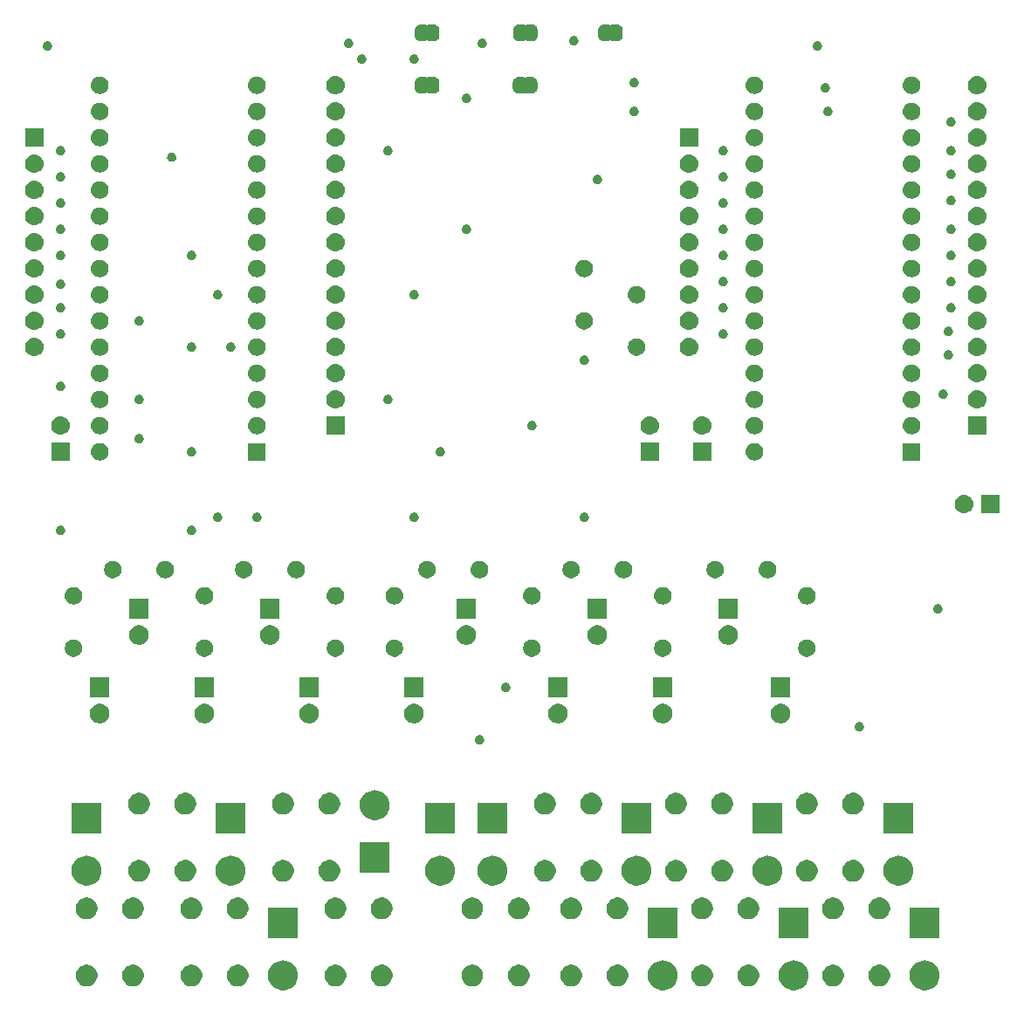
<source format=gts>
G04 #@! TF.GenerationSoftware,KiCad,Pcbnew,(5.1.4-0)*
G04 #@! TF.CreationDate,2020-06-14T15:43:19+08:00*
G04 #@! TF.ProjectId,2NanoMusic,324e616e-6f4d-4757-9369-632e6b696361,rev?*
G04 #@! TF.SameCoordinates,PX3938700PY8f0d180*
G04 #@! TF.FileFunction,Soldermask,Top*
G04 #@! TF.FilePolarity,Negative*
%FSLAX46Y46*%
G04 Gerber Fmt 4.6, Leading zero omitted, Abs format (unit mm)*
G04 Created by KiCad (PCBNEW (5.1.4-0)) date 2020-06-14 15:43:19*
%MOMM*%
%LPD*%
G04 APERTURE LIST*
%ADD10C,0.100000*%
G04 APERTURE END LIST*
D10*
G36*
X90347861Y6520503D02*
G01*
X90454446Y6510005D01*
X90727960Y6427035D01*
X90727963Y6427034D01*
X90980028Y6292302D01*
X90980029Y6292301D01*
X90980033Y6292299D01*
X91200976Y6110976D01*
X91382299Y5890033D01*
X91382301Y5890029D01*
X91382302Y5890028D01*
X91517034Y5637963D01*
X91517035Y5637960D01*
X91600005Y5364446D01*
X91628020Y5080000D01*
X91600005Y4795554D01*
X91593295Y4773435D01*
X91517034Y4522037D01*
X91457163Y4410027D01*
X91382299Y4269967D01*
X91200976Y4049024D01*
X90980033Y3867701D01*
X90980029Y3867699D01*
X90980028Y3867698D01*
X90727963Y3732966D01*
X90727960Y3732965D01*
X90454446Y3649995D01*
X90347861Y3639497D01*
X90241278Y3629000D01*
X90098722Y3629000D01*
X89992139Y3639497D01*
X89885554Y3649995D01*
X89612040Y3732965D01*
X89612037Y3732966D01*
X89359972Y3867698D01*
X89359971Y3867699D01*
X89359967Y3867701D01*
X89139024Y4049024D01*
X88957701Y4269967D01*
X88882837Y4410027D01*
X88822966Y4522037D01*
X88746705Y4773435D01*
X88739995Y4795554D01*
X88711980Y5080000D01*
X88739995Y5364446D01*
X88822965Y5637960D01*
X88822966Y5637963D01*
X88957698Y5890028D01*
X88957699Y5890029D01*
X88957701Y5890033D01*
X89139024Y6110976D01*
X89359967Y6292299D01*
X89359971Y6292301D01*
X89359972Y6292302D01*
X89612037Y6427034D01*
X89612040Y6427035D01*
X89885554Y6510005D01*
X89992139Y6520503D01*
X90098722Y6531000D01*
X90241278Y6531000D01*
X90347861Y6520503D01*
X90347861Y6520503D01*
G37*
G36*
X77647861Y6520503D02*
G01*
X77754446Y6510005D01*
X78027960Y6427035D01*
X78027963Y6427034D01*
X78280028Y6292302D01*
X78280029Y6292301D01*
X78280033Y6292299D01*
X78500976Y6110976D01*
X78682299Y5890033D01*
X78682301Y5890029D01*
X78682302Y5890028D01*
X78817034Y5637963D01*
X78817035Y5637960D01*
X78900005Y5364446D01*
X78928020Y5080000D01*
X78900005Y4795554D01*
X78893295Y4773435D01*
X78817034Y4522037D01*
X78757163Y4410027D01*
X78682299Y4269967D01*
X78500976Y4049024D01*
X78280033Y3867701D01*
X78280029Y3867699D01*
X78280028Y3867698D01*
X78027963Y3732966D01*
X78027960Y3732965D01*
X77754446Y3649995D01*
X77647861Y3639497D01*
X77541278Y3629000D01*
X77398722Y3629000D01*
X77292139Y3639497D01*
X77185554Y3649995D01*
X76912040Y3732965D01*
X76912037Y3732966D01*
X76659972Y3867698D01*
X76659971Y3867699D01*
X76659967Y3867701D01*
X76439024Y4049024D01*
X76257701Y4269967D01*
X76182837Y4410027D01*
X76122966Y4522037D01*
X76046705Y4773435D01*
X76039995Y4795554D01*
X76011980Y5080000D01*
X76039995Y5364446D01*
X76122965Y5637960D01*
X76122966Y5637963D01*
X76257698Y5890028D01*
X76257699Y5890029D01*
X76257701Y5890033D01*
X76439024Y6110976D01*
X76659967Y6292299D01*
X76659971Y6292301D01*
X76659972Y6292302D01*
X76912037Y6427034D01*
X76912040Y6427035D01*
X77185554Y6510005D01*
X77292139Y6520503D01*
X77398722Y6531000D01*
X77541278Y6531000D01*
X77647861Y6520503D01*
X77647861Y6520503D01*
G37*
G36*
X64947861Y6520503D02*
G01*
X65054446Y6510005D01*
X65327960Y6427035D01*
X65327963Y6427034D01*
X65580028Y6292302D01*
X65580029Y6292301D01*
X65580033Y6292299D01*
X65800976Y6110976D01*
X65982299Y5890033D01*
X65982301Y5890029D01*
X65982302Y5890028D01*
X66117034Y5637963D01*
X66117035Y5637960D01*
X66200005Y5364446D01*
X66228020Y5080000D01*
X66200005Y4795554D01*
X66193295Y4773435D01*
X66117034Y4522037D01*
X66057163Y4410027D01*
X65982299Y4269967D01*
X65800976Y4049024D01*
X65580033Y3867701D01*
X65580029Y3867699D01*
X65580028Y3867698D01*
X65327963Y3732966D01*
X65327960Y3732965D01*
X65054446Y3649995D01*
X64947861Y3639497D01*
X64841278Y3629000D01*
X64698722Y3629000D01*
X64592139Y3639497D01*
X64485554Y3649995D01*
X64212040Y3732965D01*
X64212037Y3732966D01*
X63959972Y3867698D01*
X63959971Y3867699D01*
X63959967Y3867701D01*
X63739024Y4049024D01*
X63557701Y4269967D01*
X63482837Y4410027D01*
X63422966Y4522037D01*
X63346705Y4773435D01*
X63339995Y4795554D01*
X63311980Y5080000D01*
X63339995Y5364446D01*
X63422965Y5637960D01*
X63422966Y5637963D01*
X63557698Y5890028D01*
X63557699Y5890029D01*
X63557701Y5890033D01*
X63739024Y6110976D01*
X63959967Y6292299D01*
X63959971Y6292301D01*
X63959972Y6292302D01*
X64212037Y6427034D01*
X64212040Y6427035D01*
X64485554Y6510005D01*
X64592139Y6520503D01*
X64698722Y6531000D01*
X64841278Y6531000D01*
X64947861Y6520503D01*
X64947861Y6520503D01*
G37*
G36*
X28117861Y6520503D02*
G01*
X28224446Y6510005D01*
X28497960Y6427035D01*
X28497963Y6427034D01*
X28750028Y6292302D01*
X28750029Y6292301D01*
X28750033Y6292299D01*
X28970976Y6110976D01*
X29152299Y5890033D01*
X29152301Y5890029D01*
X29152302Y5890028D01*
X29287034Y5637963D01*
X29287035Y5637960D01*
X29370005Y5364446D01*
X29398020Y5080000D01*
X29370005Y4795554D01*
X29363295Y4773435D01*
X29287034Y4522037D01*
X29227163Y4410027D01*
X29152299Y4269967D01*
X28970976Y4049024D01*
X28750033Y3867701D01*
X28750029Y3867699D01*
X28750028Y3867698D01*
X28497963Y3732966D01*
X28497960Y3732965D01*
X28224446Y3649995D01*
X28117861Y3639497D01*
X28011278Y3629000D01*
X27868722Y3629000D01*
X27762139Y3639497D01*
X27655554Y3649995D01*
X27382040Y3732965D01*
X27382037Y3732966D01*
X27129972Y3867698D01*
X27129971Y3867699D01*
X27129967Y3867701D01*
X26909024Y4049024D01*
X26727701Y4269967D01*
X26652837Y4410027D01*
X26592966Y4522037D01*
X26516705Y4773435D01*
X26509995Y4795554D01*
X26481980Y5080000D01*
X26509995Y5364446D01*
X26592965Y5637960D01*
X26592966Y5637963D01*
X26727698Y5890028D01*
X26727699Y5890029D01*
X26727701Y5890033D01*
X26909024Y6110976D01*
X27129967Y6292299D01*
X27129971Y6292301D01*
X27129972Y6292302D01*
X27382037Y6427034D01*
X27382040Y6427035D01*
X27655554Y6510005D01*
X27762139Y6520503D01*
X27868722Y6531000D01*
X28011278Y6531000D01*
X28117861Y6520503D01*
X28117861Y6520503D01*
G37*
G36*
X60686564Y6090611D02*
G01*
X60877833Y6011385D01*
X60877835Y6011384D01*
X61049973Y5896365D01*
X61196365Y5749973D01*
X61311385Y5577833D01*
X61390611Y5386564D01*
X61431000Y5183516D01*
X61431000Y4976484D01*
X61390611Y4773436D01*
X61311385Y4582167D01*
X61311384Y4582165D01*
X61196365Y4410027D01*
X61049973Y4263635D01*
X60877835Y4148616D01*
X60877834Y4148615D01*
X60877833Y4148615D01*
X60686564Y4069389D01*
X60483516Y4029000D01*
X60276484Y4029000D01*
X60073436Y4069389D01*
X59882167Y4148615D01*
X59882166Y4148615D01*
X59882165Y4148616D01*
X59710027Y4263635D01*
X59563635Y4410027D01*
X59448616Y4582165D01*
X59448615Y4582167D01*
X59369389Y4773436D01*
X59329000Y4976484D01*
X59329000Y5183516D01*
X59369389Y5386564D01*
X59448615Y5577833D01*
X59563635Y5749973D01*
X59710027Y5896365D01*
X59882165Y6011384D01*
X59882167Y6011385D01*
X60073436Y6090611D01*
X60276484Y6131000D01*
X60483516Y6131000D01*
X60686564Y6090611D01*
X60686564Y6090611D01*
G37*
G36*
X56186564Y6090611D02*
G01*
X56377833Y6011385D01*
X56377835Y6011384D01*
X56549973Y5896365D01*
X56696365Y5749973D01*
X56811385Y5577833D01*
X56890611Y5386564D01*
X56931000Y5183516D01*
X56931000Y4976484D01*
X56890611Y4773436D01*
X56811385Y4582167D01*
X56811384Y4582165D01*
X56696365Y4410027D01*
X56549973Y4263635D01*
X56377835Y4148616D01*
X56377834Y4148615D01*
X56377833Y4148615D01*
X56186564Y4069389D01*
X55983516Y4029000D01*
X55776484Y4029000D01*
X55573436Y4069389D01*
X55382167Y4148615D01*
X55382166Y4148615D01*
X55382165Y4148616D01*
X55210027Y4263635D01*
X55063635Y4410027D01*
X54948616Y4582165D01*
X54948615Y4582167D01*
X54869389Y4773436D01*
X54829000Y4976484D01*
X54829000Y5183516D01*
X54869389Y5386564D01*
X54948615Y5577833D01*
X55063635Y5749973D01*
X55210027Y5896365D01*
X55382165Y6011384D01*
X55382167Y6011385D01*
X55573436Y6090611D01*
X55776484Y6131000D01*
X55983516Y6131000D01*
X56186564Y6090611D01*
X56186564Y6090611D01*
G37*
G36*
X51106564Y6090611D02*
G01*
X51297833Y6011385D01*
X51297835Y6011384D01*
X51469973Y5896365D01*
X51616365Y5749973D01*
X51731385Y5577833D01*
X51810611Y5386564D01*
X51851000Y5183516D01*
X51851000Y4976484D01*
X51810611Y4773436D01*
X51731385Y4582167D01*
X51731384Y4582165D01*
X51616365Y4410027D01*
X51469973Y4263635D01*
X51297835Y4148616D01*
X51297834Y4148615D01*
X51297833Y4148615D01*
X51106564Y4069389D01*
X50903516Y4029000D01*
X50696484Y4029000D01*
X50493436Y4069389D01*
X50302167Y4148615D01*
X50302166Y4148615D01*
X50302165Y4148616D01*
X50130027Y4263635D01*
X49983635Y4410027D01*
X49868616Y4582165D01*
X49868615Y4582167D01*
X49789389Y4773436D01*
X49749000Y4976484D01*
X49749000Y5183516D01*
X49789389Y5386564D01*
X49868615Y5577833D01*
X49983635Y5749973D01*
X50130027Y5896365D01*
X50302165Y6011384D01*
X50302167Y6011385D01*
X50493436Y6090611D01*
X50696484Y6131000D01*
X50903516Y6131000D01*
X51106564Y6090611D01*
X51106564Y6090611D01*
G37*
G36*
X46606564Y6090611D02*
G01*
X46797833Y6011385D01*
X46797835Y6011384D01*
X46969973Y5896365D01*
X47116365Y5749973D01*
X47231385Y5577833D01*
X47310611Y5386564D01*
X47351000Y5183516D01*
X47351000Y4976484D01*
X47310611Y4773436D01*
X47231385Y4582167D01*
X47231384Y4582165D01*
X47116365Y4410027D01*
X46969973Y4263635D01*
X46797835Y4148616D01*
X46797834Y4148615D01*
X46797833Y4148615D01*
X46606564Y4069389D01*
X46403516Y4029000D01*
X46196484Y4029000D01*
X45993436Y4069389D01*
X45802167Y4148615D01*
X45802166Y4148615D01*
X45802165Y4148616D01*
X45630027Y4263635D01*
X45483635Y4410027D01*
X45368616Y4582165D01*
X45368615Y4582167D01*
X45289389Y4773436D01*
X45249000Y4976484D01*
X45249000Y5183516D01*
X45289389Y5386564D01*
X45368615Y5577833D01*
X45483635Y5749973D01*
X45630027Y5896365D01*
X45802165Y6011384D01*
X45802167Y6011385D01*
X45993436Y6090611D01*
X46196484Y6131000D01*
X46403516Y6131000D01*
X46606564Y6090611D01*
X46606564Y6090611D01*
G37*
G36*
X37826564Y6090611D02*
G01*
X38017833Y6011385D01*
X38017835Y6011384D01*
X38189973Y5896365D01*
X38336365Y5749973D01*
X38451385Y5577833D01*
X38530611Y5386564D01*
X38571000Y5183516D01*
X38571000Y4976484D01*
X38530611Y4773436D01*
X38451385Y4582167D01*
X38451384Y4582165D01*
X38336365Y4410027D01*
X38189973Y4263635D01*
X38017835Y4148616D01*
X38017834Y4148615D01*
X38017833Y4148615D01*
X37826564Y4069389D01*
X37623516Y4029000D01*
X37416484Y4029000D01*
X37213436Y4069389D01*
X37022167Y4148615D01*
X37022166Y4148615D01*
X37022165Y4148616D01*
X36850027Y4263635D01*
X36703635Y4410027D01*
X36588616Y4582165D01*
X36588615Y4582167D01*
X36509389Y4773436D01*
X36469000Y4976484D01*
X36469000Y5183516D01*
X36509389Y5386564D01*
X36588615Y5577833D01*
X36703635Y5749973D01*
X36850027Y5896365D01*
X37022165Y6011384D01*
X37022167Y6011385D01*
X37213436Y6090611D01*
X37416484Y6131000D01*
X37623516Y6131000D01*
X37826564Y6090611D01*
X37826564Y6090611D01*
G37*
G36*
X33326564Y6090611D02*
G01*
X33517833Y6011385D01*
X33517835Y6011384D01*
X33689973Y5896365D01*
X33836365Y5749973D01*
X33951385Y5577833D01*
X34030611Y5386564D01*
X34071000Y5183516D01*
X34071000Y4976484D01*
X34030611Y4773436D01*
X33951385Y4582167D01*
X33951384Y4582165D01*
X33836365Y4410027D01*
X33689973Y4263635D01*
X33517835Y4148616D01*
X33517834Y4148615D01*
X33517833Y4148615D01*
X33326564Y4069389D01*
X33123516Y4029000D01*
X32916484Y4029000D01*
X32713436Y4069389D01*
X32522167Y4148615D01*
X32522166Y4148615D01*
X32522165Y4148616D01*
X32350027Y4263635D01*
X32203635Y4410027D01*
X32088616Y4582165D01*
X32088615Y4582167D01*
X32009389Y4773436D01*
X31969000Y4976484D01*
X31969000Y5183516D01*
X32009389Y5386564D01*
X32088615Y5577833D01*
X32203635Y5749973D01*
X32350027Y5896365D01*
X32522165Y6011384D01*
X32522167Y6011385D01*
X32713436Y6090611D01*
X32916484Y6131000D01*
X33123516Y6131000D01*
X33326564Y6090611D01*
X33326564Y6090611D01*
G37*
G36*
X23856564Y6090611D02*
G01*
X24047833Y6011385D01*
X24047835Y6011384D01*
X24219973Y5896365D01*
X24366365Y5749973D01*
X24481385Y5577833D01*
X24560611Y5386564D01*
X24601000Y5183516D01*
X24601000Y4976484D01*
X24560611Y4773436D01*
X24481385Y4582167D01*
X24481384Y4582165D01*
X24366365Y4410027D01*
X24219973Y4263635D01*
X24047835Y4148616D01*
X24047834Y4148615D01*
X24047833Y4148615D01*
X23856564Y4069389D01*
X23653516Y4029000D01*
X23446484Y4029000D01*
X23243436Y4069389D01*
X23052167Y4148615D01*
X23052166Y4148615D01*
X23052165Y4148616D01*
X22880027Y4263635D01*
X22733635Y4410027D01*
X22618616Y4582165D01*
X22618615Y4582167D01*
X22539389Y4773436D01*
X22499000Y4976484D01*
X22499000Y5183516D01*
X22539389Y5386564D01*
X22618615Y5577833D01*
X22733635Y5749973D01*
X22880027Y5896365D01*
X23052165Y6011384D01*
X23052167Y6011385D01*
X23243436Y6090611D01*
X23446484Y6131000D01*
X23653516Y6131000D01*
X23856564Y6090611D01*
X23856564Y6090611D01*
G37*
G36*
X19356564Y6090611D02*
G01*
X19547833Y6011385D01*
X19547835Y6011384D01*
X19719973Y5896365D01*
X19866365Y5749973D01*
X19981385Y5577833D01*
X20060611Y5386564D01*
X20101000Y5183516D01*
X20101000Y4976484D01*
X20060611Y4773436D01*
X19981385Y4582167D01*
X19981384Y4582165D01*
X19866365Y4410027D01*
X19719973Y4263635D01*
X19547835Y4148616D01*
X19547834Y4148615D01*
X19547833Y4148615D01*
X19356564Y4069389D01*
X19153516Y4029000D01*
X18946484Y4029000D01*
X18743436Y4069389D01*
X18552167Y4148615D01*
X18552166Y4148615D01*
X18552165Y4148616D01*
X18380027Y4263635D01*
X18233635Y4410027D01*
X18118616Y4582165D01*
X18118615Y4582167D01*
X18039389Y4773436D01*
X17999000Y4976484D01*
X17999000Y5183516D01*
X18039389Y5386564D01*
X18118615Y5577833D01*
X18233635Y5749973D01*
X18380027Y5896365D01*
X18552165Y6011384D01*
X18552167Y6011385D01*
X18743436Y6090611D01*
X18946484Y6131000D01*
X19153516Y6131000D01*
X19356564Y6090611D01*
X19356564Y6090611D01*
G37*
G36*
X13696564Y6090611D02*
G01*
X13887833Y6011385D01*
X13887835Y6011384D01*
X14059973Y5896365D01*
X14206365Y5749973D01*
X14321385Y5577833D01*
X14400611Y5386564D01*
X14441000Y5183516D01*
X14441000Y4976484D01*
X14400611Y4773436D01*
X14321385Y4582167D01*
X14321384Y4582165D01*
X14206365Y4410027D01*
X14059973Y4263635D01*
X13887835Y4148616D01*
X13887834Y4148615D01*
X13887833Y4148615D01*
X13696564Y4069389D01*
X13493516Y4029000D01*
X13286484Y4029000D01*
X13083436Y4069389D01*
X12892167Y4148615D01*
X12892166Y4148615D01*
X12892165Y4148616D01*
X12720027Y4263635D01*
X12573635Y4410027D01*
X12458616Y4582165D01*
X12458615Y4582167D01*
X12379389Y4773436D01*
X12339000Y4976484D01*
X12339000Y5183516D01*
X12379389Y5386564D01*
X12458615Y5577833D01*
X12573635Y5749973D01*
X12720027Y5896365D01*
X12892165Y6011384D01*
X12892167Y6011385D01*
X13083436Y6090611D01*
X13286484Y6131000D01*
X13493516Y6131000D01*
X13696564Y6090611D01*
X13696564Y6090611D01*
G37*
G36*
X9196564Y6090611D02*
G01*
X9387833Y6011385D01*
X9387835Y6011384D01*
X9559973Y5896365D01*
X9706365Y5749973D01*
X9821385Y5577833D01*
X9900611Y5386564D01*
X9941000Y5183516D01*
X9941000Y4976484D01*
X9900611Y4773436D01*
X9821385Y4582167D01*
X9821384Y4582165D01*
X9706365Y4410027D01*
X9559973Y4263635D01*
X9387835Y4148616D01*
X9387834Y4148615D01*
X9387833Y4148615D01*
X9196564Y4069389D01*
X8993516Y4029000D01*
X8786484Y4029000D01*
X8583436Y4069389D01*
X8392167Y4148615D01*
X8392166Y4148615D01*
X8392165Y4148616D01*
X8220027Y4263635D01*
X8073635Y4410027D01*
X7958616Y4582165D01*
X7958615Y4582167D01*
X7879389Y4773436D01*
X7839000Y4976484D01*
X7839000Y5183516D01*
X7879389Y5386564D01*
X7958615Y5577833D01*
X8073635Y5749973D01*
X8220027Y5896365D01*
X8392165Y6011384D01*
X8392167Y6011385D01*
X8583436Y6090611D01*
X8786484Y6131000D01*
X8993516Y6131000D01*
X9196564Y6090611D01*
X9196564Y6090611D01*
G37*
G36*
X81586564Y6090611D02*
G01*
X81777833Y6011385D01*
X81777835Y6011384D01*
X81949973Y5896365D01*
X82096365Y5749973D01*
X82211385Y5577833D01*
X82290611Y5386564D01*
X82331000Y5183516D01*
X82331000Y4976484D01*
X82290611Y4773436D01*
X82211385Y4582167D01*
X82211384Y4582165D01*
X82096365Y4410027D01*
X81949973Y4263635D01*
X81777835Y4148616D01*
X81777834Y4148615D01*
X81777833Y4148615D01*
X81586564Y4069389D01*
X81383516Y4029000D01*
X81176484Y4029000D01*
X80973436Y4069389D01*
X80782167Y4148615D01*
X80782166Y4148615D01*
X80782165Y4148616D01*
X80610027Y4263635D01*
X80463635Y4410027D01*
X80348616Y4582165D01*
X80348615Y4582167D01*
X80269389Y4773436D01*
X80229000Y4976484D01*
X80229000Y5183516D01*
X80269389Y5386564D01*
X80348615Y5577833D01*
X80463635Y5749973D01*
X80610027Y5896365D01*
X80782165Y6011384D01*
X80782167Y6011385D01*
X80973436Y6090611D01*
X81176484Y6131000D01*
X81383516Y6131000D01*
X81586564Y6090611D01*
X81586564Y6090611D01*
G37*
G36*
X73386564Y6090611D02*
G01*
X73577833Y6011385D01*
X73577835Y6011384D01*
X73749973Y5896365D01*
X73896365Y5749973D01*
X74011385Y5577833D01*
X74090611Y5386564D01*
X74131000Y5183516D01*
X74131000Y4976484D01*
X74090611Y4773436D01*
X74011385Y4582167D01*
X74011384Y4582165D01*
X73896365Y4410027D01*
X73749973Y4263635D01*
X73577835Y4148616D01*
X73577834Y4148615D01*
X73577833Y4148615D01*
X73386564Y4069389D01*
X73183516Y4029000D01*
X72976484Y4029000D01*
X72773436Y4069389D01*
X72582167Y4148615D01*
X72582166Y4148615D01*
X72582165Y4148616D01*
X72410027Y4263635D01*
X72263635Y4410027D01*
X72148616Y4582165D01*
X72148615Y4582167D01*
X72069389Y4773436D01*
X72029000Y4976484D01*
X72029000Y5183516D01*
X72069389Y5386564D01*
X72148615Y5577833D01*
X72263635Y5749973D01*
X72410027Y5896365D01*
X72582165Y6011384D01*
X72582167Y6011385D01*
X72773436Y6090611D01*
X72976484Y6131000D01*
X73183516Y6131000D01*
X73386564Y6090611D01*
X73386564Y6090611D01*
G37*
G36*
X68886564Y6090611D02*
G01*
X69077833Y6011385D01*
X69077835Y6011384D01*
X69249973Y5896365D01*
X69396365Y5749973D01*
X69511385Y5577833D01*
X69590611Y5386564D01*
X69631000Y5183516D01*
X69631000Y4976484D01*
X69590611Y4773436D01*
X69511385Y4582167D01*
X69511384Y4582165D01*
X69396365Y4410027D01*
X69249973Y4263635D01*
X69077835Y4148616D01*
X69077834Y4148615D01*
X69077833Y4148615D01*
X68886564Y4069389D01*
X68683516Y4029000D01*
X68476484Y4029000D01*
X68273436Y4069389D01*
X68082167Y4148615D01*
X68082166Y4148615D01*
X68082165Y4148616D01*
X67910027Y4263635D01*
X67763635Y4410027D01*
X67648616Y4582165D01*
X67648615Y4582167D01*
X67569389Y4773436D01*
X67529000Y4976484D01*
X67529000Y5183516D01*
X67569389Y5386564D01*
X67648615Y5577833D01*
X67763635Y5749973D01*
X67910027Y5896365D01*
X68082165Y6011384D01*
X68082167Y6011385D01*
X68273436Y6090611D01*
X68476484Y6131000D01*
X68683516Y6131000D01*
X68886564Y6090611D01*
X68886564Y6090611D01*
G37*
G36*
X86086564Y6090611D02*
G01*
X86277833Y6011385D01*
X86277835Y6011384D01*
X86449973Y5896365D01*
X86596365Y5749973D01*
X86711385Y5577833D01*
X86790611Y5386564D01*
X86831000Y5183516D01*
X86831000Y4976484D01*
X86790611Y4773436D01*
X86711385Y4582167D01*
X86711384Y4582165D01*
X86596365Y4410027D01*
X86449973Y4263635D01*
X86277835Y4148616D01*
X86277834Y4148615D01*
X86277833Y4148615D01*
X86086564Y4069389D01*
X85883516Y4029000D01*
X85676484Y4029000D01*
X85473436Y4069389D01*
X85282167Y4148615D01*
X85282166Y4148615D01*
X85282165Y4148616D01*
X85110027Y4263635D01*
X84963635Y4410027D01*
X84848616Y4582165D01*
X84848615Y4582167D01*
X84769389Y4773436D01*
X84729000Y4976484D01*
X84729000Y5183516D01*
X84769389Y5386564D01*
X84848615Y5577833D01*
X84963635Y5749973D01*
X85110027Y5896365D01*
X85282165Y6011384D01*
X85282167Y6011385D01*
X85473436Y6090611D01*
X85676484Y6131000D01*
X85883516Y6131000D01*
X86086564Y6090611D01*
X86086564Y6090611D01*
G37*
G36*
X78921000Y8709000D02*
G01*
X76019000Y8709000D01*
X76019000Y11611000D01*
X78921000Y11611000D01*
X78921000Y8709000D01*
X78921000Y8709000D01*
G37*
G36*
X29391000Y8709000D02*
G01*
X26489000Y8709000D01*
X26489000Y11611000D01*
X29391000Y11611000D01*
X29391000Y8709000D01*
X29391000Y8709000D01*
G37*
G36*
X66221000Y8709000D02*
G01*
X63319000Y8709000D01*
X63319000Y11611000D01*
X66221000Y11611000D01*
X66221000Y8709000D01*
X66221000Y8709000D01*
G37*
G36*
X91621000Y8709000D02*
G01*
X88719000Y8709000D01*
X88719000Y11611000D01*
X91621000Y11611000D01*
X91621000Y8709000D01*
X91621000Y8709000D01*
G37*
G36*
X37826564Y12590611D02*
G01*
X38017833Y12511385D01*
X38017835Y12511384D01*
X38189973Y12396365D01*
X38336365Y12249973D01*
X38451385Y12077833D01*
X38530611Y11886564D01*
X38571000Y11683516D01*
X38571000Y11476484D01*
X38530611Y11273436D01*
X38451385Y11082167D01*
X38451384Y11082165D01*
X38336365Y10910027D01*
X38189973Y10763635D01*
X38017835Y10648616D01*
X38017834Y10648615D01*
X38017833Y10648615D01*
X37826564Y10569389D01*
X37623516Y10529000D01*
X37416484Y10529000D01*
X37213436Y10569389D01*
X37022167Y10648615D01*
X37022166Y10648615D01*
X37022165Y10648616D01*
X36850027Y10763635D01*
X36703635Y10910027D01*
X36588616Y11082165D01*
X36588615Y11082167D01*
X36509389Y11273436D01*
X36469000Y11476484D01*
X36469000Y11683516D01*
X36509389Y11886564D01*
X36588615Y12077833D01*
X36703635Y12249973D01*
X36850027Y12396365D01*
X37022165Y12511384D01*
X37022167Y12511385D01*
X37213436Y12590611D01*
X37416484Y12631000D01*
X37623516Y12631000D01*
X37826564Y12590611D01*
X37826564Y12590611D01*
G37*
G36*
X46606564Y12590611D02*
G01*
X46797833Y12511385D01*
X46797835Y12511384D01*
X46969973Y12396365D01*
X47116365Y12249973D01*
X47231385Y12077833D01*
X47310611Y11886564D01*
X47351000Y11683516D01*
X47351000Y11476484D01*
X47310611Y11273436D01*
X47231385Y11082167D01*
X47231384Y11082165D01*
X47116365Y10910027D01*
X46969973Y10763635D01*
X46797835Y10648616D01*
X46797834Y10648615D01*
X46797833Y10648615D01*
X46606564Y10569389D01*
X46403516Y10529000D01*
X46196484Y10529000D01*
X45993436Y10569389D01*
X45802167Y10648615D01*
X45802166Y10648615D01*
X45802165Y10648616D01*
X45630027Y10763635D01*
X45483635Y10910027D01*
X45368616Y11082165D01*
X45368615Y11082167D01*
X45289389Y11273436D01*
X45249000Y11476484D01*
X45249000Y11683516D01*
X45289389Y11886564D01*
X45368615Y12077833D01*
X45483635Y12249973D01*
X45630027Y12396365D01*
X45802165Y12511384D01*
X45802167Y12511385D01*
X45993436Y12590611D01*
X46196484Y12631000D01*
X46403516Y12631000D01*
X46606564Y12590611D01*
X46606564Y12590611D01*
G37*
G36*
X13696564Y12590611D02*
G01*
X13887833Y12511385D01*
X13887835Y12511384D01*
X14059973Y12396365D01*
X14206365Y12249973D01*
X14321385Y12077833D01*
X14400611Y11886564D01*
X14441000Y11683516D01*
X14441000Y11476484D01*
X14400611Y11273436D01*
X14321385Y11082167D01*
X14321384Y11082165D01*
X14206365Y10910027D01*
X14059973Y10763635D01*
X13887835Y10648616D01*
X13887834Y10648615D01*
X13887833Y10648615D01*
X13696564Y10569389D01*
X13493516Y10529000D01*
X13286484Y10529000D01*
X13083436Y10569389D01*
X12892167Y10648615D01*
X12892166Y10648615D01*
X12892165Y10648616D01*
X12720027Y10763635D01*
X12573635Y10910027D01*
X12458616Y11082165D01*
X12458615Y11082167D01*
X12379389Y11273436D01*
X12339000Y11476484D01*
X12339000Y11683516D01*
X12379389Y11886564D01*
X12458615Y12077833D01*
X12573635Y12249973D01*
X12720027Y12396365D01*
X12892165Y12511384D01*
X12892167Y12511385D01*
X13083436Y12590611D01*
X13286484Y12631000D01*
X13493516Y12631000D01*
X13696564Y12590611D01*
X13696564Y12590611D01*
G37*
G36*
X9196564Y12590611D02*
G01*
X9387833Y12511385D01*
X9387835Y12511384D01*
X9559973Y12396365D01*
X9706365Y12249973D01*
X9821385Y12077833D01*
X9900611Y11886564D01*
X9941000Y11683516D01*
X9941000Y11476484D01*
X9900611Y11273436D01*
X9821385Y11082167D01*
X9821384Y11082165D01*
X9706365Y10910027D01*
X9559973Y10763635D01*
X9387835Y10648616D01*
X9387834Y10648615D01*
X9387833Y10648615D01*
X9196564Y10569389D01*
X8993516Y10529000D01*
X8786484Y10529000D01*
X8583436Y10569389D01*
X8392167Y10648615D01*
X8392166Y10648615D01*
X8392165Y10648616D01*
X8220027Y10763635D01*
X8073635Y10910027D01*
X7958616Y11082165D01*
X7958615Y11082167D01*
X7879389Y11273436D01*
X7839000Y11476484D01*
X7839000Y11683516D01*
X7879389Y11886564D01*
X7958615Y12077833D01*
X8073635Y12249973D01*
X8220027Y12396365D01*
X8392165Y12511384D01*
X8392167Y12511385D01*
X8583436Y12590611D01*
X8786484Y12631000D01*
X8993516Y12631000D01*
X9196564Y12590611D01*
X9196564Y12590611D01*
G37*
G36*
X51106564Y12590611D02*
G01*
X51297833Y12511385D01*
X51297835Y12511384D01*
X51469973Y12396365D01*
X51616365Y12249973D01*
X51731385Y12077833D01*
X51810611Y11886564D01*
X51851000Y11683516D01*
X51851000Y11476484D01*
X51810611Y11273436D01*
X51731385Y11082167D01*
X51731384Y11082165D01*
X51616365Y10910027D01*
X51469973Y10763635D01*
X51297835Y10648616D01*
X51297834Y10648615D01*
X51297833Y10648615D01*
X51106564Y10569389D01*
X50903516Y10529000D01*
X50696484Y10529000D01*
X50493436Y10569389D01*
X50302167Y10648615D01*
X50302166Y10648615D01*
X50302165Y10648616D01*
X50130027Y10763635D01*
X49983635Y10910027D01*
X49868616Y11082165D01*
X49868615Y11082167D01*
X49789389Y11273436D01*
X49749000Y11476484D01*
X49749000Y11683516D01*
X49789389Y11886564D01*
X49868615Y12077833D01*
X49983635Y12249973D01*
X50130027Y12396365D01*
X50302165Y12511384D01*
X50302167Y12511385D01*
X50493436Y12590611D01*
X50696484Y12631000D01*
X50903516Y12631000D01*
X51106564Y12590611D01*
X51106564Y12590611D01*
G37*
G36*
X56186564Y12590611D02*
G01*
X56377833Y12511385D01*
X56377835Y12511384D01*
X56549973Y12396365D01*
X56696365Y12249973D01*
X56811385Y12077833D01*
X56890611Y11886564D01*
X56931000Y11683516D01*
X56931000Y11476484D01*
X56890611Y11273436D01*
X56811385Y11082167D01*
X56811384Y11082165D01*
X56696365Y10910027D01*
X56549973Y10763635D01*
X56377835Y10648616D01*
X56377834Y10648615D01*
X56377833Y10648615D01*
X56186564Y10569389D01*
X55983516Y10529000D01*
X55776484Y10529000D01*
X55573436Y10569389D01*
X55382167Y10648615D01*
X55382166Y10648615D01*
X55382165Y10648616D01*
X55210027Y10763635D01*
X55063635Y10910027D01*
X54948616Y11082165D01*
X54948615Y11082167D01*
X54869389Y11273436D01*
X54829000Y11476484D01*
X54829000Y11683516D01*
X54869389Y11886564D01*
X54948615Y12077833D01*
X55063635Y12249973D01*
X55210027Y12396365D01*
X55382165Y12511384D01*
X55382167Y12511385D01*
X55573436Y12590611D01*
X55776484Y12631000D01*
X55983516Y12631000D01*
X56186564Y12590611D01*
X56186564Y12590611D01*
G37*
G36*
X23856564Y12590611D02*
G01*
X24047833Y12511385D01*
X24047835Y12511384D01*
X24219973Y12396365D01*
X24366365Y12249973D01*
X24481385Y12077833D01*
X24560611Y11886564D01*
X24601000Y11683516D01*
X24601000Y11476484D01*
X24560611Y11273436D01*
X24481385Y11082167D01*
X24481384Y11082165D01*
X24366365Y10910027D01*
X24219973Y10763635D01*
X24047835Y10648616D01*
X24047834Y10648615D01*
X24047833Y10648615D01*
X23856564Y10569389D01*
X23653516Y10529000D01*
X23446484Y10529000D01*
X23243436Y10569389D01*
X23052167Y10648615D01*
X23052166Y10648615D01*
X23052165Y10648616D01*
X22880027Y10763635D01*
X22733635Y10910027D01*
X22618616Y11082165D01*
X22618615Y11082167D01*
X22539389Y11273436D01*
X22499000Y11476484D01*
X22499000Y11683516D01*
X22539389Y11886564D01*
X22618615Y12077833D01*
X22733635Y12249973D01*
X22880027Y12396365D01*
X23052165Y12511384D01*
X23052167Y12511385D01*
X23243436Y12590611D01*
X23446484Y12631000D01*
X23653516Y12631000D01*
X23856564Y12590611D01*
X23856564Y12590611D01*
G37*
G36*
X19356564Y12590611D02*
G01*
X19547833Y12511385D01*
X19547835Y12511384D01*
X19719973Y12396365D01*
X19866365Y12249973D01*
X19981385Y12077833D01*
X20060611Y11886564D01*
X20101000Y11683516D01*
X20101000Y11476484D01*
X20060611Y11273436D01*
X19981385Y11082167D01*
X19981384Y11082165D01*
X19866365Y10910027D01*
X19719973Y10763635D01*
X19547835Y10648616D01*
X19547834Y10648615D01*
X19547833Y10648615D01*
X19356564Y10569389D01*
X19153516Y10529000D01*
X18946484Y10529000D01*
X18743436Y10569389D01*
X18552167Y10648615D01*
X18552166Y10648615D01*
X18552165Y10648616D01*
X18380027Y10763635D01*
X18233635Y10910027D01*
X18118616Y11082165D01*
X18118615Y11082167D01*
X18039389Y11273436D01*
X17999000Y11476484D01*
X17999000Y11683516D01*
X18039389Y11886564D01*
X18118615Y12077833D01*
X18233635Y12249973D01*
X18380027Y12396365D01*
X18552165Y12511384D01*
X18552167Y12511385D01*
X18743436Y12590611D01*
X18946484Y12631000D01*
X19153516Y12631000D01*
X19356564Y12590611D01*
X19356564Y12590611D01*
G37*
G36*
X60686564Y12590611D02*
G01*
X60877833Y12511385D01*
X60877835Y12511384D01*
X61049973Y12396365D01*
X61196365Y12249973D01*
X61311385Y12077833D01*
X61390611Y11886564D01*
X61431000Y11683516D01*
X61431000Y11476484D01*
X61390611Y11273436D01*
X61311385Y11082167D01*
X61311384Y11082165D01*
X61196365Y10910027D01*
X61049973Y10763635D01*
X60877835Y10648616D01*
X60877834Y10648615D01*
X60877833Y10648615D01*
X60686564Y10569389D01*
X60483516Y10529000D01*
X60276484Y10529000D01*
X60073436Y10569389D01*
X59882167Y10648615D01*
X59882166Y10648615D01*
X59882165Y10648616D01*
X59710027Y10763635D01*
X59563635Y10910027D01*
X59448616Y11082165D01*
X59448615Y11082167D01*
X59369389Y11273436D01*
X59329000Y11476484D01*
X59329000Y11683516D01*
X59369389Y11886564D01*
X59448615Y12077833D01*
X59563635Y12249973D01*
X59710027Y12396365D01*
X59882165Y12511384D01*
X59882167Y12511385D01*
X60073436Y12590611D01*
X60276484Y12631000D01*
X60483516Y12631000D01*
X60686564Y12590611D01*
X60686564Y12590611D01*
G37*
G36*
X68886564Y12590611D02*
G01*
X69077833Y12511385D01*
X69077835Y12511384D01*
X69249973Y12396365D01*
X69396365Y12249973D01*
X69511385Y12077833D01*
X69590611Y11886564D01*
X69631000Y11683516D01*
X69631000Y11476484D01*
X69590611Y11273436D01*
X69511385Y11082167D01*
X69511384Y11082165D01*
X69396365Y10910027D01*
X69249973Y10763635D01*
X69077835Y10648616D01*
X69077834Y10648615D01*
X69077833Y10648615D01*
X68886564Y10569389D01*
X68683516Y10529000D01*
X68476484Y10529000D01*
X68273436Y10569389D01*
X68082167Y10648615D01*
X68082166Y10648615D01*
X68082165Y10648616D01*
X67910027Y10763635D01*
X67763635Y10910027D01*
X67648616Y11082165D01*
X67648615Y11082167D01*
X67569389Y11273436D01*
X67529000Y11476484D01*
X67529000Y11683516D01*
X67569389Y11886564D01*
X67648615Y12077833D01*
X67763635Y12249973D01*
X67910027Y12396365D01*
X68082165Y12511384D01*
X68082167Y12511385D01*
X68273436Y12590611D01*
X68476484Y12631000D01*
X68683516Y12631000D01*
X68886564Y12590611D01*
X68886564Y12590611D01*
G37*
G36*
X33326564Y12590611D02*
G01*
X33517833Y12511385D01*
X33517835Y12511384D01*
X33689973Y12396365D01*
X33836365Y12249973D01*
X33951385Y12077833D01*
X34030611Y11886564D01*
X34071000Y11683516D01*
X34071000Y11476484D01*
X34030611Y11273436D01*
X33951385Y11082167D01*
X33951384Y11082165D01*
X33836365Y10910027D01*
X33689973Y10763635D01*
X33517835Y10648616D01*
X33517834Y10648615D01*
X33517833Y10648615D01*
X33326564Y10569389D01*
X33123516Y10529000D01*
X32916484Y10529000D01*
X32713436Y10569389D01*
X32522167Y10648615D01*
X32522166Y10648615D01*
X32522165Y10648616D01*
X32350027Y10763635D01*
X32203635Y10910027D01*
X32088616Y11082165D01*
X32088615Y11082167D01*
X32009389Y11273436D01*
X31969000Y11476484D01*
X31969000Y11683516D01*
X32009389Y11886564D01*
X32088615Y12077833D01*
X32203635Y12249973D01*
X32350027Y12396365D01*
X32522165Y12511384D01*
X32522167Y12511385D01*
X32713436Y12590611D01*
X32916484Y12631000D01*
X33123516Y12631000D01*
X33326564Y12590611D01*
X33326564Y12590611D01*
G37*
G36*
X73386564Y12590611D02*
G01*
X73577833Y12511385D01*
X73577835Y12511384D01*
X73749973Y12396365D01*
X73896365Y12249973D01*
X74011385Y12077833D01*
X74090611Y11886564D01*
X74131000Y11683516D01*
X74131000Y11476484D01*
X74090611Y11273436D01*
X74011385Y11082167D01*
X74011384Y11082165D01*
X73896365Y10910027D01*
X73749973Y10763635D01*
X73577835Y10648616D01*
X73577834Y10648615D01*
X73577833Y10648615D01*
X73386564Y10569389D01*
X73183516Y10529000D01*
X72976484Y10529000D01*
X72773436Y10569389D01*
X72582167Y10648615D01*
X72582166Y10648615D01*
X72582165Y10648616D01*
X72410027Y10763635D01*
X72263635Y10910027D01*
X72148616Y11082165D01*
X72148615Y11082167D01*
X72069389Y11273436D01*
X72029000Y11476484D01*
X72029000Y11683516D01*
X72069389Y11886564D01*
X72148615Y12077833D01*
X72263635Y12249973D01*
X72410027Y12396365D01*
X72582165Y12511384D01*
X72582167Y12511385D01*
X72773436Y12590611D01*
X72976484Y12631000D01*
X73183516Y12631000D01*
X73386564Y12590611D01*
X73386564Y12590611D01*
G37*
G36*
X81586564Y12590611D02*
G01*
X81777833Y12511385D01*
X81777835Y12511384D01*
X81949973Y12396365D01*
X82096365Y12249973D01*
X82211385Y12077833D01*
X82290611Y11886564D01*
X82331000Y11683516D01*
X82331000Y11476484D01*
X82290611Y11273436D01*
X82211385Y11082167D01*
X82211384Y11082165D01*
X82096365Y10910027D01*
X81949973Y10763635D01*
X81777835Y10648616D01*
X81777834Y10648615D01*
X81777833Y10648615D01*
X81586564Y10569389D01*
X81383516Y10529000D01*
X81176484Y10529000D01*
X80973436Y10569389D01*
X80782167Y10648615D01*
X80782166Y10648615D01*
X80782165Y10648616D01*
X80610027Y10763635D01*
X80463635Y10910027D01*
X80348616Y11082165D01*
X80348615Y11082167D01*
X80269389Y11273436D01*
X80229000Y11476484D01*
X80229000Y11683516D01*
X80269389Y11886564D01*
X80348615Y12077833D01*
X80463635Y12249973D01*
X80610027Y12396365D01*
X80782165Y12511384D01*
X80782167Y12511385D01*
X80973436Y12590611D01*
X81176484Y12631000D01*
X81383516Y12631000D01*
X81586564Y12590611D01*
X81586564Y12590611D01*
G37*
G36*
X86086564Y12590611D02*
G01*
X86277833Y12511385D01*
X86277835Y12511384D01*
X86449973Y12396365D01*
X86596365Y12249973D01*
X86711385Y12077833D01*
X86790611Y11886564D01*
X86831000Y11683516D01*
X86831000Y11476484D01*
X86790611Y11273436D01*
X86711385Y11082167D01*
X86711384Y11082165D01*
X86596365Y10910027D01*
X86449973Y10763635D01*
X86277835Y10648616D01*
X86277834Y10648615D01*
X86277833Y10648615D01*
X86086564Y10569389D01*
X85883516Y10529000D01*
X85676484Y10529000D01*
X85473436Y10569389D01*
X85282167Y10648615D01*
X85282166Y10648615D01*
X85282165Y10648616D01*
X85110027Y10763635D01*
X84963635Y10910027D01*
X84848616Y11082165D01*
X84848615Y11082167D01*
X84769389Y11273436D01*
X84729000Y11476484D01*
X84729000Y11683516D01*
X84769389Y11886564D01*
X84848615Y12077833D01*
X84963635Y12249973D01*
X85110027Y12396365D01*
X85282165Y12511384D01*
X85282167Y12511385D01*
X85473436Y12590611D01*
X85676484Y12631000D01*
X85883516Y12631000D01*
X86086564Y12590611D01*
X86086564Y12590611D01*
G37*
G36*
X9067861Y16680503D02*
G01*
X9174446Y16670005D01*
X9447960Y16587035D01*
X9447963Y16587034D01*
X9700028Y16452302D01*
X9700029Y16452301D01*
X9700033Y16452299D01*
X9920976Y16270976D01*
X10102299Y16050033D01*
X10102301Y16050029D01*
X10102302Y16050028D01*
X10237034Y15797963D01*
X10237035Y15797960D01*
X10320005Y15524446D01*
X10348020Y15240000D01*
X10320005Y14955554D01*
X10313295Y14933435D01*
X10237034Y14682037D01*
X10177163Y14570027D01*
X10102299Y14429967D01*
X9920976Y14209024D01*
X9700033Y14027701D01*
X9700029Y14027699D01*
X9700028Y14027698D01*
X9447963Y13892966D01*
X9447960Y13892965D01*
X9174446Y13809995D01*
X9067861Y13799498D01*
X8961278Y13789000D01*
X8818722Y13789000D01*
X8712139Y13799498D01*
X8605554Y13809995D01*
X8332040Y13892965D01*
X8332037Y13892966D01*
X8079972Y14027698D01*
X8079971Y14027699D01*
X8079967Y14027701D01*
X7859024Y14209024D01*
X7677701Y14429967D01*
X7602837Y14570027D01*
X7542966Y14682037D01*
X7466705Y14933435D01*
X7459995Y14955554D01*
X7431980Y15240000D01*
X7459995Y15524446D01*
X7542965Y15797960D01*
X7542966Y15797963D01*
X7677698Y16050028D01*
X7677699Y16050029D01*
X7677701Y16050033D01*
X7859024Y16270976D01*
X8079967Y16452299D01*
X8079971Y16452301D01*
X8079972Y16452302D01*
X8332037Y16587034D01*
X8332040Y16587035D01*
X8605554Y16670005D01*
X8712139Y16680503D01*
X8818722Y16691000D01*
X8961278Y16691000D01*
X9067861Y16680503D01*
X9067861Y16680503D01*
G37*
G36*
X87807861Y16680503D02*
G01*
X87914446Y16670005D01*
X88187960Y16587035D01*
X88187963Y16587034D01*
X88440028Y16452302D01*
X88440029Y16452301D01*
X88440033Y16452299D01*
X88660976Y16270976D01*
X88842299Y16050033D01*
X88842301Y16050029D01*
X88842302Y16050028D01*
X88977034Y15797963D01*
X88977035Y15797960D01*
X89060005Y15524446D01*
X89088020Y15240000D01*
X89060005Y14955554D01*
X89053295Y14933435D01*
X88977034Y14682037D01*
X88917163Y14570027D01*
X88842299Y14429967D01*
X88660976Y14209024D01*
X88440033Y14027701D01*
X88440029Y14027699D01*
X88440028Y14027698D01*
X88187963Y13892966D01*
X88187960Y13892965D01*
X87914446Y13809995D01*
X87807861Y13799498D01*
X87701278Y13789000D01*
X87558722Y13789000D01*
X87452139Y13799498D01*
X87345554Y13809995D01*
X87072040Y13892965D01*
X87072037Y13892966D01*
X86819972Y14027698D01*
X86819971Y14027699D01*
X86819967Y14027701D01*
X86599024Y14209024D01*
X86417701Y14429967D01*
X86342837Y14570027D01*
X86282966Y14682037D01*
X86206705Y14933435D01*
X86199995Y14955554D01*
X86171980Y15240000D01*
X86199995Y15524446D01*
X86282965Y15797960D01*
X86282966Y15797963D01*
X86417698Y16050028D01*
X86417699Y16050029D01*
X86417701Y16050033D01*
X86599024Y16270976D01*
X86819967Y16452299D01*
X86819971Y16452301D01*
X86819972Y16452302D01*
X87072037Y16587034D01*
X87072040Y16587035D01*
X87345554Y16670005D01*
X87452139Y16680503D01*
X87558722Y16691000D01*
X87701278Y16691000D01*
X87807861Y16680503D01*
X87807861Y16680503D01*
G37*
G36*
X23037861Y16680503D02*
G01*
X23144446Y16670005D01*
X23417960Y16587035D01*
X23417963Y16587034D01*
X23670028Y16452302D01*
X23670029Y16452301D01*
X23670033Y16452299D01*
X23890976Y16270976D01*
X24072299Y16050033D01*
X24072301Y16050029D01*
X24072302Y16050028D01*
X24207034Y15797963D01*
X24207035Y15797960D01*
X24290005Y15524446D01*
X24318020Y15240000D01*
X24290005Y14955554D01*
X24283295Y14933435D01*
X24207034Y14682037D01*
X24147163Y14570027D01*
X24072299Y14429967D01*
X23890976Y14209024D01*
X23670033Y14027701D01*
X23670029Y14027699D01*
X23670028Y14027698D01*
X23417963Y13892966D01*
X23417960Y13892965D01*
X23144446Y13809995D01*
X23037861Y13799498D01*
X22931278Y13789000D01*
X22788722Y13789000D01*
X22682139Y13799498D01*
X22575554Y13809995D01*
X22302040Y13892965D01*
X22302037Y13892966D01*
X22049972Y14027698D01*
X22049971Y14027699D01*
X22049967Y14027701D01*
X21829024Y14209024D01*
X21647701Y14429967D01*
X21572837Y14570027D01*
X21512966Y14682037D01*
X21436705Y14933435D01*
X21429995Y14955554D01*
X21401980Y15240000D01*
X21429995Y15524446D01*
X21512965Y15797960D01*
X21512966Y15797963D01*
X21647698Y16050028D01*
X21647699Y16050029D01*
X21647701Y16050033D01*
X21829024Y16270976D01*
X22049967Y16452299D01*
X22049971Y16452301D01*
X22049972Y16452302D01*
X22302037Y16587034D01*
X22302040Y16587035D01*
X22575554Y16670005D01*
X22682139Y16680503D01*
X22788722Y16691000D01*
X22931278Y16691000D01*
X23037861Y16680503D01*
X23037861Y16680503D01*
G37*
G36*
X75107861Y16680503D02*
G01*
X75214446Y16670005D01*
X75487960Y16587035D01*
X75487963Y16587034D01*
X75740028Y16452302D01*
X75740029Y16452301D01*
X75740033Y16452299D01*
X75960976Y16270976D01*
X76142299Y16050033D01*
X76142301Y16050029D01*
X76142302Y16050028D01*
X76277034Y15797963D01*
X76277035Y15797960D01*
X76360005Y15524446D01*
X76388020Y15240000D01*
X76360005Y14955554D01*
X76353295Y14933435D01*
X76277034Y14682037D01*
X76217163Y14570027D01*
X76142299Y14429967D01*
X75960976Y14209024D01*
X75740033Y14027701D01*
X75740029Y14027699D01*
X75740028Y14027698D01*
X75487963Y13892966D01*
X75487960Y13892965D01*
X75214446Y13809995D01*
X75107861Y13799498D01*
X75001278Y13789000D01*
X74858722Y13789000D01*
X74752139Y13799498D01*
X74645554Y13809995D01*
X74372040Y13892965D01*
X74372037Y13892966D01*
X74119972Y14027698D01*
X74119971Y14027699D01*
X74119967Y14027701D01*
X73899024Y14209024D01*
X73717701Y14429967D01*
X73642837Y14570027D01*
X73582966Y14682037D01*
X73506705Y14933435D01*
X73499995Y14955554D01*
X73471980Y15240000D01*
X73499995Y15524446D01*
X73582965Y15797960D01*
X73582966Y15797963D01*
X73717698Y16050028D01*
X73717699Y16050029D01*
X73717701Y16050033D01*
X73899024Y16270976D01*
X74119967Y16452299D01*
X74119971Y16452301D01*
X74119972Y16452302D01*
X74372037Y16587034D01*
X74372040Y16587035D01*
X74645554Y16670005D01*
X74752139Y16680503D01*
X74858722Y16691000D01*
X75001278Y16691000D01*
X75107861Y16680503D01*
X75107861Y16680503D01*
G37*
G36*
X43357861Y16680503D02*
G01*
X43464446Y16670005D01*
X43737960Y16587035D01*
X43737963Y16587034D01*
X43990028Y16452302D01*
X43990029Y16452301D01*
X43990033Y16452299D01*
X44210976Y16270976D01*
X44392299Y16050033D01*
X44392301Y16050029D01*
X44392302Y16050028D01*
X44527034Y15797963D01*
X44527035Y15797960D01*
X44610005Y15524446D01*
X44638020Y15240000D01*
X44610005Y14955554D01*
X44603295Y14933435D01*
X44527034Y14682037D01*
X44467163Y14570027D01*
X44392299Y14429967D01*
X44210976Y14209024D01*
X43990033Y14027701D01*
X43990029Y14027699D01*
X43990028Y14027698D01*
X43737963Y13892966D01*
X43737960Y13892965D01*
X43464446Y13809995D01*
X43357861Y13799498D01*
X43251278Y13789000D01*
X43108722Y13789000D01*
X43002139Y13799498D01*
X42895554Y13809995D01*
X42622040Y13892965D01*
X42622037Y13892966D01*
X42369972Y14027698D01*
X42369971Y14027699D01*
X42369967Y14027701D01*
X42149024Y14209024D01*
X41967701Y14429967D01*
X41892837Y14570027D01*
X41832966Y14682037D01*
X41756705Y14933435D01*
X41749995Y14955554D01*
X41721980Y15240000D01*
X41749995Y15524446D01*
X41832965Y15797960D01*
X41832966Y15797963D01*
X41967698Y16050028D01*
X41967699Y16050029D01*
X41967701Y16050033D01*
X42149024Y16270976D01*
X42369967Y16452299D01*
X42369971Y16452301D01*
X42369972Y16452302D01*
X42622037Y16587034D01*
X42622040Y16587035D01*
X42895554Y16670005D01*
X43002139Y16680503D01*
X43108722Y16691000D01*
X43251278Y16691000D01*
X43357861Y16680503D01*
X43357861Y16680503D01*
G37*
G36*
X48437861Y16680503D02*
G01*
X48544446Y16670005D01*
X48817960Y16587035D01*
X48817963Y16587034D01*
X49070028Y16452302D01*
X49070029Y16452301D01*
X49070033Y16452299D01*
X49290976Y16270976D01*
X49472299Y16050033D01*
X49472301Y16050029D01*
X49472302Y16050028D01*
X49607034Y15797963D01*
X49607035Y15797960D01*
X49690005Y15524446D01*
X49718020Y15240000D01*
X49690005Y14955554D01*
X49683295Y14933435D01*
X49607034Y14682037D01*
X49547163Y14570027D01*
X49472299Y14429967D01*
X49290976Y14209024D01*
X49070033Y14027701D01*
X49070029Y14027699D01*
X49070028Y14027698D01*
X48817963Y13892966D01*
X48817960Y13892965D01*
X48544446Y13809995D01*
X48437861Y13799498D01*
X48331278Y13789000D01*
X48188722Y13789000D01*
X48082139Y13799498D01*
X47975554Y13809995D01*
X47702040Y13892965D01*
X47702037Y13892966D01*
X47449972Y14027698D01*
X47449971Y14027699D01*
X47449967Y14027701D01*
X47229024Y14209024D01*
X47047701Y14429967D01*
X46972837Y14570027D01*
X46912966Y14682037D01*
X46836705Y14933435D01*
X46829995Y14955554D01*
X46801980Y15240000D01*
X46829995Y15524446D01*
X46912965Y15797960D01*
X46912966Y15797963D01*
X47047698Y16050028D01*
X47047699Y16050029D01*
X47047701Y16050033D01*
X47229024Y16270976D01*
X47449967Y16452299D01*
X47449971Y16452301D01*
X47449972Y16452302D01*
X47702037Y16587034D01*
X47702040Y16587035D01*
X47975554Y16670005D01*
X48082139Y16680503D01*
X48188722Y16691000D01*
X48331278Y16691000D01*
X48437861Y16680503D01*
X48437861Y16680503D01*
G37*
G36*
X62407861Y16680503D02*
G01*
X62514446Y16670005D01*
X62787960Y16587035D01*
X62787963Y16587034D01*
X63040028Y16452302D01*
X63040029Y16452301D01*
X63040033Y16452299D01*
X63260976Y16270976D01*
X63442299Y16050033D01*
X63442301Y16050029D01*
X63442302Y16050028D01*
X63577034Y15797963D01*
X63577035Y15797960D01*
X63660005Y15524446D01*
X63688020Y15240000D01*
X63660005Y14955554D01*
X63653295Y14933435D01*
X63577034Y14682037D01*
X63517163Y14570027D01*
X63442299Y14429967D01*
X63260976Y14209024D01*
X63040033Y14027701D01*
X63040029Y14027699D01*
X63040028Y14027698D01*
X62787963Y13892966D01*
X62787960Y13892965D01*
X62514446Y13809995D01*
X62407861Y13799498D01*
X62301278Y13789000D01*
X62158722Y13789000D01*
X62052139Y13799498D01*
X61945554Y13809995D01*
X61672040Y13892965D01*
X61672037Y13892966D01*
X61419972Y14027698D01*
X61419971Y14027699D01*
X61419967Y14027701D01*
X61199024Y14209024D01*
X61017701Y14429967D01*
X60942837Y14570027D01*
X60882966Y14682037D01*
X60806705Y14933435D01*
X60799995Y14955554D01*
X60771980Y15240000D01*
X60799995Y15524446D01*
X60882965Y15797960D01*
X60882966Y15797963D01*
X61017698Y16050028D01*
X61017699Y16050029D01*
X61017701Y16050033D01*
X61199024Y16270976D01*
X61419967Y16452299D01*
X61419971Y16452301D01*
X61419972Y16452302D01*
X61672037Y16587034D01*
X61672040Y16587035D01*
X61945554Y16670005D01*
X62052139Y16680503D01*
X62158722Y16691000D01*
X62301278Y16691000D01*
X62407861Y16680503D01*
X62407861Y16680503D01*
G37*
G36*
X18776564Y16250611D02*
G01*
X18967833Y16171385D01*
X18967835Y16171384D01*
X19139973Y16056365D01*
X19286365Y15909973D01*
X19401385Y15737833D01*
X19480611Y15546564D01*
X19521000Y15343516D01*
X19521000Y15136484D01*
X19480611Y14933436D01*
X19401385Y14742167D01*
X19401384Y14742165D01*
X19286365Y14570027D01*
X19139973Y14423635D01*
X18967835Y14308616D01*
X18967834Y14308615D01*
X18967833Y14308615D01*
X18776564Y14229389D01*
X18573516Y14189000D01*
X18366484Y14189000D01*
X18163436Y14229389D01*
X17972167Y14308615D01*
X17972166Y14308615D01*
X17972165Y14308616D01*
X17800027Y14423635D01*
X17653635Y14570027D01*
X17538616Y14742165D01*
X17538615Y14742167D01*
X17459389Y14933436D01*
X17419000Y15136484D01*
X17419000Y15343516D01*
X17459389Y15546564D01*
X17538615Y15737833D01*
X17653635Y15909973D01*
X17800027Y16056365D01*
X17972165Y16171384D01*
X17972167Y16171385D01*
X18163436Y16250611D01*
X18366484Y16291000D01*
X18573516Y16291000D01*
X18776564Y16250611D01*
X18776564Y16250611D01*
G37*
G36*
X83546564Y16250611D02*
G01*
X83737833Y16171385D01*
X83737835Y16171384D01*
X83909973Y16056365D01*
X84056365Y15909973D01*
X84171385Y15737833D01*
X84250611Y15546564D01*
X84291000Y15343516D01*
X84291000Y15136484D01*
X84250611Y14933436D01*
X84171385Y14742167D01*
X84171384Y14742165D01*
X84056365Y14570027D01*
X83909973Y14423635D01*
X83737835Y14308616D01*
X83737834Y14308615D01*
X83737833Y14308615D01*
X83546564Y14229389D01*
X83343516Y14189000D01*
X83136484Y14189000D01*
X82933436Y14229389D01*
X82742167Y14308615D01*
X82742166Y14308615D01*
X82742165Y14308616D01*
X82570027Y14423635D01*
X82423635Y14570027D01*
X82308616Y14742165D01*
X82308615Y14742167D01*
X82229389Y14933436D01*
X82189000Y15136484D01*
X82189000Y15343516D01*
X82229389Y15546564D01*
X82308615Y15737833D01*
X82423635Y15909973D01*
X82570027Y16056365D01*
X82742165Y16171384D01*
X82742167Y16171385D01*
X82933436Y16250611D01*
X83136484Y16291000D01*
X83343516Y16291000D01*
X83546564Y16250611D01*
X83546564Y16250611D01*
G37*
G36*
X28246564Y16250611D02*
G01*
X28437833Y16171385D01*
X28437835Y16171384D01*
X28609973Y16056365D01*
X28756365Y15909973D01*
X28871385Y15737833D01*
X28950611Y15546564D01*
X28991000Y15343516D01*
X28991000Y15136484D01*
X28950611Y14933436D01*
X28871385Y14742167D01*
X28871384Y14742165D01*
X28756365Y14570027D01*
X28609973Y14423635D01*
X28437835Y14308616D01*
X28437834Y14308615D01*
X28437833Y14308615D01*
X28246564Y14229389D01*
X28043516Y14189000D01*
X27836484Y14189000D01*
X27633436Y14229389D01*
X27442167Y14308615D01*
X27442166Y14308615D01*
X27442165Y14308616D01*
X27270027Y14423635D01*
X27123635Y14570027D01*
X27008616Y14742165D01*
X27008615Y14742167D01*
X26929389Y14933436D01*
X26889000Y15136484D01*
X26889000Y15343516D01*
X26929389Y15546564D01*
X27008615Y15737833D01*
X27123635Y15909973D01*
X27270027Y16056365D01*
X27442165Y16171384D01*
X27442167Y16171385D01*
X27633436Y16250611D01*
X27836484Y16291000D01*
X28043516Y16291000D01*
X28246564Y16250611D01*
X28246564Y16250611D01*
G37*
G36*
X32746564Y16250611D02*
G01*
X32937833Y16171385D01*
X32937835Y16171384D01*
X33109973Y16056365D01*
X33256365Y15909973D01*
X33371385Y15737833D01*
X33450611Y15546564D01*
X33491000Y15343516D01*
X33491000Y15136484D01*
X33450611Y14933436D01*
X33371385Y14742167D01*
X33371384Y14742165D01*
X33256365Y14570027D01*
X33109973Y14423635D01*
X32937835Y14308616D01*
X32937834Y14308615D01*
X32937833Y14308615D01*
X32746564Y14229389D01*
X32543516Y14189000D01*
X32336484Y14189000D01*
X32133436Y14229389D01*
X31942167Y14308615D01*
X31942166Y14308615D01*
X31942165Y14308616D01*
X31770027Y14423635D01*
X31623635Y14570027D01*
X31508616Y14742165D01*
X31508615Y14742167D01*
X31429389Y14933436D01*
X31389000Y15136484D01*
X31389000Y15343516D01*
X31429389Y15546564D01*
X31508615Y15737833D01*
X31623635Y15909973D01*
X31770027Y16056365D01*
X31942165Y16171384D01*
X31942167Y16171385D01*
X32133436Y16250611D01*
X32336484Y16291000D01*
X32543516Y16291000D01*
X32746564Y16250611D01*
X32746564Y16250611D01*
G37*
G36*
X14276564Y16250611D02*
G01*
X14467833Y16171385D01*
X14467835Y16171384D01*
X14639973Y16056365D01*
X14786365Y15909973D01*
X14901385Y15737833D01*
X14980611Y15546564D01*
X15021000Y15343516D01*
X15021000Y15136484D01*
X14980611Y14933436D01*
X14901385Y14742167D01*
X14901384Y14742165D01*
X14786365Y14570027D01*
X14639973Y14423635D01*
X14467835Y14308616D01*
X14467834Y14308615D01*
X14467833Y14308615D01*
X14276564Y14229389D01*
X14073516Y14189000D01*
X13866484Y14189000D01*
X13663436Y14229389D01*
X13472167Y14308615D01*
X13472166Y14308615D01*
X13472165Y14308616D01*
X13300027Y14423635D01*
X13153635Y14570027D01*
X13038616Y14742165D01*
X13038615Y14742167D01*
X12959389Y14933436D01*
X12919000Y15136484D01*
X12919000Y15343516D01*
X12959389Y15546564D01*
X13038615Y15737833D01*
X13153635Y15909973D01*
X13300027Y16056365D01*
X13472165Y16171384D01*
X13472167Y16171385D01*
X13663436Y16250611D01*
X13866484Y16291000D01*
X14073516Y16291000D01*
X14276564Y16250611D01*
X14276564Y16250611D01*
G37*
G36*
X58146564Y16250611D02*
G01*
X58337833Y16171385D01*
X58337835Y16171384D01*
X58509973Y16056365D01*
X58656365Y15909973D01*
X58771385Y15737833D01*
X58850611Y15546564D01*
X58891000Y15343516D01*
X58891000Y15136484D01*
X58850611Y14933436D01*
X58771385Y14742167D01*
X58771384Y14742165D01*
X58656365Y14570027D01*
X58509973Y14423635D01*
X58337835Y14308616D01*
X58337834Y14308615D01*
X58337833Y14308615D01*
X58146564Y14229389D01*
X57943516Y14189000D01*
X57736484Y14189000D01*
X57533436Y14229389D01*
X57342167Y14308615D01*
X57342166Y14308615D01*
X57342165Y14308616D01*
X57170027Y14423635D01*
X57023635Y14570027D01*
X56908616Y14742165D01*
X56908615Y14742167D01*
X56829389Y14933436D01*
X56789000Y15136484D01*
X56789000Y15343516D01*
X56829389Y15546564D01*
X56908615Y15737833D01*
X57023635Y15909973D01*
X57170027Y16056365D01*
X57342165Y16171384D01*
X57342167Y16171385D01*
X57533436Y16250611D01*
X57736484Y16291000D01*
X57943516Y16291000D01*
X58146564Y16250611D01*
X58146564Y16250611D01*
G37*
G36*
X53646564Y16250611D02*
G01*
X53837833Y16171385D01*
X53837835Y16171384D01*
X54009973Y16056365D01*
X54156365Y15909973D01*
X54271385Y15737833D01*
X54350611Y15546564D01*
X54391000Y15343516D01*
X54391000Y15136484D01*
X54350611Y14933436D01*
X54271385Y14742167D01*
X54271384Y14742165D01*
X54156365Y14570027D01*
X54009973Y14423635D01*
X53837835Y14308616D01*
X53837834Y14308615D01*
X53837833Y14308615D01*
X53646564Y14229389D01*
X53443516Y14189000D01*
X53236484Y14189000D01*
X53033436Y14229389D01*
X52842167Y14308615D01*
X52842166Y14308615D01*
X52842165Y14308616D01*
X52670027Y14423635D01*
X52523635Y14570027D01*
X52408616Y14742165D01*
X52408615Y14742167D01*
X52329389Y14933436D01*
X52289000Y15136484D01*
X52289000Y15343516D01*
X52329389Y15546564D01*
X52408615Y15737833D01*
X52523635Y15909973D01*
X52670027Y16056365D01*
X52842165Y16171384D01*
X52842167Y16171385D01*
X53033436Y16250611D01*
X53236484Y16291000D01*
X53443516Y16291000D01*
X53646564Y16250611D01*
X53646564Y16250611D01*
G37*
G36*
X79046564Y16250611D02*
G01*
X79237833Y16171385D01*
X79237835Y16171384D01*
X79409973Y16056365D01*
X79556365Y15909973D01*
X79671385Y15737833D01*
X79750611Y15546564D01*
X79791000Y15343516D01*
X79791000Y15136484D01*
X79750611Y14933436D01*
X79671385Y14742167D01*
X79671384Y14742165D01*
X79556365Y14570027D01*
X79409973Y14423635D01*
X79237835Y14308616D01*
X79237834Y14308615D01*
X79237833Y14308615D01*
X79046564Y14229389D01*
X78843516Y14189000D01*
X78636484Y14189000D01*
X78433436Y14229389D01*
X78242167Y14308615D01*
X78242166Y14308615D01*
X78242165Y14308616D01*
X78070027Y14423635D01*
X77923635Y14570027D01*
X77808616Y14742165D01*
X77808615Y14742167D01*
X77729389Y14933436D01*
X77689000Y15136484D01*
X77689000Y15343516D01*
X77729389Y15546564D01*
X77808615Y15737833D01*
X77923635Y15909973D01*
X78070027Y16056365D01*
X78242165Y16171384D01*
X78242167Y16171385D01*
X78433436Y16250611D01*
X78636484Y16291000D01*
X78843516Y16291000D01*
X79046564Y16250611D01*
X79046564Y16250611D01*
G37*
G36*
X70846564Y16250611D02*
G01*
X71037833Y16171385D01*
X71037835Y16171384D01*
X71209973Y16056365D01*
X71356365Y15909973D01*
X71471385Y15737833D01*
X71550611Y15546564D01*
X71591000Y15343516D01*
X71591000Y15136484D01*
X71550611Y14933436D01*
X71471385Y14742167D01*
X71471384Y14742165D01*
X71356365Y14570027D01*
X71209973Y14423635D01*
X71037835Y14308616D01*
X71037834Y14308615D01*
X71037833Y14308615D01*
X70846564Y14229389D01*
X70643516Y14189000D01*
X70436484Y14189000D01*
X70233436Y14229389D01*
X70042167Y14308615D01*
X70042166Y14308615D01*
X70042165Y14308616D01*
X69870027Y14423635D01*
X69723635Y14570027D01*
X69608616Y14742165D01*
X69608615Y14742167D01*
X69529389Y14933436D01*
X69489000Y15136484D01*
X69489000Y15343516D01*
X69529389Y15546564D01*
X69608615Y15737833D01*
X69723635Y15909973D01*
X69870027Y16056365D01*
X70042165Y16171384D01*
X70042167Y16171385D01*
X70233436Y16250611D01*
X70436484Y16291000D01*
X70643516Y16291000D01*
X70846564Y16250611D01*
X70846564Y16250611D01*
G37*
G36*
X66346564Y16250611D02*
G01*
X66537833Y16171385D01*
X66537835Y16171384D01*
X66709973Y16056365D01*
X66856365Y15909973D01*
X66971385Y15737833D01*
X67050611Y15546564D01*
X67091000Y15343516D01*
X67091000Y15136484D01*
X67050611Y14933436D01*
X66971385Y14742167D01*
X66971384Y14742165D01*
X66856365Y14570027D01*
X66709973Y14423635D01*
X66537835Y14308616D01*
X66537834Y14308615D01*
X66537833Y14308615D01*
X66346564Y14229389D01*
X66143516Y14189000D01*
X65936484Y14189000D01*
X65733436Y14229389D01*
X65542167Y14308615D01*
X65542166Y14308615D01*
X65542165Y14308616D01*
X65370027Y14423635D01*
X65223635Y14570027D01*
X65108616Y14742165D01*
X65108615Y14742167D01*
X65029389Y14933436D01*
X64989000Y15136484D01*
X64989000Y15343516D01*
X65029389Y15546564D01*
X65108615Y15737833D01*
X65223635Y15909973D01*
X65370027Y16056365D01*
X65542165Y16171384D01*
X65542167Y16171385D01*
X65733436Y16250611D01*
X65936484Y16291000D01*
X66143516Y16291000D01*
X66346564Y16250611D01*
X66346564Y16250611D01*
G37*
G36*
X38281000Y15059000D02*
G01*
X35379000Y15059000D01*
X35379000Y17961000D01*
X38281000Y17961000D01*
X38281000Y15059000D01*
X38281000Y15059000D01*
G37*
G36*
X49711000Y18869000D02*
G01*
X46809000Y18869000D01*
X46809000Y21771000D01*
X49711000Y21771000D01*
X49711000Y18869000D01*
X49711000Y18869000D01*
G37*
G36*
X63681000Y18869000D02*
G01*
X60779000Y18869000D01*
X60779000Y21771000D01*
X63681000Y21771000D01*
X63681000Y18869000D01*
X63681000Y18869000D01*
G37*
G36*
X44631000Y18869000D02*
G01*
X41729000Y18869000D01*
X41729000Y21771000D01*
X44631000Y21771000D01*
X44631000Y18869000D01*
X44631000Y18869000D01*
G37*
G36*
X76381000Y18869000D02*
G01*
X73479000Y18869000D01*
X73479000Y21771000D01*
X76381000Y21771000D01*
X76381000Y18869000D01*
X76381000Y18869000D01*
G37*
G36*
X24311000Y18869000D02*
G01*
X21409000Y18869000D01*
X21409000Y21771000D01*
X24311000Y21771000D01*
X24311000Y18869000D01*
X24311000Y18869000D01*
G37*
G36*
X89081000Y18869000D02*
G01*
X86179000Y18869000D01*
X86179000Y21771000D01*
X89081000Y21771000D01*
X89081000Y18869000D01*
X89081000Y18869000D01*
G37*
G36*
X10341000Y18869000D02*
G01*
X7439000Y18869000D01*
X7439000Y21771000D01*
X10341000Y21771000D01*
X10341000Y18869000D01*
X10341000Y18869000D01*
G37*
G36*
X37007861Y23030502D02*
G01*
X37114446Y23020005D01*
X37387960Y22937035D01*
X37387963Y22937034D01*
X37640028Y22802302D01*
X37640029Y22802301D01*
X37640033Y22802299D01*
X37860976Y22620976D01*
X38042299Y22400033D01*
X38042301Y22400029D01*
X38042302Y22400028D01*
X38177034Y22147963D01*
X38177035Y22147960D01*
X38260005Y21874446D01*
X38288020Y21590000D01*
X38260005Y21305554D01*
X38240776Y21242165D01*
X38177034Y21032037D01*
X38057612Y20808615D01*
X38042299Y20779967D01*
X37860976Y20559024D01*
X37640033Y20377701D01*
X37640029Y20377699D01*
X37640028Y20377698D01*
X37387963Y20242966D01*
X37387960Y20242965D01*
X37114446Y20159995D01*
X37007861Y20149497D01*
X36901278Y20139000D01*
X36758722Y20139000D01*
X36652139Y20149497D01*
X36545554Y20159995D01*
X36272040Y20242965D01*
X36272037Y20242966D01*
X36019972Y20377698D01*
X36019971Y20377699D01*
X36019967Y20377701D01*
X35799024Y20559024D01*
X35617701Y20779967D01*
X35602388Y20808615D01*
X35482966Y21032037D01*
X35419224Y21242165D01*
X35399995Y21305554D01*
X35371980Y21590000D01*
X35399995Y21874446D01*
X35482965Y22147960D01*
X35482966Y22147963D01*
X35617698Y22400028D01*
X35617699Y22400029D01*
X35617701Y22400033D01*
X35799024Y22620976D01*
X36019967Y22802299D01*
X36019971Y22802301D01*
X36019972Y22802302D01*
X36272037Y22937034D01*
X36272040Y22937035D01*
X36545554Y23020005D01*
X36652139Y23030502D01*
X36758722Y23041000D01*
X36901278Y23041000D01*
X37007861Y23030502D01*
X37007861Y23030502D01*
G37*
G36*
X18776564Y22750611D02*
G01*
X18967833Y22671385D01*
X18967835Y22671384D01*
X19043276Y22620976D01*
X19139973Y22556365D01*
X19286365Y22409973D01*
X19401385Y22237833D01*
X19480611Y22046564D01*
X19521000Y21843516D01*
X19521000Y21636484D01*
X19480611Y21433436D01*
X19401385Y21242167D01*
X19401384Y21242165D01*
X19286365Y21070027D01*
X19139973Y20923635D01*
X18967835Y20808616D01*
X18967834Y20808615D01*
X18967833Y20808615D01*
X18776564Y20729389D01*
X18573516Y20689000D01*
X18366484Y20689000D01*
X18163436Y20729389D01*
X17972167Y20808615D01*
X17972166Y20808615D01*
X17972165Y20808616D01*
X17800027Y20923635D01*
X17653635Y21070027D01*
X17538616Y21242165D01*
X17538615Y21242167D01*
X17459389Y21433436D01*
X17419000Y21636484D01*
X17419000Y21843516D01*
X17459389Y22046564D01*
X17538615Y22237833D01*
X17653635Y22409973D01*
X17800027Y22556365D01*
X17896724Y22620976D01*
X17972165Y22671384D01*
X17972167Y22671385D01*
X18163436Y22750611D01*
X18366484Y22791000D01*
X18573516Y22791000D01*
X18776564Y22750611D01*
X18776564Y22750611D01*
G37*
G36*
X14276564Y22750611D02*
G01*
X14467833Y22671385D01*
X14467835Y22671384D01*
X14543276Y22620976D01*
X14639973Y22556365D01*
X14786365Y22409973D01*
X14901385Y22237833D01*
X14980611Y22046564D01*
X15021000Y21843516D01*
X15021000Y21636484D01*
X14980611Y21433436D01*
X14901385Y21242167D01*
X14901384Y21242165D01*
X14786365Y21070027D01*
X14639973Y20923635D01*
X14467835Y20808616D01*
X14467834Y20808615D01*
X14467833Y20808615D01*
X14276564Y20729389D01*
X14073516Y20689000D01*
X13866484Y20689000D01*
X13663436Y20729389D01*
X13472167Y20808615D01*
X13472166Y20808615D01*
X13472165Y20808616D01*
X13300027Y20923635D01*
X13153635Y21070027D01*
X13038616Y21242165D01*
X13038615Y21242167D01*
X12959389Y21433436D01*
X12919000Y21636484D01*
X12919000Y21843516D01*
X12959389Y22046564D01*
X13038615Y22237833D01*
X13153635Y22409973D01*
X13300027Y22556365D01*
X13396724Y22620976D01*
X13472165Y22671384D01*
X13472167Y22671385D01*
X13663436Y22750611D01*
X13866484Y22791000D01*
X14073516Y22791000D01*
X14276564Y22750611D01*
X14276564Y22750611D01*
G37*
G36*
X79046564Y22750611D02*
G01*
X79237833Y22671385D01*
X79237835Y22671384D01*
X79313276Y22620976D01*
X79409973Y22556365D01*
X79556365Y22409973D01*
X79671385Y22237833D01*
X79750611Y22046564D01*
X79791000Y21843516D01*
X79791000Y21636484D01*
X79750611Y21433436D01*
X79671385Y21242167D01*
X79671384Y21242165D01*
X79556365Y21070027D01*
X79409973Y20923635D01*
X79237835Y20808616D01*
X79237834Y20808615D01*
X79237833Y20808615D01*
X79046564Y20729389D01*
X78843516Y20689000D01*
X78636484Y20689000D01*
X78433436Y20729389D01*
X78242167Y20808615D01*
X78242166Y20808615D01*
X78242165Y20808616D01*
X78070027Y20923635D01*
X77923635Y21070027D01*
X77808616Y21242165D01*
X77808615Y21242167D01*
X77729389Y21433436D01*
X77689000Y21636484D01*
X77689000Y21843516D01*
X77729389Y22046564D01*
X77808615Y22237833D01*
X77923635Y22409973D01*
X78070027Y22556365D01*
X78166724Y22620976D01*
X78242165Y22671384D01*
X78242167Y22671385D01*
X78433436Y22750611D01*
X78636484Y22791000D01*
X78843516Y22791000D01*
X79046564Y22750611D01*
X79046564Y22750611D01*
G37*
G36*
X83546564Y22750611D02*
G01*
X83737833Y22671385D01*
X83737835Y22671384D01*
X83813276Y22620976D01*
X83909973Y22556365D01*
X84056365Y22409973D01*
X84171385Y22237833D01*
X84250611Y22046564D01*
X84291000Y21843516D01*
X84291000Y21636484D01*
X84250611Y21433436D01*
X84171385Y21242167D01*
X84171384Y21242165D01*
X84056365Y21070027D01*
X83909973Y20923635D01*
X83737835Y20808616D01*
X83737834Y20808615D01*
X83737833Y20808615D01*
X83546564Y20729389D01*
X83343516Y20689000D01*
X83136484Y20689000D01*
X82933436Y20729389D01*
X82742167Y20808615D01*
X82742166Y20808615D01*
X82742165Y20808616D01*
X82570027Y20923635D01*
X82423635Y21070027D01*
X82308616Y21242165D01*
X82308615Y21242167D01*
X82229389Y21433436D01*
X82189000Y21636484D01*
X82189000Y21843516D01*
X82229389Y22046564D01*
X82308615Y22237833D01*
X82423635Y22409973D01*
X82570027Y22556365D01*
X82666724Y22620976D01*
X82742165Y22671384D01*
X82742167Y22671385D01*
X82933436Y22750611D01*
X83136484Y22791000D01*
X83343516Y22791000D01*
X83546564Y22750611D01*
X83546564Y22750611D01*
G37*
G36*
X70846564Y22750611D02*
G01*
X71037833Y22671385D01*
X71037835Y22671384D01*
X71113276Y22620976D01*
X71209973Y22556365D01*
X71356365Y22409973D01*
X71471385Y22237833D01*
X71550611Y22046564D01*
X71591000Y21843516D01*
X71591000Y21636484D01*
X71550611Y21433436D01*
X71471385Y21242167D01*
X71471384Y21242165D01*
X71356365Y21070027D01*
X71209973Y20923635D01*
X71037835Y20808616D01*
X71037834Y20808615D01*
X71037833Y20808615D01*
X70846564Y20729389D01*
X70643516Y20689000D01*
X70436484Y20689000D01*
X70233436Y20729389D01*
X70042167Y20808615D01*
X70042166Y20808615D01*
X70042165Y20808616D01*
X69870027Y20923635D01*
X69723635Y21070027D01*
X69608616Y21242165D01*
X69608615Y21242167D01*
X69529389Y21433436D01*
X69489000Y21636484D01*
X69489000Y21843516D01*
X69529389Y22046564D01*
X69608615Y22237833D01*
X69723635Y22409973D01*
X69870027Y22556365D01*
X69966724Y22620976D01*
X70042165Y22671384D01*
X70042167Y22671385D01*
X70233436Y22750611D01*
X70436484Y22791000D01*
X70643516Y22791000D01*
X70846564Y22750611D01*
X70846564Y22750611D01*
G37*
G36*
X66346564Y22750611D02*
G01*
X66537833Y22671385D01*
X66537835Y22671384D01*
X66613276Y22620976D01*
X66709973Y22556365D01*
X66856365Y22409973D01*
X66971385Y22237833D01*
X67050611Y22046564D01*
X67091000Y21843516D01*
X67091000Y21636484D01*
X67050611Y21433436D01*
X66971385Y21242167D01*
X66971384Y21242165D01*
X66856365Y21070027D01*
X66709973Y20923635D01*
X66537835Y20808616D01*
X66537834Y20808615D01*
X66537833Y20808615D01*
X66346564Y20729389D01*
X66143516Y20689000D01*
X65936484Y20689000D01*
X65733436Y20729389D01*
X65542167Y20808615D01*
X65542166Y20808615D01*
X65542165Y20808616D01*
X65370027Y20923635D01*
X65223635Y21070027D01*
X65108616Y21242165D01*
X65108615Y21242167D01*
X65029389Y21433436D01*
X64989000Y21636484D01*
X64989000Y21843516D01*
X65029389Y22046564D01*
X65108615Y22237833D01*
X65223635Y22409973D01*
X65370027Y22556365D01*
X65466724Y22620976D01*
X65542165Y22671384D01*
X65542167Y22671385D01*
X65733436Y22750611D01*
X65936484Y22791000D01*
X66143516Y22791000D01*
X66346564Y22750611D01*
X66346564Y22750611D01*
G37*
G36*
X53646564Y22750611D02*
G01*
X53837833Y22671385D01*
X53837835Y22671384D01*
X53913276Y22620976D01*
X54009973Y22556365D01*
X54156365Y22409973D01*
X54271385Y22237833D01*
X54350611Y22046564D01*
X54391000Y21843516D01*
X54391000Y21636484D01*
X54350611Y21433436D01*
X54271385Y21242167D01*
X54271384Y21242165D01*
X54156365Y21070027D01*
X54009973Y20923635D01*
X53837835Y20808616D01*
X53837834Y20808615D01*
X53837833Y20808615D01*
X53646564Y20729389D01*
X53443516Y20689000D01*
X53236484Y20689000D01*
X53033436Y20729389D01*
X52842167Y20808615D01*
X52842166Y20808615D01*
X52842165Y20808616D01*
X52670027Y20923635D01*
X52523635Y21070027D01*
X52408616Y21242165D01*
X52408615Y21242167D01*
X52329389Y21433436D01*
X52289000Y21636484D01*
X52289000Y21843516D01*
X52329389Y22046564D01*
X52408615Y22237833D01*
X52523635Y22409973D01*
X52670027Y22556365D01*
X52766724Y22620976D01*
X52842165Y22671384D01*
X52842167Y22671385D01*
X53033436Y22750611D01*
X53236484Y22791000D01*
X53443516Y22791000D01*
X53646564Y22750611D01*
X53646564Y22750611D01*
G37*
G36*
X58146564Y22750611D02*
G01*
X58337833Y22671385D01*
X58337835Y22671384D01*
X58413276Y22620976D01*
X58509973Y22556365D01*
X58656365Y22409973D01*
X58771385Y22237833D01*
X58850611Y22046564D01*
X58891000Y21843516D01*
X58891000Y21636484D01*
X58850611Y21433436D01*
X58771385Y21242167D01*
X58771384Y21242165D01*
X58656365Y21070027D01*
X58509973Y20923635D01*
X58337835Y20808616D01*
X58337834Y20808615D01*
X58337833Y20808615D01*
X58146564Y20729389D01*
X57943516Y20689000D01*
X57736484Y20689000D01*
X57533436Y20729389D01*
X57342167Y20808615D01*
X57342166Y20808615D01*
X57342165Y20808616D01*
X57170027Y20923635D01*
X57023635Y21070027D01*
X56908616Y21242165D01*
X56908615Y21242167D01*
X56829389Y21433436D01*
X56789000Y21636484D01*
X56789000Y21843516D01*
X56829389Y22046564D01*
X56908615Y22237833D01*
X57023635Y22409973D01*
X57170027Y22556365D01*
X57266724Y22620976D01*
X57342165Y22671384D01*
X57342167Y22671385D01*
X57533436Y22750611D01*
X57736484Y22791000D01*
X57943516Y22791000D01*
X58146564Y22750611D01*
X58146564Y22750611D01*
G37*
G36*
X32746564Y22750611D02*
G01*
X32937833Y22671385D01*
X32937835Y22671384D01*
X33013276Y22620976D01*
X33109973Y22556365D01*
X33256365Y22409973D01*
X33371385Y22237833D01*
X33450611Y22046564D01*
X33491000Y21843516D01*
X33491000Y21636484D01*
X33450611Y21433436D01*
X33371385Y21242167D01*
X33371384Y21242165D01*
X33256365Y21070027D01*
X33109973Y20923635D01*
X32937835Y20808616D01*
X32937834Y20808615D01*
X32937833Y20808615D01*
X32746564Y20729389D01*
X32543516Y20689000D01*
X32336484Y20689000D01*
X32133436Y20729389D01*
X31942167Y20808615D01*
X31942166Y20808615D01*
X31942165Y20808616D01*
X31770027Y20923635D01*
X31623635Y21070027D01*
X31508616Y21242165D01*
X31508615Y21242167D01*
X31429389Y21433436D01*
X31389000Y21636484D01*
X31389000Y21843516D01*
X31429389Y22046564D01*
X31508615Y22237833D01*
X31623635Y22409973D01*
X31770027Y22556365D01*
X31866724Y22620976D01*
X31942165Y22671384D01*
X31942167Y22671385D01*
X32133436Y22750611D01*
X32336484Y22791000D01*
X32543516Y22791000D01*
X32746564Y22750611D01*
X32746564Y22750611D01*
G37*
G36*
X28246564Y22750611D02*
G01*
X28437833Y22671385D01*
X28437835Y22671384D01*
X28513276Y22620976D01*
X28609973Y22556365D01*
X28756365Y22409973D01*
X28871385Y22237833D01*
X28950611Y22046564D01*
X28991000Y21843516D01*
X28991000Y21636484D01*
X28950611Y21433436D01*
X28871385Y21242167D01*
X28871384Y21242165D01*
X28756365Y21070027D01*
X28609973Y20923635D01*
X28437835Y20808616D01*
X28437834Y20808615D01*
X28437833Y20808615D01*
X28246564Y20729389D01*
X28043516Y20689000D01*
X27836484Y20689000D01*
X27633436Y20729389D01*
X27442167Y20808615D01*
X27442166Y20808615D01*
X27442165Y20808616D01*
X27270027Y20923635D01*
X27123635Y21070027D01*
X27008616Y21242165D01*
X27008615Y21242167D01*
X26929389Y21433436D01*
X26889000Y21636484D01*
X26889000Y21843516D01*
X26929389Y22046564D01*
X27008615Y22237833D01*
X27123635Y22409973D01*
X27270027Y22556365D01*
X27366724Y22620976D01*
X27442165Y22671384D01*
X27442167Y22671385D01*
X27633436Y22750611D01*
X27836484Y22791000D01*
X28043516Y22791000D01*
X28246564Y22750611D01*
X28246564Y22750611D01*
G37*
G36*
X47121552Y28373669D02*
G01*
X47203627Y28339672D01*
X47203629Y28339671D01*
X47240813Y28314825D01*
X47277495Y28290315D01*
X47340315Y28227495D01*
X47389672Y28153627D01*
X47423669Y28071552D01*
X47441000Y27984421D01*
X47441000Y27895579D01*
X47423669Y27808448D01*
X47389672Y27726373D01*
X47389671Y27726371D01*
X47340314Y27652504D01*
X47277496Y27589686D01*
X47203629Y27540329D01*
X47203628Y27540328D01*
X47203627Y27540328D01*
X47121552Y27506331D01*
X47034421Y27489000D01*
X46945579Y27489000D01*
X46858448Y27506331D01*
X46776373Y27540328D01*
X46776372Y27540328D01*
X46776371Y27540329D01*
X46702504Y27589686D01*
X46639686Y27652504D01*
X46590329Y27726371D01*
X46590328Y27726373D01*
X46556331Y27808448D01*
X46539000Y27895579D01*
X46539000Y27984421D01*
X46556331Y28071552D01*
X46590328Y28153627D01*
X46639685Y28227495D01*
X46702505Y28290315D01*
X46739187Y28314825D01*
X46776371Y28339671D01*
X46776373Y28339672D01*
X46858448Y28373669D01*
X46945579Y28391000D01*
X47034421Y28391000D01*
X47121552Y28373669D01*
X47121552Y28373669D01*
G37*
G36*
X83951552Y29643669D02*
G01*
X84033627Y29609672D01*
X84033629Y29609671D01*
X84070813Y29584825D01*
X84107495Y29560315D01*
X84170315Y29497495D01*
X84219672Y29423627D01*
X84253669Y29341552D01*
X84271000Y29254421D01*
X84271000Y29165579D01*
X84253669Y29078448D01*
X84219672Y28996373D01*
X84219671Y28996371D01*
X84170314Y28922504D01*
X84107496Y28859686D01*
X84033629Y28810329D01*
X84033628Y28810328D01*
X84033627Y28810328D01*
X83951552Y28776331D01*
X83864421Y28759000D01*
X83775579Y28759000D01*
X83688448Y28776331D01*
X83606373Y28810328D01*
X83606372Y28810328D01*
X83606371Y28810329D01*
X83532504Y28859686D01*
X83469686Y28922504D01*
X83420329Y28996371D01*
X83420328Y28996373D01*
X83386331Y29078448D01*
X83369000Y29165579D01*
X83369000Y29254421D01*
X83386331Y29341552D01*
X83420328Y29423627D01*
X83469685Y29497495D01*
X83532505Y29560315D01*
X83569187Y29584825D01*
X83606371Y29609671D01*
X83606373Y29609672D01*
X83688448Y29643669D01*
X83775579Y29661000D01*
X83864421Y29661000D01*
X83951552Y29643669D01*
X83951552Y29643669D01*
G37*
G36*
X30757395Y31394454D02*
G01*
X30930466Y31322766D01*
X30930467Y31322765D01*
X31086227Y31218690D01*
X31218690Y31086227D01*
X31218691Y31086225D01*
X31322766Y30930466D01*
X31394454Y30757395D01*
X31431000Y30573667D01*
X31431000Y30386333D01*
X31394454Y30202605D01*
X31322766Y30029534D01*
X31322765Y30029533D01*
X31218690Y29873773D01*
X31086227Y29741310D01*
X31007818Y29688919D01*
X30930466Y29637234D01*
X30757395Y29565546D01*
X30573667Y29529000D01*
X30386333Y29529000D01*
X30202605Y29565546D01*
X30029534Y29637234D01*
X29952182Y29688919D01*
X29873773Y29741310D01*
X29741310Y29873773D01*
X29637235Y30029533D01*
X29637234Y30029534D01*
X29565546Y30202605D01*
X29529000Y30386333D01*
X29529000Y30573667D01*
X29565546Y30757395D01*
X29637234Y30930466D01*
X29741309Y31086225D01*
X29741310Y31086227D01*
X29873773Y31218690D01*
X30029533Y31322765D01*
X30029534Y31322766D01*
X30202605Y31394454D01*
X30386333Y31431000D01*
X30573667Y31431000D01*
X30757395Y31394454D01*
X30757395Y31394454D01*
G37*
G36*
X76477395Y31394454D02*
G01*
X76650466Y31322766D01*
X76650467Y31322765D01*
X76806227Y31218690D01*
X76938690Y31086227D01*
X76938691Y31086225D01*
X77042766Y30930466D01*
X77114454Y30757395D01*
X77151000Y30573667D01*
X77151000Y30386333D01*
X77114454Y30202605D01*
X77042766Y30029534D01*
X77042765Y30029533D01*
X76938690Y29873773D01*
X76806227Y29741310D01*
X76727818Y29688919D01*
X76650466Y29637234D01*
X76477395Y29565546D01*
X76293667Y29529000D01*
X76106333Y29529000D01*
X75922605Y29565546D01*
X75749534Y29637234D01*
X75672182Y29688919D01*
X75593773Y29741310D01*
X75461310Y29873773D01*
X75357235Y30029533D01*
X75357234Y30029534D01*
X75285546Y30202605D01*
X75249000Y30386333D01*
X75249000Y30573667D01*
X75285546Y30757395D01*
X75357234Y30930466D01*
X75461309Y31086225D01*
X75461310Y31086227D01*
X75593773Y31218690D01*
X75749533Y31322765D01*
X75749534Y31322766D01*
X75922605Y31394454D01*
X76106333Y31431000D01*
X76293667Y31431000D01*
X76477395Y31394454D01*
X76477395Y31394454D01*
G37*
G36*
X65047395Y31394454D02*
G01*
X65220466Y31322766D01*
X65220467Y31322765D01*
X65376227Y31218690D01*
X65508690Y31086227D01*
X65508691Y31086225D01*
X65612766Y30930466D01*
X65684454Y30757395D01*
X65721000Y30573667D01*
X65721000Y30386333D01*
X65684454Y30202605D01*
X65612766Y30029534D01*
X65612765Y30029533D01*
X65508690Y29873773D01*
X65376227Y29741310D01*
X65297818Y29688919D01*
X65220466Y29637234D01*
X65047395Y29565546D01*
X64863667Y29529000D01*
X64676333Y29529000D01*
X64492605Y29565546D01*
X64319534Y29637234D01*
X64242182Y29688919D01*
X64163773Y29741310D01*
X64031310Y29873773D01*
X63927235Y30029533D01*
X63927234Y30029534D01*
X63855546Y30202605D01*
X63819000Y30386333D01*
X63819000Y30573667D01*
X63855546Y30757395D01*
X63927234Y30930466D01*
X64031309Y31086225D01*
X64031310Y31086227D01*
X64163773Y31218690D01*
X64319533Y31322765D01*
X64319534Y31322766D01*
X64492605Y31394454D01*
X64676333Y31431000D01*
X64863667Y31431000D01*
X65047395Y31394454D01*
X65047395Y31394454D01*
G37*
G36*
X54887395Y31394454D02*
G01*
X55060466Y31322766D01*
X55060467Y31322765D01*
X55216227Y31218690D01*
X55348690Y31086227D01*
X55348691Y31086225D01*
X55452766Y30930466D01*
X55524454Y30757395D01*
X55561000Y30573667D01*
X55561000Y30386333D01*
X55524454Y30202605D01*
X55452766Y30029534D01*
X55452765Y30029533D01*
X55348690Y29873773D01*
X55216227Y29741310D01*
X55137818Y29688919D01*
X55060466Y29637234D01*
X54887395Y29565546D01*
X54703667Y29529000D01*
X54516333Y29529000D01*
X54332605Y29565546D01*
X54159534Y29637234D01*
X54082182Y29688919D01*
X54003773Y29741310D01*
X53871310Y29873773D01*
X53767235Y30029533D01*
X53767234Y30029534D01*
X53695546Y30202605D01*
X53659000Y30386333D01*
X53659000Y30573667D01*
X53695546Y30757395D01*
X53767234Y30930466D01*
X53871309Y31086225D01*
X53871310Y31086227D01*
X54003773Y31218690D01*
X54159533Y31322765D01*
X54159534Y31322766D01*
X54332605Y31394454D01*
X54516333Y31431000D01*
X54703667Y31431000D01*
X54887395Y31394454D01*
X54887395Y31394454D01*
G37*
G36*
X40917395Y31394454D02*
G01*
X41090466Y31322766D01*
X41090467Y31322765D01*
X41246227Y31218690D01*
X41378690Y31086227D01*
X41378691Y31086225D01*
X41482766Y30930466D01*
X41554454Y30757395D01*
X41591000Y30573667D01*
X41591000Y30386333D01*
X41554454Y30202605D01*
X41482766Y30029534D01*
X41482765Y30029533D01*
X41378690Y29873773D01*
X41246227Y29741310D01*
X41167818Y29688919D01*
X41090466Y29637234D01*
X40917395Y29565546D01*
X40733667Y29529000D01*
X40546333Y29529000D01*
X40362605Y29565546D01*
X40189534Y29637234D01*
X40112182Y29688919D01*
X40033773Y29741310D01*
X39901310Y29873773D01*
X39797235Y30029533D01*
X39797234Y30029534D01*
X39725546Y30202605D01*
X39689000Y30386333D01*
X39689000Y30573667D01*
X39725546Y30757395D01*
X39797234Y30930466D01*
X39901309Y31086225D01*
X39901310Y31086227D01*
X40033773Y31218690D01*
X40189533Y31322765D01*
X40189534Y31322766D01*
X40362605Y31394454D01*
X40546333Y31431000D01*
X40733667Y31431000D01*
X40917395Y31394454D01*
X40917395Y31394454D01*
G37*
G36*
X20597395Y31394454D02*
G01*
X20770466Y31322766D01*
X20770467Y31322765D01*
X20926227Y31218690D01*
X21058690Y31086227D01*
X21058691Y31086225D01*
X21162766Y30930466D01*
X21234454Y30757395D01*
X21271000Y30573667D01*
X21271000Y30386333D01*
X21234454Y30202605D01*
X21162766Y30029534D01*
X21162765Y30029533D01*
X21058690Y29873773D01*
X20926227Y29741310D01*
X20847818Y29688919D01*
X20770466Y29637234D01*
X20597395Y29565546D01*
X20413667Y29529000D01*
X20226333Y29529000D01*
X20042605Y29565546D01*
X19869534Y29637234D01*
X19792182Y29688919D01*
X19713773Y29741310D01*
X19581310Y29873773D01*
X19477235Y30029533D01*
X19477234Y30029534D01*
X19405546Y30202605D01*
X19369000Y30386333D01*
X19369000Y30573667D01*
X19405546Y30757395D01*
X19477234Y30930466D01*
X19581309Y31086225D01*
X19581310Y31086227D01*
X19713773Y31218690D01*
X19869533Y31322765D01*
X19869534Y31322766D01*
X20042605Y31394454D01*
X20226333Y31431000D01*
X20413667Y31431000D01*
X20597395Y31394454D01*
X20597395Y31394454D01*
G37*
G36*
X10437395Y31394454D02*
G01*
X10610466Y31322766D01*
X10610467Y31322765D01*
X10766227Y31218690D01*
X10898690Y31086227D01*
X10898691Y31086225D01*
X11002766Y30930466D01*
X11074454Y30757395D01*
X11111000Y30573667D01*
X11111000Y30386333D01*
X11074454Y30202605D01*
X11002766Y30029534D01*
X11002765Y30029533D01*
X10898690Y29873773D01*
X10766227Y29741310D01*
X10687818Y29688919D01*
X10610466Y29637234D01*
X10437395Y29565546D01*
X10253667Y29529000D01*
X10066333Y29529000D01*
X9882605Y29565546D01*
X9709534Y29637234D01*
X9632182Y29688919D01*
X9553773Y29741310D01*
X9421310Y29873773D01*
X9317235Y30029533D01*
X9317234Y30029534D01*
X9245546Y30202605D01*
X9209000Y30386333D01*
X9209000Y30573667D01*
X9245546Y30757395D01*
X9317234Y30930466D01*
X9421309Y31086225D01*
X9421310Y31086227D01*
X9553773Y31218690D01*
X9709533Y31322765D01*
X9709534Y31322766D01*
X9882605Y31394454D01*
X10066333Y31431000D01*
X10253667Y31431000D01*
X10437395Y31394454D01*
X10437395Y31394454D01*
G37*
G36*
X55561000Y32069000D02*
G01*
X53659000Y32069000D01*
X53659000Y33971000D01*
X55561000Y33971000D01*
X55561000Y32069000D01*
X55561000Y32069000D01*
G37*
G36*
X11111000Y32069000D02*
G01*
X9209000Y32069000D01*
X9209000Y33971000D01*
X11111000Y33971000D01*
X11111000Y32069000D01*
X11111000Y32069000D01*
G37*
G36*
X21271000Y32069000D02*
G01*
X19369000Y32069000D01*
X19369000Y33971000D01*
X21271000Y33971000D01*
X21271000Y32069000D01*
X21271000Y32069000D01*
G37*
G36*
X31431000Y32069000D02*
G01*
X29529000Y32069000D01*
X29529000Y33971000D01*
X31431000Y33971000D01*
X31431000Y32069000D01*
X31431000Y32069000D01*
G37*
G36*
X77151000Y32069000D02*
G01*
X75249000Y32069000D01*
X75249000Y33971000D01*
X77151000Y33971000D01*
X77151000Y32069000D01*
X77151000Y32069000D01*
G37*
G36*
X65721000Y32069000D02*
G01*
X63819000Y32069000D01*
X63819000Y33971000D01*
X65721000Y33971000D01*
X65721000Y32069000D01*
X65721000Y32069000D01*
G37*
G36*
X41591000Y32069000D02*
G01*
X39689000Y32069000D01*
X39689000Y33971000D01*
X41591000Y33971000D01*
X41591000Y32069000D01*
X41591000Y32069000D01*
G37*
G36*
X49661552Y33453669D02*
G01*
X49743627Y33419672D01*
X49743629Y33419671D01*
X49780813Y33394825D01*
X49817495Y33370315D01*
X49880315Y33307495D01*
X49929672Y33233627D01*
X49963669Y33151552D01*
X49981000Y33064421D01*
X49981000Y32975579D01*
X49963669Y32888448D01*
X49929672Y32806373D01*
X49929671Y32806371D01*
X49880314Y32732504D01*
X49817496Y32669686D01*
X49743629Y32620329D01*
X49743628Y32620328D01*
X49743627Y32620328D01*
X49661552Y32586331D01*
X49574421Y32569000D01*
X49485579Y32569000D01*
X49398448Y32586331D01*
X49316373Y32620328D01*
X49316372Y32620328D01*
X49316371Y32620329D01*
X49242504Y32669686D01*
X49179686Y32732504D01*
X49130329Y32806371D01*
X49130328Y32806373D01*
X49096331Y32888448D01*
X49079000Y32975579D01*
X49079000Y33064421D01*
X49096331Y33151552D01*
X49130328Y33233627D01*
X49179685Y33307495D01*
X49242505Y33370315D01*
X49279187Y33394825D01*
X49316371Y33419671D01*
X49316373Y33419672D01*
X49398448Y33453669D01*
X49485579Y33471000D01*
X49574421Y33471000D01*
X49661552Y33453669D01*
X49661552Y33453669D01*
G37*
G36*
X7868228Y37648297D02*
G01*
X8023100Y37584147D01*
X8162481Y37491015D01*
X8281015Y37372481D01*
X8374147Y37233100D01*
X8438297Y37078228D01*
X8471000Y36913816D01*
X8471000Y36746184D01*
X8438297Y36581772D01*
X8374147Y36426900D01*
X8281015Y36287519D01*
X8162481Y36168985D01*
X8023100Y36075853D01*
X7868228Y36011703D01*
X7703816Y35979000D01*
X7536184Y35979000D01*
X7371772Y36011703D01*
X7216900Y36075853D01*
X7077519Y36168985D01*
X6958985Y36287519D01*
X6865853Y36426900D01*
X6801703Y36581772D01*
X6769000Y36746184D01*
X6769000Y36913816D01*
X6801703Y37078228D01*
X6865853Y37233100D01*
X6958985Y37372481D01*
X7077519Y37491015D01*
X7216900Y37584147D01*
X7371772Y37648297D01*
X7536184Y37681000D01*
X7703816Y37681000D01*
X7868228Y37648297D01*
X7868228Y37648297D01*
G37*
G36*
X20568228Y37648297D02*
G01*
X20723100Y37584147D01*
X20862481Y37491015D01*
X20981015Y37372481D01*
X21074147Y37233100D01*
X21138297Y37078228D01*
X21171000Y36913816D01*
X21171000Y36746184D01*
X21138297Y36581772D01*
X21074147Y36426900D01*
X20981015Y36287519D01*
X20862481Y36168985D01*
X20723100Y36075853D01*
X20568228Y36011703D01*
X20403816Y35979000D01*
X20236184Y35979000D01*
X20071772Y36011703D01*
X19916900Y36075853D01*
X19777519Y36168985D01*
X19658985Y36287519D01*
X19565853Y36426900D01*
X19501703Y36581772D01*
X19469000Y36746184D01*
X19469000Y36913816D01*
X19501703Y37078228D01*
X19565853Y37233100D01*
X19658985Y37372481D01*
X19777519Y37491015D01*
X19916900Y37584147D01*
X20071772Y37648297D01*
X20236184Y37681000D01*
X20403816Y37681000D01*
X20568228Y37648297D01*
X20568228Y37648297D01*
G37*
G36*
X33268228Y37648297D02*
G01*
X33423100Y37584147D01*
X33562481Y37491015D01*
X33681015Y37372481D01*
X33774147Y37233100D01*
X33838297Y37078228D01*
X33871000Y36913816D01*
X33871000Y36746184D01*
X33838297Y36581772D01*
X33774147Y36426900D01*
X33681015Y36287519D01*
X33562481Y36168985D01*
X33423100Y36075853D01*
X33268228Y36011703D01*
X33103816Y35979000D01*
X32936184Y35979000D01*
X32771772Y36011703D01*
X32616900Y36075853D01*
X32477519Y36168985D01*
X32358985Y36287519D01*
X32265853Y36426900D01*
X32201703Y36581772D01*
X32169000Y36746184D01*
X32169000Y36913816D01*
X32201703Y37078228D01*
X32265853Y37233100D01*
X32358985Y37372481D01*
X32477519Y37491015D01*
X32616900Y37584147D01*
X32771772Y37648297D01*
X32936184Y37681000D01*
X33103816Y37681000D01*
X33268228Y37648297D01*
X33268228Y37648297D01*
G37*
G36*
X78988228Y37648297D02*
G01*
X79143100Y37584147D01*
X79282481Y37491015D01*
X79401015Y37372481D01*
X79494147Y37233100D01*
X79558297Y37078228D01*
X79591000Y36913816D01*
X79591000Y36746184D01*
X79558297Y36581772D01*
X79494147Y36426900D01*
X79401015Y36287519D01*
X79282481Y36168985D01*
X79143100Y36075853D01*
X78988228Y36011703D01*
X78823816Y35979000D01*
X78656184Y35979000D01*
X78491772Y36011703D01*
X78336900Y36075853D01*
X78197519Y36168985D01*
X78078985Y36287519D01*
X77985853Y36426900D01*
X77921703Y36581772D01*
X77889000Y36746184D01*
X77889000Y36913816D01*
X77921703Y37078228D01*
X77985853Y37233100D01*
X78078985Y37372481D01*
X78197519Y37491015D01*
X78336900Y37584147D01*
X78491772Y37648297D01*
X78656184Y37681000D01*
X78823816Y37681000D01*
X78988228Y37648297D01*
X78988228Y37648297D01*
G37*
G36*
X38983228Y37648297D02*
G01*
X39138100Y37584147D01*
X39277481Y37491015D01*
X39396015Y37372481D01*
X39489147Y37233100D01*
X39553297Y37078228D01*
X39586000Y36913816D01*
X39586000Y36746184D01*
X39553297Y36581772D01*
X39489147Y36426900D01*
X39396015Y36287519D01*
X39277481Y36168985D01*
X39138100Y36075853D01*
X38983228Y36011703D01*
X38818816Y35979000D01*
X38651184Y35979000D01*
X38486772Y36011703D01*
X38331900Y36075853D01*
X38192519Y36168985D01*
X38073985Y36287519D01*
X37980853Y36426900D01*
X37916703Y36581772D01*
X37884000Y36746184D01*
X37884000Y36913816D01*
X37916703Y37078228D01*
X37980853Y37233100D01*
X38073985Y37372481D01*
X38192519Y37491015D01*
X38331900Y37584147D01*
X38486772Y37648297D01*
X38651184Y37681000D01*
X38818816Y37681000D01*
X38983228Y37648297D01*
X38983228Y37648297D01*
G37*
G36*
X52318228Y37648297D02*
G01*
X52473100Y37584147D01*
X52612481Y37491015D01*
X52731015Y37372481D01*
X52824147Y37233100D01*
X52888297Y37078228D01*
X52921000Y36913816D01*
X52921000Y36746184D01*
X52888297Y36581772D01*
X52824147Y36426900D01*
X52731015Y36287519D01*
X52612481Y36168985D01*
X52473100Y36075853D01*
X52318228Y36011703D01*
X52153816Y35979000D01*
X51986184Y35979000D01*
X51821772Y36011703D01*
X51666900Y36075853D01*
X51527519Y36168985D01*
X51408985Y36287519D01*
X51315853Y36426900D01*
X51251703Y36581772D01*
X51219000Y36746184D01*
X51219000Y36913816D01*
X51251703Y37078228D01*
X51315853Y37233100D01*
X51408985Y37372481D01*
X51527519Y37491015D01*
X51666900Y37584147D01*
X51821772Y37648297D01*
X51986184Y37681000D01*
X52153816Y37681000D01*
X52318228Y37648297D01*
X52318228Y37648297D01*
G37*
G36*
X65018228Y37648297D02*
G01*
X65173100Y37584147D01*
X65312481Y37491015D01*
X65431015Y37372481D01*
X65524147Y37233100D01*
X65588297Y37078228D01*
X65621000Y36913816D01*
X65621000Y36746184D01*
X65588297Y36581772D01*
X65524147Y36426900D01*
X65431015Y36287519D01*
X65312481Y36168985D01*
X65173100Y36075853D01*
X65018228Y36011703D01*
X64853816Y35979000D01*
X64686184Y35979000D01*
X64521772Y36011703D01*
X64366900Y36075853D01*
X64227519Y36168985D01*
X64108985Y36287519D01*
X64015853Y36426900D01*
X63951703Y36581772D01*
X63919000Y36746184D01*
X63919000Y36913816D01*
X63951703Y37078228D01*
X64015853Y37233100D01*
X64108985Y37372481D01*
X64227519Y37491015D01*
X64366900Y37584147D01*
X64521772Y37648297D01*
X64686184Y37681000D01*
X64853816Y37681000D01*
X65018228Y37648297D01*
X65018228Y37648297D01*
G37*
G36*
X71397395Y39014454D02*
G01*
X71570466Y38942766D01*
X71570467Y38942765D01*
X71726227Y38838690D01*
X71858690Y38706227D01*
X71858691Y38706225D01*
X71962766Y38550466D01*
X72034454Y38377395D01*
X72071000Y38193667D01*
X72071000Y38006333D01*
X72034454Y37822605D01*
X71962766Y37649534D01*
X71962765Y37649533D01*
X71858690Y37493773D01*
X71726227Y37361310D01*
X71647818Y37308919D01*
X71570466Y37257234D01*
X71397395Y37185546D01*
X71213667Y37149000D01*
X71026333Y37149000D01*
X70842605Y37185546D01*
X70669534Y37257234D01*
X70592182Y37308919D01*
X70513773Y37361310D01*
X70381310Y37493773D01*
X70277235Y37649533D01*
X70277234Y37649534D01*
X70205546Y37822605D01*
X70169000Y38006333D01*
X70169000Y38193667D01*
X70205546Y38377395D01*
X70277234Y38550466D01*
X70381309Y38706225D01*
X70381310Y38706227D01*
X70513773Y38838690D01*
X70669533Y38942765D01*
X70669534Y38942766D01*
X70842605Y39014454D01*
X71026333Y39051000D01*
X71213667Y39051000D01*
X71397395Y39014454D01*
X71397395Y39014454D01*
G37*
G36*
X14247395Y39014454D02*
G01*
X14420466Y38942766D01*
X14420467Y38942765D01*
X14576227Y38838690D01*
X14708690Y38706227D01*
X14708691Y38706225D01*
X14812766Y38550466D01*
X14884454Y38377395D01*
X14921000Y38193667D01*
X14921000Y38006333D01*
X14884454Y37822605D01*
X14812766Y37649534D01*
X14812765Y37649533D01*
X14708690Y37493773D01*
X14576227Y37361310D01*
X14497818Y37308919D01*
X14420466Y37257234D01*
X14247395Y37185546D01*
X14063667Y37149000D01*
X13876333Y37149000D01*
X13692605Y37185546D01*
X13519534Y37257234D01*
X13442182Y37308919D01*
X13363773Y37361310D01*
X13231310Y37493773D01*
X13127235Y37649533D01*
X13127234Y37649534D01*
X13055546Y37822605D01*
X13019000Y38006333D01*
X13019000Y38193667D01*
X13055546Y38377395D01*
X13127234Y38550466D01*
X13231309Y38706225D01*
X13231310Y38706227D01*
X13363773Y38838690D01*
X13519533Y38942765D01*
X13519534Y38942766D01*
X13692605Y39014454D01*
X13876333Y39051000D01*
X14063667Y39051000D01*
X14247395Y39014454D01*
X14247395Y39014454D01*
G37*
G36*
X26947395Y39014454D02*
G01*
X27120466Y38942766D01*
X27120467Y38942765D01*
X27276227Y38838690D01*
X27408690Y38706227D01*
X27408691Y38706225D01*
X27512766Y38550466D01*
X27584454Y38377395D01*
X27621000Y38193667D01*
X27621000Y38006333D01*
X27584454Y37822605D01*
X27512766Y37649534D01*
X27512765Y37649533D01*
X27408690Y37493773D01*
X27276227Y37361310D01*
X27197818Y37308919D01*
X27120466Y37257234D01*
X26947395Y37185546D01*
X26763667Y37149000D01*
X26576333Y37149000D01*
X26392605Y37185546D01*
X26219534Y37257234D01*
X26142182Y37308919D01*
X26063773Y37361310D01*
X25931310Y37493773D01*
X25827235Y37649533D01*
X25827234Y37649534D01*
X25755546Y37822605D01*
X25719000Y38006333D01*
X25719000Y38193667D01*
X25755546Y38377395D01*
X25827234Y38550466D01*
X25931309Y38706225D01*
X25931310Y38706227D01*
X26063773Y38838690D01*
X26219533Y38942765D01*
X26219534Y38942766D01*
X26392605Y39014454D01*
X26576333Y39051000D01*
X26763667Y39051000D01*
X26947395Y39014454D01*
X26947395Y39014454D01*
G37*
G36*
X45997395Y39014454D02*
G01*
X46170466Y38942766D01*
X46170467Y38942765D01*
X46326227Y38838690D01*
X46458690Y38706227D01*
X46458691Y38706225D01*
X46562766Y38550466D01*
X46634454Y38377395D01*
X46671000Y38193667D01*
X46671000Y38006333D01*
X46634454Y37822605D01*
X46562766Y37649534D01*
X46562765Y37649533D01*
X46458690Y37493773D01*
X46326227Y37361310D01*
X46247818Y37308919D01*
X46170466Y37257234D01*
X45997395Y37185546D01*
X45813667Y37149000D01*
X45626333Y37149000D01*
X45442605Y37185546D01*
X45269534Y37257234D01*
X45192182Y37308919D01*
X45113773Y37361310D01*
X44981310Y37493773D01*
X44877235Y37649533D01*
X44877234Y37649534D01*
X44805546Y37822605D01*
X44769000Y38006333D01*
X44769000Y38193667D01*
X44805546Y38377395D01*
X44877234Y38550466D01*
X44981309Y38706225D01*
X44981310Y38706227D01*
X45113773Y38838690D01*
X45269533Y38942765D01*
X45269534Y38942766D01*
X45442605Y39014454D01*
X45626333Y39051000D01*
X45813667Y39051000D01*
X45997395Y39014454D01*
X45997395Y39014454D01*
G37*
G36*
X58697395Y39014454D02*
G01*
X58870466Y38942766D01*
X58870467Y38942765D01*
X59026227Y38838690D01*
X59158690Y38706227D01*
X59158691Y38706225D01*
X59262766Y38550466D01*
X59334454Y38377395D01*
X59371000Y38193667D01*
X59371000Y38006333D01*
X59334454Y37822605D01*
X59262766Y37649534D01*
X59262765Y37649533D01*
X59158690Y37493773D01*
X59026227Y37361310D01*
X58947818Y37308919D01*
X58870466Y37257234D01*
X58697395Y37185546D01*
X58513667Y37149000D01*
X58326333Y37149000D01*
X58142605Y37185546D01*
X57969534Y37257234D01*
X57892182Y37308919D01*
X57813773Y37361310D01*
X57681310Y37493773D01*
X57577235Y37649533D01*
X57577234Y37649534D01*
X57505546Y37822605D01*
X57469000Y38006333D01*
X57469000Y38193667D01*
X57505546Y38377395D01*
X57577234Y38550466D01*
X57681309Y38706225D01*
X57681310Y38706227D01*
X57813773Y38838690D01*
X57969533Y38942765D01*
X57969534Y38942766D01*
X58142605Y39014454D01*
X58326333Y39051000D01*
X58513667Y39051000D01*
X58697395Y39014454D01*
X58697395Y39014454D01*
G37*
G36*
X14921000Y39689000D02*
G01*
X13019000Y39689000D01*
X13019000Y41591000D01*
X14921000Y41591000D01*
X14921000Y39689000D01*
X14921000Y39689000D01*
G37*
G36*
X27621000Y39689000D02*
G01*
X25719000Y39689000D01*
X25719000Y41591000D01*
X27621000Y41591000D01*
X27621000Y39689000D01*
X27621000Y39689000D01*
G37*
G36*
X46671000Y39689000D02*
G01*
X44769000Y39689000D01*
X44769000Y41591000D01*
X46671000Y41591000D01*
X46671000Y39689000D01*
X46671000Y39689000D01*
G37*
G36*
X59371000Y39689000D02*
G01*
X57469000Y39689000D01*
X57469000Y41591000D01*
X59371000Y41591000D01*
X59371000Y39689000D01*
X59371000Y39689000D01*
G37*
G36*
X72071000Y39689000D02*
G01*
X70169000Y39689000D01*
X70169000Y41591000D01*
X72071000Y41591000D01*
X72071000Y39689000D01*
X72071000Y39689000D01*
G37*
G36*
X91571552Y41073669D02*
G01*
X91653627Y41039672D01*
X91653629Y41039671D01*
X91690813Y41014825D01*
X91727495Y40990315D01*
X91790315Y40927495D01*
X91839672Y40853627D01*
X91873669Y40771552D01*
X91891000Y40684421D01*
X91891000Y40595579D01*
X91873669Y40508448D01*
X91839672Y40426373D01*
X91839671Y40426371D01*
X91790314Y40352504D01*
X91727496Y40289686D01*
X91653629Y40240329D01*
X91653628Y40240328D01*
X91653627Y40240328D01*
X91571552Y40206331D01*
X91484421Y40189000D01*
X91395579Y40189000D01*
X91308448Y40206331D01*
X91226373Y40240328D01*
X91226372Y40240328D01*
X91226371Y40240329D01*
X91152504Y40289686D01*
X91089686Y40352504D01*
X91040329Y40426371D01*
X91040328Y40426373D01*
X91006331Y40508448D01*
X90989000Y40595579D01*
X90989000Y40684421D01*
X91006331Y40771552D01*
X91040328Y40853627D01*
X91089685Y40927495D01*
X91152505Y40990315D01*
X91189187Y41014825D01*
X91226371Y41039671D01*
X91226373Y41039672D01*
X91308448Y41073669D01*
X91395579Y41091000D01*
X91484421Y41091000D01*
X91571552Y41073669D01*
X91571552Y41073669D01*
G37*
G36*
X33186823Y42748687D02*
G01*
X33347242Y42700024D01*
X33479906Y42629114D01*
X33495078Y42621004D01*
X33624659Y42514659D01*
X33731004Y42385078D01*
X33731005Y42385076D01*
X33810024Y42237242D01*
X33858687Y42076823D01*
X33875117Y41910000D01*
X33858687Y41743177D01*
X33810024Y41582758D01*
X33739114Y41450094D01*
X33731004Y41434922D01*
X33624659Y41305341D01*
X33495078Y41198996D01*
X33495076Y41198995D01*
X33347242Y41119976D01*
X33186823Y41071313D01*
X33061804Y41059000D01*
X32978196Y41059000D01*
X32853177Y41071313D01*
X32692758Y41119976D01*
X32544924Y41198995D01*
X32544922Y41198996D01*
X32415341Y41305341D01*
X32308996Y41434922D01*
X32300886Y41450094D01*
X32229976Y41582758D01*
X32181313Y41743177D01*
X32164883Y41910000D01*
X32181313Y42076823D01*
X32229976Y42237242D01*
X32308995Y42385076D01*
X32308996Y42385078D01*
X32415341Y42514659D01*
X32544922Y42621004D01*
X32560094Y42629114D01*
X32692758Y42700024D01*
X32853177Y42748687D01*
X32978196Y42761000D01*
X33061804Y42761000D01*
X33186823Y42748687D01*
X33186823Y42748687D01*
G37*
G36*
X7786823Y42748687D02*
G01*
X7947242Y42700024D01*
X8079906Y42629114D01*
X8095078Y42621004D01*
X8224659Y42514659D01*
X8331004Y42385078D01*
X8331005Y42385076D01*
X8410024Y42237242D01*
X8458687Y42076823D01*
X8475117Y41910000D01*
X8458687Y41743177D01*
X8410024Y41582758D01*
X8339114Y41450094D01*
X8331004Y41434922D01*
X8224659Y41305341D01*
X8095078Y41198996D01*
X8095076Y41198995D01*
X7947242Y41119976D01*
X7786823Y41071313D01*
X7661804Y41059000D01*
X7578196Y41059000D01*
X7453177Y41071313D01*
X7292758Y41119976D01*
X7144924Y41198995D01*
X7144922Y41198996D01*
X7015341Y41305341D01*
X6908996Y41434922D01*
X6900886Y41450094D01*
X6829976Y41582758D01*
X6781313Y41743177D01*
X6764883Y41910000D01*
X6781313Y42076823D01*
X6829976Y42237242D01*
X6908995Y42385076D01*
X6908996Y42385078D01*
X7015341Y42514659D01*
X7144922Y42621004D01*
X7160094Y42629114D01*
X7292758Y42700024D01*
X7453177Y42748687D01*
X7578196Y42761000D01*
X7661804Y42761000D01*
X7786823Y42748687D01*
X7786823Y42748687D01*
G37*
G36*
X38901823Y42748687D02*
G01*
X39062242Y42700024D01*
X39194906Y42629114D01*
X39210078Y42621004D01*
X39339659Y42514659D01*
X39446004Y42385078D01*
X39446005Y42385076D01*
X39525024Y42237242D01*
X39573687Y42076823D01*
X39590117Y41910000D01*
X39573687Y41743177D01*
X39525024Y41582758D01*
X39454114Y41450094D01*
X39446004Y41434922D01*
X39339659Y41305341D01*
X39210078Y41198996D01*
X39210076Y41198995D01*
X39062242Y41119976D01*
X38901823Y41071313D01*
X38776804Y41059000D01*
X38693196Y41059000D01*
X38568177Y41071313D01*
X38407758Y41119976D01*
X38259924Y41198995D01*
X38259922Y41198996D01*
X38130341Y41305341D01*
X38023996Y41434922D01*
X38015886Y41450094D01*
X37944976Y41582758D01*
X37896313Y41743177D01*
X37879883Y41910000D01*
X37896313Y42076823D01*
X37944976Y42237242D01*
X38023995Y42385076D01*
X38023996Y42385078D01*
X38130341Y42514659D01*
X38259922Y42621004D01*
X38275094Y42629114D01*
X38407758Y42700024D01*
X38568177Y42748687D01*
X38693196Y42761000D01*
X38776804Y42761000D01*
X38901823Y42748687D01*
X38901823Y42748687D01*
G37*
G36*
X52236823Y42748687D02*
G01*
X52397242Y42700024D01*
X52529906Y42629114D01*
X52545078Y42621004D01*
X52674659Y42514659D01*
X52781004Y42385078D01*
X52781005Y42385076D01*
X52860024Y42237242D01*
X52908687Y42076823D01*
X52925117Y41910000D01*
X52908687Y41743177D01*
X52860024Y41582758D01*
X52789114Y41450094D01*
X52781004Y41434922D01*
X52674659Y41305341D01*
X52545078Y41198996D01*
X52545076Y41198995D01*
X52397242Y41119976D01*
X52236823Y41071313D01*
X52111804Y41059000D01*
X52028196Y41059000D01*
X51903177Y41071313D01*
X51742758Y41119976D01*
X51594924Y41198995D01*
X51594922Y41198996D01*
X51465341Y41305341D01*
X51358996Y41434922D01*
X51350886Y41450094D01*
X51279976Y41582758D01*
X51231313Y41743177D01*
X51214883Y41910000D01*
X51231313Y42076823D01*
X51279976Y42237242D01*
X51358995Y42385076D01*
X51358996Y42385078D01*
X51465341Y42514659D01*
X51594922Y42621004D01*
X51610094Y42629114D01*
X51742758Y42700024D01*
X51903177Y42748687D01*
X52028196Y42761000D01*
X52111804Y42761000D01*
X52236823Y42748687D01*
X52236823Y42748687D01*
G37*
G36*
X78906823Y42748687D02*
G01*
X79067242Y42700024D01*
X79199906Y42629114D01*
X79215078Y42621004D01*
X79344659Y42514659D01*
X79451004Y42385078D01*
X79451005Y42385076D01*
X79530024Y42237242D01*
X79578687Y42076823D01*
X79595117Y41910000D01*
X79578687Y41743177D01*
X79530024Y41582758D01*
X79459114Y41450094D01*
X79451004Y41434922D01*
X79344659Y41305341D01*
X79215078Y41198996D01*
X79215076Y41198995D01*
X79067242Y41119976D01*
X78906823Y41071313D01*
X78781804Y41059000D01*
X78698196Y41059000D01*
X78573177Y41071313D01*
X78412758Y41119976D01*
X78264924Y41198995D01*
X78264922Y41198996D01*
X78135341Y41305341D01*
X78028996Y41434922D01*
X78020886Y41450094D01*
X77949976Y41582758D01*
X77901313Y41743177D01*
X77884883Y41910000D01*
X77901313Y42076823D01*
X77949976Y42237242D01*
X78028995Y42385076D01*
X78028996Y42385078D01*
X78135341Y42514659D01*
X78264922Y42621004D01*
X78280094Y42629114D01*
X78412758Y42700024D01*
X78573177Y42748687D01*
X78698196Y42761000D01*
X78781804Y42761000D01*
X78906823Y42748687D01*
X78906823Y42748687D01*
G37*
G36*
X64936823Y42748687D02*
G01*
X65097242Y42700024D01*
X65229906Y42629114D01*
X65245078Y42621004D01*
X65374659Y42514659D01*
X65481004Y42385078D01*
X65481005Y42385076D01*
X65560024Y42237242D01*
X65608687Y42076823D01*
X65625117Y41910000D01*
X65608687Y41743177D01*
X65560024Y41582758D01*
X65489114Y41450094D01*
X65481004Y41434922D01*
X65374659Y41305341D01*
X65245078Y41198996D01*
X65245076Y41198995D01*
X65097242Y41119976D01*
X64936823Y41071313D01*
X64811804Y41059000D01*
X64728196Y41059000D01*
X64603177Y41071313D01*
X64442758Y41119976D01*
X64294924Y41198995D01*
X64294922Y41198996D01*
X64165341Y41305341D01*
X64058996Y41434922D01*
X64050886Y41450094D01*
X63979976Y41582758D01*
X63931313Y41743177D01*
X63914883Y41910000D01*
X63931313Y42076823D01*
X63979976Y42237242D01*
X64058995Y42385076D01*
X64058996Y42385078D01*
X64165341Y42514659D01*
X64294922Y42621004D01*
X64310094Y42629114D01*
X64442758Y42700024D01*
X64603177Y42748687D01*
X64728196Y42761000D01*
X64811804Y42761000D01*
X64936823Y42748687D01*
X64936823Y42748687D01*
G37*
G36*
X20486823Y42748687D02*
G01*
X20647242Y42700024D01*
X20779906Y42629114D01*
X20795078Y42621004D01*
X20924659Y42514659D01*
X21031004Y42385078D01*
X21031005Y42385076D01*
X21110024Y42237242D01*
X21158687Y42076823D01*
X21175117Y41910000D01*
X21158687Y41743177D01*
X21110024Y41582758D01*
X21039114Y41450094D01*
X21031004Y41434922D01*
X20924659Y41305341D01*
X20795078Y41198996D01*
X20795076Y41198995D01*
X20647242Y41119976D01*
X20486823Y41071313D01*
X20361804Y41059000D01*
X20278196Y41059000D01*
X20153177Y41071313D01*
X19992758Y41119976D01*
X19844924Y41198995D01*
X19844922Y41198996D01*
X19715341Y41305341D01*
X19608996Y41434922D01*
X19600886Y41450094D01*
X19529976Y41582758D01*
X19481313Y41743177D01*
X19464883Y41910000D01*
X19481313Y42076823D01*
X19529976Y42237242D01*
X19608995Y42385076D01*
X19608996Y42385078D01*
X19715341Y42514659D01*
X19844922Y42621004D01*
X19860094Y42629114D01*
X19992758Y42700024D01*
X20153177Y42748687D01*
X20278196Y42761000D01*
X20361804Y42761000D01*
X20486823Y42748687D01*
X20486823Y42748687D01*
G37*
G36*
X24378228Y45268297D02*
G01*
X24533100Y45204147D01*
X24672481Y45111015D01*
X24791015Y44992481D01*
X24884147Y44853100D01*
X24948297Y44698228D01*
X24981000Y44533816D01*
X24981000Y44366184D01*
X24948297Y44201772D01*
X24884147Y44046900D01*
X24791015Y43907519D01*
X24672481Y43788985D01*
X24533100Y43695853D01*
X24378228Y43631703D01*
X24213816Y43599000D01*
X24046184Y43599000D01*
X23881772Y43631703D01*
X23726900Y43695853D01*
X23587519Y43788985D01*
X23468985Y43907519D01*
X23375853Y44046900D01*
X23311703Y44201772D01*
X23279000Y44366184D01*
X23279000Y44533816D01*
X23311703Y44698228D01*
X23375853Y44853100D01*
X23468985Y44992481D01*
X23587519Y45111015D01*
X23726900Y45204147D01*
X23881772Y45268297D01*
X24046184Y45301000D01*
X24213816Y45301000D01*
X24378228Y45268297D01*
X24378228Y45268297D01*
G37*
G36*
X42158228Y45268297D02*
G01*
X42313100Y45204147D01*
X42452481Y45111015D01*
X42571015Y44992481D01*
X42664147Y44853100D01*
X42728297Y44698228D01*
X42761000Y44533816D01*
X42761000Y44366184D01*
X42728297Y44201772D01*
X42664147Y44046900D01*
X42571015Y43907519D01*
X42452481Y43788985D01*
X42313100Y43695853D01*
X42158228Y43631703D01*
X41993816Y43599000D01*
X41826184Y43599000D01*
X41661772Y43631703D01*
X41506900Y43695853D01*
X41367519Y43788985D01*
X41248985Y43907519D01*
X41155853Y44046900D01*
X41091703Y44201772D01*
X41059000Y44366184D01*
X41059000Y44533816D01*
X41091703Y44698228D01*
X41155853Y44853100D01*
X41248985Y44992481D01*
X41367519Y45111015D01*
X41506900Y45204147D01*
X41661772Y45268297D01*
X41826184Y45301000D01*
X41993816Y45301000D01*
X42158228Y45268297D01*
X42158228Y45268297D01*
G37*
G36*
X47156823Y45288687D02*
G01*
X47317242Y45240024D01*
X47384361Y45204148D01*
X47465078Y45161004D01*
X47594659Y45054659D01*
X47701004Y44925078D01*
X47701005Y44925076D01*
X47780024Y44777242D01*
X47828687Y44616823D01*
X47845117Y44450000D01*
X47828687Y44283177D01*
X47780024Y44122758D01*
X47739477Y44046900D01*
X47701004Y43974922D01*
X47594659Y43845341D01*
X47465078Y43738996D01*
X47465076Y43738995D01*
X47317242Y43659976D01*
X47156823Y43611313D01*
X47031804Y43599000D01*
X46948196Y43599000D01*
X46823177Y43611313D01*
X46662758Y43659976D01*
X46514924Y43738995D01*
X46514922Y43738996D01*
X46385341Y43845341D01*
X46278996Y43974922D01*
X46240523Y44046900D01*
X46199976Y44122758D01*
X46151313Y44283177D01*
X46134883Y44450000D01*
X46151313Y44616823D01*
X46199976Y44777242D01*
X46278995Y44925076D01*
X46278996Y44925078D01*
X46385341Y45054659D01*
X46514922Y45161004D01*
X46595639Y45204148D01*
X46662758Y45240024D01*
X46823177Y45288687D01*
X46948196Y45301000D01*
X47031804Y45301000D01*
X47156823Y45288687D01*
X47156823Y45288687D01*
G37*
G36*
X29376823Y45288687D02*
G01*
X29537242Y45240024D01*
X29604361Y45204148D01*
X29685078Y45161004D01*
X29814659Y45054659D01*
X29921004Y44925078D01*
X29921005Y44925076D01*
X30000024Y44777242D01*
X30048687Y44616823D01*
X30065117Y44450000D01*
X30048687Y44283177D01*
X30000024Y44122758D01*
X29959477Y44046900D01*
X29921004Y43974922D01*
X29814659Y43845341D01*
X29685078Y43738996D01*
X29685076Y43738995D01*
X29537242Y43659976D01*
X29376823Y43611313D01*
X29251804Y43599000D01*
X29168196Y43599000D01*
X29043177Y43611313D01*
X28882758Y43659976D01*
X28734924Y43738995D01*
X28734922Y43738996D01*
X28605341Y43845341D01*
X28498996Y43974922D01*
X28460523Y44046900D01*
X28419976Y44122758D01*
X28371313Y44283177D01*
X28354883Y44450000D01*
X28371313Y44616823D01*
X28419976Y44777242D01*
X28498995Y44925076D01*
X28498996Y44925078D01*
X28605341Y45054659D01*
X28734922Y45161004D01*
X28815639Y45204148D01*
X28882758Y45240024D01*
X29043177Y45288687D01*
X29168196Y45301000D01*
X29251804Y45301000D01*
X29376823Y45288687D01*
X29376823Y45288687D01*
G37*
G36*
X56128228Y45268297D02*
G01*
X56283100Y45204147D01*
X56422481Y45111015D01*
X56541015Y44992481D01*
X56634147Y44853100D01*
X56698297Y44698228D01*
X56731000Y44533816D01*
X56731000Y44366184D01*
X56698297Y44201772D01*
X56634147Y44046900D01*
X56541015Y43907519D01*
X56422481Y43788985D01*
X56283100Y43695853D01*
X56128228Y43631703D01*
X55963816Y43599000D01*
X55796184Y43599000D01*
X55631772Y43631703D01*
X55476900Y43695853D01*
X55337519Y43788985D01*
X55218985Y43907519D01*
X55125853Y44046900D01*
X55061703Y44201772D01*
X55029000Y44366184D01*
X55029000Y44533816D01*
X55061703Y44698228D01*
X55125853Y44853100D01*
X55218985Y44992481D01*
X55337519Y45111015D01*
X55476900Y45204147D01*
X55631772Y45268297D01*
X55796184Y45301000D01*
X55963816Y45301000D01*
X56128228Y45268297D01*
X56128228Y45268297D01*
G37*
G36*
X11678228Y45268297D02*
G01*
X11833100Y45204147D01*
X11972481Y45111015D01*
X12091015Y44992481D01*
X12184147Y44853100D01*
X12248297Y44698228D01*
X12281000Y44533816D01*
X12281000Y44366184D01*
X12248297Y44201772D01*
X12184147Y44046900D01*
X12091015Y43907519D01*
X11972481Y43788985D01*
X11833100Y43695853D01*
X11678228Y43631703D01*
X11513816Y43599000D01*
X11346184Y43599000D01*
X11181772Y43631703D01*
X11026900Y43695853D01*
X10887519Y43788985D01*
X10768985Y43907519D01*
X10675853Y44046900D01*
X10611703Y44201772D01*
X10579000Y44366184D01*
X10579000Y44533816D01*
X10611703Y44698228D01*
X10675853Y44853100D01*
X10768985Y44992481D01*
X10887519Y45111015D01*
X11026900Y45204147D01*
X11181772Y45268297D01*
X11346184Y45301000D01*
X11513816Y45301000D01*
X11678228Y45268297D01*
X11678228Y45268297D01*
G37*
G36*
X16676823Y45288687D02*
G01*
X16837242Y45240024D01*
X16904361Y45204148D01*
X16985078Y45161004D01*
X17114659Y45054659D01*
X17221004Y44925078D01*
X17221005Y44925076D01*
X17300024Y44777242D01*
X17348687Y44616823D01*
X17365117Y44450000D01*
X17348687Y44283177D01*
X17300024Y44122758D01*
X17259477Y44046900D01*
X17221004Y43974922D01*
X17114659Y43845341D01*
X16985078Y43738996D01*
X16985076Y43738995D01*
X16837242Y43659976D01*
X16676823Y43611313D01*
X16551804Y43599000D01*
X16468196Y43599000D01*
X16343177Y43611313D01*
X16182758Y43659976D01*
X16034924Y43738995D01*
X16034922Y43738996D01*
X15905341Y43845341D01*
X15798996Y43974922D01*
X15760523Y44046900D01*
X15719976Y44122758D01*
X15671313Y44283177D01*
X15654883Y44450000D01*
X15671313Y44616823D01*
X15719976Y44777242D01*
X15798995Y44925076D01*
X15798996Y44925078D01*
X15905341Y45054659D01*
X16034922Y45161004D01*
X16115639Y45204148D01*
X16182758Y45240024D01*
X16343177Y45288687D01*
X16468196Y45301000D01*
X16551804Y45301000D01*
X16676823Y45288687D01*
X16676823Y45288687D01*
G37*
G36*
X70098228Y45268297D02*
G01*
X70253100Y45204147D01*
X70392481Y45111015D01*
X70511015Y44992481D01*
X70604147Y44853100D01*
X70668297Y44698228D01*
X70701000Y44533816D01*
X70701000Y44366184D01*
X70668297Y44201772D01*
X70604147Y44046900D01*
X70511015Y43907519D01*
X70392481Y43788985D01*
X70253100Y43695853D01*
X70098228Y43631703D01*
X69933816Y43599000D01*
X69766184Y43599000D01*
X69601772Y43631703D01*
X69446900Y43695853D01*
X69307519Y43788985D01*
X69188985Y43907519D01*
X69095853Y44046900D01*
X69031703Y44201772D01*
X68999000Y44366184D01*
X68999000Y44533816D01*
X69031703Y44698228D01*
X69095853Y44853100D01*
X69188985Y44992481D01*
X69307519Y45111015D01*
X69446900Y45204147D01*
X69601772Y45268297D01*
X69766184Y45301000D01*
X69933816Y45301000D01*
X70098228Y45268297D01*
X70098228Y45268297D01*
G37*
G36*
X75096823Y45288687D02*
G01*
X75257242Y45240024D01*
X75324361Y45204148D01*
X75405078Y45161004D01*
X75534659Y45054659D01*
X75641004Y44925078D01*
X75641005Y44925076D01*
X75720024Y44777242D01*
X75768687Y44616823D01*
X75785117Y44450000D01*
X75768687Y44283177D01*
X75720024Y44122758D01*
X75679477Y44046900D01*
X75641004Y43974922D01*
X75534659Y43845341D01*
X75405078Y43738996D01*
X75405076Y43738995D01*
X75257242Y43659976D01*
X75096823Y43611313D01*
X74971804Y43599000D01*
X74888196Y43599000D01*
X74763177Y43611313D01*
X74602758Y43659976D01*
X74454924Y43738995D01*
X74454922Y43738996D01*
X74325341Y43845341D01*
X74218996Y43974922D01*
X74180523Y44046900D01*
X74139976Y44122758D01*
X74091313Y44283177D01*
X74074883Y44450000D01*
X74091313Y44616823D01*
X74139976Y44777242D01*
X74218995Y44925076D01*
X74218996Y44925078D01*
X74325341Y45054659D01*
X74454922Y45161004D01*
X74535639Y45204148D01*
X74602758Y45240024D01*
X74763177Y45288687D01*
X74888196Y45301000D01*
X74971804Y45301000D01*
X75096823Y45288687D01*
X75096823Y45288687D01*
G37*
G36*
X61126823Y45288687D02*
G01*
X61287242Y45240024D01*
X61354361Y45204148D01*
X61435078Y45161004D01*
X61564659Y45054659D01*
X61671004Y44925078D01*
X61671005Y44925076D01*
X61750024Y44777242D01*
X61798687Y44616823D01*
X61815117Y44450000D01*
X61798687Y44283177D01*
X61750024Y44122758D01*
X61709477Y44046900D01*
X61671004Y43974922D01*
X61564659Y43845341D01*
X61435078Y43738996D01*
X61435076Y43738995D01*
X61287242Y43659976D01*
X61126823Y43611313D01*
X61001804Y43599000D01*
X60918196Y43599000D01*
X60793177Y43611313D01*
X60632758Y43659976D01*
X60484924Y43738995D01*
X60484922Y43738996D01*
X60355341Y43845341D01*
X60248996Y43974922D01*
X60210523Y44046900D01*
X60169976Y44122758D01*
X60121313Y44283177D01*
X60104883Y44450000D01*
X60121313Y44616823D01*
X60169976Y44777242D01*
X60248995Y44925076D01*
X60248996Y44925078D01*
X60355341Y45054659D01*
X60484922Y45161004D01*
X60565639Y45204148D01*
X60632758Y45240024D01*
X60793177Y45288687D01*
X60918196Y45301000D01*
X61001804Y45301000D01*
X61126823Y45288687D01*
X61126823Y45288687D01*
G37*
G36*
X19181552Y48693669D02*
G01*
X19263627Y48659672D01*
X19263629Y48659671D01*
X19300813Y48634825D01*
X19337495Y48610315D01*
X19400315Y48547495D01*
X19449672Y48473627D01*
X19483669Y48391552D01*
X19501000Y48304421D01*
X19501000Y48215579D01*
X19483669Y48128448D01*
X19449672Y48046373D01*
X19449671Y48046371D01*
X19400314Y47972504D01*
X19337496Y47909686D01*
X19263629Y47860329D01*
X19263628Y47860328D01*
X19263627Y47860328D01*
X19181552Y47826331D01*
X19094421Y47809000D01*
X19005579Y47809000D01*
X18918448Y47826331D01*
X18836373Y47860328D01*
X18836372Y47860328D01*
X18836371Y47860329D01*
X18762504Y47909686D01*
X18699686Y47972504D01*
X18650329Y48046371D01*
X18650328Y48046373D01*
X18616331Y48128448D01*
X18599000Y48215579D01*
X18599000Y48304421D01*
X18616331Y48391552D01*
X18650328Y48473627D01*
X18699685Y48547495D01*
X18762505Y48610315D01*
X18799187Y48634825D01*
X18836371Y48659671D01*
X18836373Y48659672D01*
X18918448Y48693669D01*
X19005579Y48711000D01*
X19094421Y48711000D01*
X19181552Y48693669D01*
X19181552Y48693669D01*
G37*
G36*
X6481552Y48693669D02*
G01*
X6563627Y48659672D01*
X6563629Y48659671D01*
X6600813Y48634825D01*
X6637495Y48610315D01*
X6700315Y48547495D01*
X6749672Y48473627D01*
X6783669Y48391552D01*
X6801000Y48304421D01*
X6801000Y48215579D01*
X6783669Y48128448D01*
X6749672Y48046373D01*
X6749671Y48046371D01*
X6700314Y47972504D01*
X6637496Y47909686D01*
X6563629Y47860329D01*
X6563628Y47860328D01*
X6563627Y47860328D01*
X6481552Y47826331D01*
X6394421Y47809000D01*
X6305579Y47809000D01*
X6218448Y47826331D01*
X6136373Y47860328D01*
X6136372Y47860328D01*
X6136371Y47860329D01*
X6062504Y47909686D01*
X5999686Y47972504D01*
X5950329Y48046371D01*
X5950328Y48046373D01*
X5916331Y48128448D01*
X5899000Y48215579D01*
X5899000Y48304421D01*
X5916331Y48391552D01*
X5950328Y48473627D01*
X5999685Y48547495D01*
X6062505Y48610315D01*
X6099187Y48634825D01*
X6136371Y48659671D01*
X6136373Y48659672D01*
X6218448Y48693669D01*
X6305579Y48711000D01*
X6394421Y48711000D01*
X6481552Y48693669D01*
X6481552Y48693669D01*
G37*
G36*
X21721552Y49963669D02*
G01*
X21803627Y49929672D01*
X21803629Y49929671D01*
X21830020Y49912037D01*
X21877495Y49880315D01*
X21940315Y49817495D01*
X21989672Y49743627D01*
X22023669Y49661552D01*
X22041000Y49574421D01*
X22041000Y49485579D01*
X22023669Y49398448D01*
X21989672Y49316373D01*
X21989671Y49316371D01*
X21940314Y49242504D01*
X21877496Y49179686D01*
X21803629Y49130329D01*
X21803628Y49130328D01*
X21803627Y49130328D01*
X21721552Y49096331D01*
X21634421Y49079000D01*
X21545579Y49079000D01*
X21458448Y49096331D01*
X21376373Y49130328D01*
X21376372Y49130328D01*
X21376371Y49130329D01*
X21302504Y49179686D01*
X21239686Y49242504D01*
X21190329Y49316371D01*
X21190328Y49316373D01*
X21156331Y49398448D01*
X21139000Y49485579D01*
X21139000Y49574421D01*
X21156331Y49661552D01*
X21190328Y49743627D01*
X21239685Y49817495D01*
X21302505Y49880315D01*
X21349980Y49912037D01*
X21376371Y49929671D01*
X21376373Y49929672D01*
X21458448Y49963669D01*
X21545579Y49981000D01*
X21634421Y49981000D01*
X21721552Y49963669D01*
X21721552Y49963669D01*
G37*
G36*
X25531552Y49963669D02*
G01*
X25613627Y49929672D01*
X25613629Y49929671D01*
X25640020Y49912037D01*
X25687495Y49880315D01*
X25750315Y49817495D01*
X25799672Y49743627D01*
X25833669Y49661552D01*
X25851000Y49574421D01*
X25851000Y49485579D01*
X25833669Y49398448D01*
X25799672Y49316373D01*
X25799671Y49316371D01*
X25750314Y49242504D01*
X25687496Y49179686D01*
X25613629Y49130329D01*
X25613628Y49130328D01*
X25613627Y49130328D01*
X25531552Y49096331D01*
X25444421Y49079000D01*
X25355579Y49079000D01*
X25268448Y49096331D01*
X25186373Y49130328D01*
X25186372Y49130328D01*
X25186371Y49130329D01*
X25112504Y49179686D01*
X25049686Y49242504D01*
X25000329Y49316371D01*
X25000328Y49316373D01*
X24966331Y49398448D01*
X24949000Y49485579D01*
X24949000Y49574421D01*
X24966331Y49661552D01*
X25000328Y49743627D01*
X25049685Y49817495D01*
X25112505Y49880315D01*
X25159980Y49912037D01*
X25186371Y49929671D01*
X25186373Y49929672D01*
X25268448Y49963669D01*
X25355579Y49981000D01*
X25444421Y49981000D01*
X25531552Y49963669D01*
X25531552Y49963669D01*
G37*
G36*
X57281552Y49963669D02*
G01*
X57363627Y49929672D01*
X57363629Y49929671D01*
X57390020Y49912037D01*
X57437495Y49880315D01*
X57500315Y49817495D01*
X57549672Y49743627D01*
X57583669Y49661552D01*
X57601000Y49574421D01*
X57601000Y49485579D01*
X57583669Y49398448D01*
X57549672Y49316373D01*
X57549671Y49316371D01*
X57500314Y49242504D01*
X57437496Y49179686D01*
X57363629Y49130329D01*
X57363628Y49130328D01*
X57363627Y49130328D01*
X57281552Y49096331D01*
X57194421Y49079000D01*
X57105579Y49079000D01*
X57018448Y49096331D01*
X56936373Y49130328D01*
X56936372Y49130328D01*
X56936371Y49130329D01*
X56862504Y49179686D01*
X56799686Y49242504D01*
X56750329Y49316371D01*
X56750328Y49316373D01*
X56716331Y49398448D01*
X56699000Y49485579D01*
X56699000Y49574421D01*
X56716331Y49661552D01*
X56750328Y49743627D01*
X56799685Y49817495D01*
X56862505Y49880315D01*
X56909980Y49912037D01*
X56936371Y49929671D01*
X56936373Y49929672D01*
X57018448Y49963669D01*
X57105579Y49981000D01*
X57194421Y49981000D01*
X57281552Y49963669D01*
X57281552Y49963669D01*
G37*
G36*
X40771552Y49963669D02*
G01*
X40853627Y49929672D01*
X40853629Y49929671D01*
X40880020Y49912037D01*
X40927495Y49880315D01*
X40990315Y49817495D01*
X41039672Y49743627D01*
X41073669Y49661552D01*
X41091000Y49574421D01*
X41091000Y49485579D01*
X41073669Y49398448D01*
X41039672Y49316373D01*
X41039671Y49316371D01*
X40990314Y49242504D01*
X40927496Y49179686D01*
X40853629Y49130329D01*
X40853628Y49130328D01*
X40853627Y49130328D01*
X40771552Y49096331D01*
X40684421Y49079000D01*
X40595579Y49079000D01*
X40508448Y49096331D01*
X40426373Y49130328D01*
X40426372Y49130328D01*
X40426371Y49130329D01*
X40352504Y49179686D01*
X40289686Y49242504D01*
X40240329Y49316371D01*
X40240328Y49316373D01*
X40206331Y49398448D01*
X40189000Y49485579D01*
X40189000Y49574421D01*
X40206331Y49661552D01*
X40240328Y49743627D01*
X40289685Y49817495D01*
X40352505Y49880315D01*
X40399980Y49912037D01*
X40426371Y49929671D01*
X40426373Y49929672D01*
X40508448Y49963669D01*
X40595579Y49981000D01*
X40684421Y49981000D01*
X40771552Y49963669D01*
X40771552Y49963669D01*
G37*
G36*
X94090442Y51694482D02*
G01*
X94156627Y51687963D01*
X94326466Y51636443D01*
X94482991Y51552778D01*
X94518729Y51523448D01*
X94620186Y51440186D01*
X94703448Y51338729D01*
X94732778Y51302991D01*
X94816443Y51146466D01*
X94867963Y50976627D01*
X94885359Y50800000D01*
X94867963Y50623373D01*
X94816443Y50453534D01*
X94732778Y50297009D01*
X94703448Y50261271D01*
X94620186Y50159814D01*
X94518729Y50076552D01*
X94482991Y50047222D01*
X94326466Y49963557D01*
X94156627Y49912037D01*
X94090442Y49905518D01*
X94024260Y49899000D01*
X93935740Y49899000D01*
X93869558Y49905518D01*
X93803373Y49912037D01*
X93633534Y49963557D01*
X93477009Y50047222D01*
X93441271Y50076552D01*
X93339814Y50159814D01*
X93256552Y50261271D01*
X93227222Y50297009D01*
X93143557Y50453534D01*
X93092037Y50623373D01*
X93074641Y50800000D01*
X93092037Y50976627D01*
X93143557Y51146466D01*
X93227222Y51302991D01*
X93256552Y51338729D01*
X93339814Y51440186D01*
X93441271Y51523448D01*
X93477009Y51552778D01*
X93633534Y51636443D01*
X93803373Y51687963D01*
X93869558Y51694482D01*
X93935740Y51701000D01*
X94024260Y51701000D01*
X94090442Y51694482D01*
X94090442Y51694482D01*
G37*
G36*
X97421000Y49899000D02*
G01*
X95619000Y49899000D01*
X95619000Y51701000D01*
X97421000Y51701000D01*
X97421000Y49899000D01*
X97421000Y49899000D01*
G37*
G36*
X69481000Y54979000D02*
G01*
X67679000Y54979000D01*
X67679000Y56781000D01*
X69481000Y56781000D01*
X69481000Y54979000D01*
X69481000Y54979000D01*
G37*
G36*
X64401000Y54979000D02*
G01*
X62599000Y54979000D01*
X62599000Y56781000D01*
X64401000Y56781000D01*
X64401000Y54979000D01*
X64401000Y54979000D01*
G37*
G36*
X7251000Y54979000D02*
G01*
X5449000Y54979000D01*
X5449000Y56781000D01*
X7251000Y56781000D01*
X7251000Y54979000D01*
X7251000Y54979000D01*
G37*
G36*
X89751000Y55029000D02*
G01*
X88049000Y55029000D01*
X88049000Y56731000D01*
X89751000Y56731000D01*
X89751000Y55029000D01*
X89751000Y55029000D01*
G37*
G36*
X73826823Y56718687D02*
G01*
X73987242Y56670024D01*
X74119906Y56599114D01*
X74135078Y56591004D01*
X74264659Y56484659D01*
X74371004Y56355078D01*
X74371005Y56355076D01*
X74450024Y56207242D01*
X74498687Y56046823D01*
X74515117Y55880000D01*
X74498687Y55713177D01*
X74450024Y55552758D01*
X74383874Y55429000D01*
X74371004Y55404922D01*
X74264659Y55275341D01*
X74135078Y55168996D01*
X74135076Y55168995D01*
X73987242Y55089976D01*
X73826823Y55041313D01*
X73701804Y55029000D01*
X73618196Y55029000D01*
X73493177Y55041313D01*
X73332758Y55089976D01*
X73184924Y55168995D01*
X73184922Y55168996D01*
X73055341Y55275341D01*
X72948996Y55404922D01*
X72936126Y55429000D01*
X72869976Y55552758D01*
X72821313Y55713177D01*
X72804883Y55880000D01*
X72821313Y56046823D01*
X72869976Y56207242D01*
X72948995Y56355076D01*
X72948996Y56355078D01*
X73055341Y56484659D01*
X73184922Y56591004D01*
X73200094Y56599114D01*
X73332758Y56670024D01*
X73493177Y56718687D01*
X73618196Y56731000D01*
X73701804Y56731000D01*
X73826823Y56718687D01*
X73826823Y56718687D01*
G37*
G36*
X26251000Y55029000D02*
G01*
X24549000Y55029000D01*
X24549000Y56731000D01*
X26251000Y56731000D01*
X26251000Y55029000D01*
X26251000Y55029000D01*
G37*
G36*
X10326823Y56718687D02*
G01*
X10487242Y56670024D01*
X10619906Y56599114D01*
X10635078Y56591004D01*
X10764659Y56484659D01*
X10871004Y56355078D01*
X10871005Y56355076D01*
X10950024Y56207242D01*
X10998687Y56046823D01*
X11015117Y55880000D01*
X10998687Y55713177D01*
X10950024Y55552758D01*
X10883874Y55429000D01*
X10871004Y55404922D01*
X10764659Y55275341D01*
X10635078Y55168996D01*
X10635076Y55168995D01*
X10487242Y55089976D01*
X10326823Y55041313D01*
X10201804Y55029000D01*
X10118196Y55029000D01*
X9993177Y55041313D01*
X9832758Y55089976D01*
X9684924Y55168995D01*
X9684922Y55168996D01*
X9555341Y55275341D01*
X9448996Y55404922D01*
X9436126Y55429000D01*
X9369976Y55552758D01*
X9321313Y55713177D01*
X9304883Y55880000D01*
X9321313Y56046823D01*
X9369976Y56207242D01*
X9448995Y56355076D01*
X9448996Y56355078D01*
X9555341Y56484659D01*
X9684922Y56591004D01*
X9700094Y56599114D01*
X9832758Y56670024D01*
X9993177Y56718687D01*
X10118196Y56731000D01*
X10201804Y56731000D01*
X10326823Y56718687D01*
X10326823Y56718687D01*
G37*
G36*
X43311552Y56313669D02*
G01*
X43393627Y56279672D01*
X43393629Y56279671D01*
X43430813Y56254825D01*
X43467495Y56230315D01*
X43530315Y56167495D01*
X43579672Y56093627D01*
X43613669Y56011552D01*
X43631000Y55924421D01*
X43631000Y55835579D01*
X43613669Y55748448D01*
X43599058Y55713175D01*
X43579671Y55666371D01*
X43530314Y55592504D01*
X43467496Y55529686D01*
X43393629Y55480329D01*
X43393628Y55480328D01*
X43393627Y55480328D01*
X43311552Y55446331D01*
X43224421Y55429000D01*
X43135579Y55429000D01*
X43048448Y55446331D01*
X42966373Y55480328D01*
X42966372Y55480328D01*
X42966371Y55480329D01*
X42892504Y55529686D01*
X42829686Y55592504D01*
X42780329Y55666371D01*
X42760942Y55713175D01*
X42746331Y55748448D01*
X42729000Y55835579D01*
X42729000Y55924421D01*
X42746331Y56011552D01*
X42780328Y56093627D01*
X42829685Y56167495D01*
X42892505Y56230315D01*
X42929187Y56254825D01*
X42966371Y56279671D01*
X42966373Y56279672D01*
X43048448Y56313669D01*
X43135579Y56331000D01*
X43224421Y56331000D01*
X43311552Y56313669D01*
X43311552Y56313669D01*
G37*
G36*
X19181552Y56313669D02*
G01*
X19263627Y56279672D01*
X19263629Y56279671D01*
X19300813Y56254825D01*
X19337495Y56230315D01*
X19400315Y56167495D01*
X19449672Y56093627D01*
X19483669Y56011552D01*
X19501000Y55924421D01*
X19501000Y55835579D01*
X19483669Y55748448D01*
X19469058Y55713175D01*
X19449671Y55666371D01*
X19400314Y55592504D01*
X19337496Y55529686D01*
X19263629Y55480329D01*
X19263628Y55480328D01*
X19263627Y55480328D01*
X19181552Y55446331D01*
X19094421Y55429000D01*
X19005579Y55429000D01*
X18918448Y55446331D01*
X18836373Y55480328D01*
X18836372Y55480328D01*
X18836371Y55480329D01*
X18762504Y55529686D01*
X18699686Y55592504D01*
X18650329Y55666371D01*
X18630942Y55713175D01*
X18616331Y55748448D01*
X18599000Y55835579D01*
X18599000Y55924421D01*
X18616331Y56011552D01*
X18650328Y56093627D01*
X18699685Y56167495D01*
X18762505Y56230315D01*
X18799187Y56254825D01*
X18836371Y56279671D01*
X18836373Y56279672D01*
X18918448Y56313669D01*
X19005579Y56331000D01*
X19094421Y56331000D01*
X19181552Y56313669D01*
X19181552Y56313669D01*
G37*
G36*
X14101552Y57583669D02*
G01*
X14183627Y57549672D01*
X14183629Y57549671D01*
X14210020Y57532037D01*
X14257495Y57500315D01*
X14320315Y57437495D01*
X14369672Y57363627D01*
X14403669Y57281552D01*
X14421000Y57194421D01*
X14421000Y57105579D01*
X14403669Y57018448D01*
X14369672Y56936373D01*
X14369671Y56936371D01*
X14320314Y56862504D01*
X14257496Y56799686D01*
X14183629Y56750329D01*
X14183628Y56750328D01*
X14183627Y56750328D01*
X14101552Y56716331D01*
X14014421Y56699000D01*
X13925579Y56699000D01*
X13838448Y56716331D01*
X13756373Y56750328D01*
X13756372Y56750328D01*
X13756371Y56750329D01*
X13682504Y56799686D01*
X13619686Y56862504D01*
X13570329Y56936371D01*
X13570328Y56936373D01*
X13536331Y57018448D01*
X13519000Y57105579D01*
X13519000Y57194421D01*
X13536331Y57281552D01*
X13570328Y57363627D01*
X13619685Y57437495D01*
X13682505Y57500315D01*
X13729980Y57532037D01*
X13756371Y57549671D01*
X13756373Y57549672D01*
X13838448Y57583669D01*
X13925579Y57601000D01*
X14014421Y57601000D01*
X14101552Y57583669D01*
X14101552Y57583669D01*
G37*
G36*
X96151000Y57519000D02*
G01*
X94349000Y57519000D01*
X94349000Y59321000D01*
X96151000Y59321000D01*
X96151000Y57519000D01*
X96151000Y57519000D01*
G37*
G36*
X68690443Y59314481D02*
G01*
X68756627Y59307963D01*
X68926466Y59256443D01*
X69082991Y59172778D01*
X69118729Y59143448D01*
X69220186Y59060186D01*
X69303448Y58958729D01*
X69332778Y58922991D01*
X69416443Y58766466D01*
X69467963Y58596627D01*
X69485359Y58420000D01*
X69467963Y58243373D01*
X69416443Y58073534D01*
X69332778Y57917009D01*
X69303448Y57881271D01*
X69220186Y57779814D01*
X69118729Y57696552D01*
X69082991Y57667222D01*
X68926466Y57583557D01*
X68756627Y57532037D01*
X68690443Y57525519D01*
X68624260Y57519000D01*
X68535740Y57519000D01*
X68469557Y57525519D01*
X68403373Y57532037D01*
X68233534Y57583557D01*
X68077009Y57667222D01*
X68041271Y57696552D01*
X67939814Y57779814D01*
X67856552Y57881271D01*
X67827222Y57917009D01*
X67743557Y58073534D01*
X67692037Y58243373D01*
X67674641Y58420000D01*
X67692037Y58596627D01*
X67743557Y58766466D01*
X67827222Y58922991D01*
X67856552Y58958729D01*
X67939814Y59060186D01*
X68041271Y59143448D01*
X68077009Y59172778D01*
X68233534Y59256443D01*
X68403373Y59307963D01*
X68469557Y59314481D01*
X68535740Y59321000D01*
X68624260Y59321000D01*
X68690443Y59314481D01*
X68690443Y59314481D01*
G37*
G36*
X63610443Y59314481D02*
G01*
X63676627Y59307963D01*
X63846466Y59256443D01*
X64002991Y59172778D01*
X64038729Y59143448D01*
X64140186Y59060186D01*
X64223448Y58958729D01*
X64252778Y58922991D01*
X64336443Y58766466D01*
X64387963Y58596627D01*
X64405359Y58420000D01*
X64387963Y58243373D01*
X64336443Y58073534D01*
X64252778Y57917009D01*
X64223448Y57881271D01*
X64140186Y57779814D01*
X64038729Y57696552D01*
X64002991Y57667222D01*
X63846466Y57583557D01*
X63676627Y57532037D01*
X63610443Y57525519D01*
X63544260Y57519000D01*
X63455740Y57519000D01*
X63389557Y57525519D01*
X63323373Y57532037D01*
X63153534Y57583557D01*
X62997009Y57667222D01*
X62961271Y57696552D01*
X62859814Y57779814D01*
X62776552Y57881271D01*
X62747222Y57917009D01*
X62663557Y58073534D01*
X62612037Y58243373D01*
X62594641Y58420000D01*
X62612037Y58596627D01*
X62663557Y58766466D01*
X62747222Y58922991D01*
X62776552Y58958729D01*
X62859814Y59060186D01*
X62961271Y59143448D01*
X62997009Y59172778D01*
X63153534Y59256443D01*
X63323373Y59307963D01*
X63389557Y59314481D01*
X63455740Y59321000D01*
X63544260Y59321000D01*
X63610443Y59314481D01*
X63610443Y59314481D01*
G37*
G36*
X33921000Y57519000D02*
G01*
X32119000Y57519000D01*
X32119000Y59321000D01*
X33921000Y59321000D01*
X33921000Y57519000D01*
X33921000Y57519000D01*
G37*
G36*
X6460443Y59314481D02*
G01*
X6526627Y59307963D01*
X6696466Y59256443D01*
X6852991Y59172778D01*
X6888729Y59143448D01*
X6990186Y59060186D01*
X7073448Y58958729D01*
X7102778Y58922991D01*
X7186443Y58766466D01*
X7237963Y58596627D01*
X7255359Y58420000D01*
X7237963Y58243373D01*
X7186443Y58073534D01*
X7102778Y57917009D01*
X7073448Y57881271D01*
X6990186Y57779814D01*
X6888729Y57696552D01*
X6852991Y57667222D01*
X6696466Y57583557D01*
X6526627Y57532037D01*
X6460443Y57525519D01*
X6394260Y57519000D01*
X6305740Y57519000D01*
X6239557Y57525519D01*
X6173373Y57532037D01*
X6003534Y57583557D01*
X5847009Y57667222D01*
X5811271Y57696552D01*
X5709814Y57779814D01*
X5626552Y57881271D01*
X5597222Y57917009D01*
X5513557Y58073534D01*
X5462037Y58243373D01*
X5444641Y58420000D01*
X5462037Y58596627D01*
X5513557Y58766466D01*
X5597222Y58922991D01*
X5626552Y58958729D01*
X5709814Y59060186D01*
X5811271Y59143448D01*
X5847009Y59172778D01*
X6003534Y59256443D01*
X6173373Y59307963D01*
X6239557Y59314481D01*
X6305740Y59321000D01*
X6394260Y59321000D01*
X6460443Y59314481D01*
X6460443Y59314481D01*
G37*
G36*
X25566823Y59258687D02*
G01*
X25727242Y59210024D01*
X25796922Y59172779D01*
X25875078Y59131004D01*
X26004659Y59024659D01*
X26111004Y58895078D01*
X26111005Y58895076D01*
X26190024Y58747242D01*
X26238687Y58586823D01*
X26255117Y58420000D01*
X26238687Y58253177D01*
X26190024Y58092758D01*
X26123874Y57969000D01*
X26111004Y57944922D01*
X26004659Y57815341D01*
X25875078Y57708996D01*
X25875076Y57708995D01*
X25727242Y57629976D01*
X25566823Y57581313D01*
X25441804Y57569000D01*
X25358196Y57569000D01*
X25233177Y57581313D01*
X25072758Y57629976D01*
X24924924Y57708995D01*
X24924922Y57708996D01*
X24795341Y57815341D01*
X24688996Y57944922D01*
X24676126Y57969000D01*
X24609976Y58092758D01*
X24561313Y58253177D01*
X24544883Y58420000D01*
X24561313Y58586823D01*
X24609976Y58747242D01*
X24688995Y58895076D01*
X24688996Y58895078D01*
X24795341Y59024659D01*
X24924922Y59131004D01*
X25003078Y59172779D01*
X25072758Y59210024D01*
X25233177Y59258687D01*
X25358196Y59271000D01*
X25441804Y59271000D01*
X25566823Y59258687D01*
X25566823Y59258687D01*
G37*
G36*
X73826823Y59258687D02*
G01*
X73987242Y59210024D01*
X74056922Y59172779D01*
X74135078Y59131004D01*
X74264659Y59024659D01*
X74371004Y58895078D01*
X74371005Y58895076D01*
X74450024Y58747242D01*
X74498687Y58586823D01*
X74515117Y58420000D01*
X74498687Y58253177D01*
X74450024Y58092758D01*
X74383874Y57969000D01*
X74371004Y57944922D01*
X74264659Y57815341D01*
X74135078Y57708996D01*
X74135076Y57708995D01*
X73987242Y57629976D01*
X73826823Y57581313D01*
X73701804Y57569000D01*
X73618196Y57569000D01*
X73493177Y57581313D01*
X73332758Y57629976D01*
X73184924Y57708995D01*
X73184922Y57708996D01*
X73055341Y57815341D01*
X72948996Y57944922D01*
X72936126Y57969000D01*
X72869976Y58092758D01*
X72821313Y58253177D01*
X72804883Y58420000D01*
X72821313Y58586823D01*
X72869976Y58747242D01*
X72948995Y58895076D01*
X72948996Y58895078D01*
X73055341Y59024659D01*
X73184922Y59131004D01*
X73263078Y59172779D01*
X73332758Y59210024D01*
X73493177Y59258687D01*
X73618196Y59271000D01*
X73701804Y59271000D01*
X73826823Y59258687D01*
X73826823Y59258687D01*
G37*
G36*
X89066823Y59258687D02*
G01*
X89227242Y59210024D01*
X89296922Y59172779D01*
X89375078Y59131004D01*
X89504659Y59024659D01*
X89611004Y58895078D01*
X89611005Y58895076D01*
X89690024Y58747242D01*
X89738687Y58586823D01*
X89755117Y58420000D01*
X89738687Y58253177D01*
X89690024Y58092758D01*
X89623874Y57969000D01*
X89611004Y57944922D01*
X89504659Y57815341D01*
X89375078Y57708996D01*
X89375076Y57708995D01*
X89227242Y57629976D01*
X89066823Y57581313D01*
X88941804Y57569000D01*
X88858196Y57569000D01*
X88733177Y57581313D01*
X88572758Y57629976D01*
X88424924Y57708995D01*
X88424922Y57708996D01*
X88295341Y57815341D01*
X88188996Y57944922D01*
X88176126Y57969000D01*
X88109976Y58092758D01*
X88061313Y58253177D01*
X88044883Y58420000D01*
X88061313Y58586823D01*
X88109976Y58747242D01*
X88188995Y58895076D01*
X88188996Y58895078D01*
X88295341Y59024659D01*
X88424922Y59131004D01*
X88503078Y59172779D01*
X88572758Y59210024D01*
X88733177Y59258687D01*
X88858196Y59271000D01*
X88941804Y59271000D01*
X89066823Y59258687D01*
X89066823Y59258687D01*
G37*
G36*
X10326823Y59258687D02*
G01*
X10487242Y59210024D01*
X10556922Y59172779D01*
X10635078Y59131004D01*
X10764659Y59024659D01*
X10871004Y58895078D01*
X10871005Y58895076D01*
X10950024Y58747242D01*
X10998687Y58586823D01*
X11015117Y58420000D01*
X10998687Y58253177D01*
X10950024Y58092758D01*
X10883874Y57969000D01*
X10871004Y57944922D01*
X10764659Y57815341D01*
X10635078Y57708996D01*
X10635076Y57708995D01*
X10487242Y57629976D01*
X10326823Y57581313D01*
X10201804Y57569000D01*
X10118196Y57569000D01*
X9993177Y57581313D01*
X9832758Y57629976D01*
X9684924Y57708995D01*
X9684922Y57708996D01*
X9555341Y57815341D01*
X9448996Y57944922D01*
X9436126Y57969000D01*
X9369976Y58092758D01*
X9321313Y58253177D01*
X9304883Y58420000D01*
X9321313Y58586823D01*
X9369976Y58747242D01*
X9448995Y58895076D01*
X9448996Y58895078D01*
X9555341Y59024659D01*
X9684922Y59131004D01*
X9763078Y59172779D01*
X9832758Y59210024D01*
X9993177Y59258687D01*
X10118196Y59271000D01*
X10201804Y59271000D01*
X10326823Y59258687D01*
X10326823Y59258687D01*
G37*
G36*
X52201552Y58853669D02*
G01*
X52283627Y58819672D01*
X52283629Y58819671D01*
X52320813Y58794825D01*
X52357495Y58770315D01*
X52420315Y58707495D01*
X52469672Y58633627D01*
X52503669Y58551552D01*
X52521000Y58464421D01*
X52521000Y58375579D01*
X52503669Y58288448D01*
X52484998Y58243373D01*
X52469671Y58206371D01*
X52420314Y58132504D01*
X52357496Y58069686D01*
X52283629Y58020329D01*
X52283628Y58020328D01*
X52283627Y58020328D01*
X52201552Y57986331D01*
X52114421Y57969000D01*
X52025579Y57969000D01*
X51938448Y57986331D01*
X51856373Y58020328D01*
X51856372Y58020328D01*
X51856371Y58020329D01*
X51782504Y58069686D01*
X51719686Y58132504D01*
X51670329Y58206371D01*
X51655002Y58243373D01*
X51636331Y58288448D01*
X51619000Y58375579D01*
X51619000Y58464421D01*
X51636331Y58551552D01*
X51670328Y58633627D01*
X51719685Y58707495D01*
X51782505Y58770315D01*
X51819187Y58794825D01*
X51856371Y58819671D01*
X51856373Y58819672D01*
X51938448Y58853669D01*
X52025579Y58871000D01*
X52114421Y58871000D01*
X52201552Y58853669D01*
X52201552Y58853669D01*
G37*
G36*
X95360442Y61854482D02*
G01*
X95426627Y61847963D01*
X95596466Y61796443D01*
X95752991Y61712778D01*
X95788729Y61683448D01*
X95890186Y61600186D01*
X95973448Y61498729D01*
X96002778Y61462991D01*
X96086443Y61306466D01*
X96137963Y61136627D01*
X96155359Y60960000D01*
X96137963Y60783373D01*
X96086443Y60613534D01*
X96002778Y60457009D01*
X95973448Y60421271D01*
X95890186Y60319814D01*
X95788729Y60236552D01*
X95752991Y60207222D01*
X95596466Y60123557D01*
X95426627Y60072037D01*
X95360442Y60065518D01*
X95294260Y60059000D01*
X95205740Y60059000D01*
X95139558Y60065518D01*
X95073373Y60072037D01*
X94903534Y60123557D01*
X94747009Y60207222D01*
X94711271Y60236552D01*
X94609814Y60319814D01*
X94526552Y60421271D01*
X94497222Y60457009D01*
X94413557Y60613534D01*
X94362037Y60783373D01*
X94344641Y60960000D01*
X94362037Y61136627D01*
X94413557Y61306466D01*
X94497222Y61462991D01*
X94526552Y61498729D01*
X94609814Y61600186D01*
X94711271Y61683448D01*
X94747009Y61712778D01*
X94903534Y61796443D01*
X95073373Y61847963D01*
X95139558Y61854482D01*
X95205740Y61861000D01*
X95294260Y61861000D01*
X95360442Y61854482D01*
X95360442Y61854482D01*
G37*
G36*
X33130442Y61854482D02*
G01*
X33196627Y61847963D01*
X33366466Y61796443D01*
X33522991Y61712778D01*
X33558729Y61683448D01*
X33660186Y61600186D01*
X33743448Y61498729D01*
X33772778Y61462991D01*
X33856443Y61306466D01*
X33907963Y61136627D01*
X33925359Y60960000D01*
X33907963Y60783373D01*
X33856443Y60613534D01*
X33772778Y60457009D01*
X33743448Y60421271D01*
X33660186Y60319814D01*
X33558729Y60236552D01*
X33522991Y60207222D01*
X33366466Y60123557D01*
X33196627Y60072037D01*
X33130442Y60065518D01*
X33064260Y60059000D01*
X32975740Y60059000D01*
X32909558Y60065518D01*
X32843373Y60072037D01*
X32673534Y60123557D01*
X32517009Y60207222D01*
X32481271Y60236552D01*
X32379814Y60319814D01*
X32296552Y60421271D01*
X32267222Y60457009D01*
X32183557Y60613534D01*
X32132037Y60783373D01*
X32114641Y60960000D01*
X32132037Y61136627D01*
X32183557Y61306466D01*
X32267222Y61462991D01*
X32296552Y61498729D01*
X32379814Y61600186D01*
X32481271Y61683448D01*
X32517009Y61712778D01*
X32673534Y61796443D01*
X32843373Y61847963D01*
X32909558Y61854482D01*
X32975740Y61861000D01*
X33064260Y61861000D01*
X33130442Y61854482D01*
X33130442Y61854482D01*
G37*
G36*
X89066823Y61798687D02*
G01*
X89197380Y61759083D01*
X89209204Y61755496D01*
X89227242Y61750024D01*
X89296922Y61712779D01*
X89375078Y61671004D01*
X89504659Y61564659D01*
X89611004Y61435078D01*
X89611005Y61435076D01*
X89690024Y61287242D01*
X89738687Y61126823D01*
X89755117Y60960000D01*
X89738687Y60793177D01*
X89690024Y60632758D01*
X89623874Y60509000D01*
X89611004Y60484922D01*
X89504659Y60355341D01*
X89375078Y60248996D01*
X89375076Y60248995D01*
X89227242Y60169976D01*
X89066823Y60121313D01*
X88941804Y60109000D01*
X88858196Y60109000D01*
X88733177Y60121313D01*
X88572758Y60169976D01*
X88424924Y60248995D01*
X88424922Y60248996D01*
X88295341Y60355341D01*
X88188996Y60484922D01*
X88176126Y60509000D01*
X88109976Y60632758D01*
X88061313Y60793177D01*
X88044883Y60960000D01*
X88061313Y61126823D01*
X88109976Y61287242D01*
X88188995Y61435076D01*
X88188996Y61435078D01*
X88295341Y61564659D01*
X88424922Y61671004D01*
X88503078Y61712779D01*
X88572758Y61750024D01*
X88590797Y61755496D01*
X88602620Y61759083D01*
X88733177Y61798687D01*
X88858196Y61811000D01*
X88941804Y61811000D01*
X89066823Y61798687D01*
X89066823Y61798687D01*
G37*
G36*
X25566823Y61798687D02*
G01*
X25697380Y61759083D01*
X25709204Y61755496D01*
X25727242Y61750024D01*
X25796922Y61712779D01*
X25875078Y61671004D01*
X26004659Y61564659D01*
X26111004Y61435078D01*
X26111005Y61435076D01*
X26190024Y61287242D01*
X26238687Y61126823D01*
X26255117Y60960000D01*
X26238687Y60793177D01*
X26190024Y60632758D01*
X26123874Y60509000D01*
X26111004Y60484922D01*
X26004659Y60355341D01*
X25875078Y60248996D01*
X25875076Y60248995D01*
X25727242Y60169976D01*
X25566823Y60121313D01*
X25441804Y60109000D01*
X25358196Y60109000D01*
X25233177Y60121313D01*
X25072758Y60169976D01*
X24924924Y60248995D01*
X24924922Y60248996D01*
X24795341Y60355341D01*
X24688996Y60484922D01*
X24676126Y60509000D01*
X24609976Y60632758D01*
X24561313Y60793177D01*
X24544883Y60960000D01*
X24561313Y61126823D01*
X24609976Y61287242D01*
X24688995Y61435076D01*
X24688996Y61435078D01*
X24795341Y61564659D01*
X24924922Y61671004D01*
X25003078Y61712779D01*
X25072758Y61750024D01*
X25090797Y61755496D01*
X25102620Y61759083D01*
X25233177Y61798687D01*
X25358196Y61811000D01*
X25441804Y61811000D01*
X25566823Y61798687D01*
X25566823Y61798687D01*
G37*
G36*
X73826823Y61798687D02*
G01*
X73957380Y61759083D01*
X73969204Y61755496D01*
X73987242Y61750024D01*
X74056922Y61712779D01*
X74135078Y61671004D01*
X74264659Y61564659D01*
X74371004Y61435078D01*
X74371005Y61435076D01*
X74450024Y61287242D01*
X74498687Y61126823D01*
X74515117Y60960000D01*
X74498687Y60793177D01*
X74450024Y60632758D01*
X74383874Y60509000D01*
X74371004Y60484922D01*
X74264659Y60355341D01*
X74135078Y60248996D01*
X74135076Y60248995D01*
X73987242Y60169976D01*
X73826823Y60121313D01*
X73701804Y60109000D01*
X73618196Y60109000D01*
X73493177Y60121313D01*
X73332758Y60169976D01*
X73184924Y60248995D01*
X73184922Y60248996D01*
X73055341Y60355341D01*
X72948996Y60484922D01*
X72936126Y60509000D01*
X72869976Y60632758D01*
X72821313Y60793177D01*
X72804883Y60960000D01*
X72821313Y61126823D01*
X72869976Y61287242D01*
X72948995Y61435076D01*
X72948996Y61435078D01*
X73055341Y61564659D01*
X73184922Y61671004D01*
X73263078Y61712779D01*
X73332758Y61750024D01*
X73350797Y61755496D01*
X73362620Y61759083D01*
X73493177Y61798687D01*
X73618196Y61811000D01*
X73701804Y61811000D01*
X73826823Y61798687D01*
X73826823Y61798687D01*
G37*
G36*
X10326823Y61798687D02*
G01*
X10457380Y61759083D01*
X10469204Y61755496D01*
X10487242Y61750024D01*
X10556922Y61712779D01*
X10635078Y61671004D01*
X10764659Y61564659D01*
X10871004Y61435078D01*
X10871005Y61435076D01*
X10950024Y61287242D01*
X10998687Y61126823D01*
X11015117Y60960000D01*
X10998687Y60793177D01*
X10950024Y60632758D01*
X10883874Y60509000D01*
X10871004Y60484922D01*
X10764659Y60355341D01*
X10635078Y60248996D01*
X10635076Y60248995D01*
X10487242Y60169976D01*
X10326823Y60121313D01*
X10201804Y60109000D01*
X10118196Y60109000D01*
X9993177Y60121313D01*
X9832758Y60169976D01*
X9684924Y60248995D01*
X9684922Y60248996D01*
X9555341Y60355341D01*
X9448996Y60484922D01*
X9436126Y60509000D01*
X9369976Y60632758D01*
X9321313Y60793177D01*
X9304883Y60960000D01*
X9321313Y61126823D01*
X9369976Y61287242D01*
X9448995Y61435076D01*
X9448996Y61435078D01*
X9555341Y61564659D01*
X9684922Y61671004D01*
X9763078Y61712779D01*
X9832758Y61750024D01*
X9850797Y61755496D01*
X9862620Y61759083D01*
X9993177Y61798687D01*
X10118196Y61811000D01*
X10201804Y61811000D01*
X10326823Y61798687D01*
X10326823Y61798687D01*
G37*
G36*
X38231552Y61393669D02*
G01*
X38313627Y61359672D01*
X38313629Y61359671D01*
X38387496Y61310314D01*
X38450314Y61247496D01*
X38495077Y61180505D01*
X38499672Y61173627D01*
X38533669Y61091552D01*
X38551000Y61004421D01*
X38551000Y60915579D01*
X38533669Y60828448D01*
X38514998Y60783373D01*
X38499671Y60746371D01*
X38450314Y60672504D01*
X38387496Y60609686D01*
X38313629Y60560329D01*
X38313628Y60560328D01*
X38313627Y60560328D01*
X38231552Y60526331D01*
X38144421Y60509000D01*
X38055579Y60509000D01*
X37968448Y60526331D01*
X37886373Y60560328D01*
X37886372Y60560328D01*
X37886371Y60560329D01*
X37812504Y60609686D01*
X37749686Y60672504D01*
X37700329Y60746371D01*
X37685002Y60783373D01*
X37666331Y60828448D01*
X37649000Y60915579D01*
X37649000Y61004421D01*
X37666331Y61091552D01*
X37700328Y61173627D01*
X37704924Y61180505D01*
X37749686Y61247496D01*
X37812504Y61310314D01*
X37886371Y61359671D01*
X37886373Y61359672D01*
X37968448Y61393669D01*
X38055579Y61411000D01*
X38144421Y61411000D01*
X38231552Y61393669D01*
X38231552Y61393669D01*
G37*
G36*
X14101552Y61393669D02*
G01*
X14183627Y61359672D01*
X14183629Y61359671D01*
X14257496Y61310314D01*
X14320314Y61247496D01*
X14365077Y61180505D01*
X14369672Y61173627D01*
X14403669Y61091552D01*
X14421000Y61004421D01*
X14421000Y60915579D01*
X14403669Y60828448D01*
X14384998Y60783373D01*
X14369671Y60746371D01*
X14320314Y60672504D01*
X14257496Y60609686D01*
X14183629Y60560329D01*
X14183628Y60560328D01*
X14183627Y60560328D01*
X14101552Y60526331D01*
X14014421Y60509000D01*
X13925579Y60509000D01*
X13838448Y60526331D01*
X13756373Y60560328D01*
X13756372Y60560328D01*
X13756371Y60560329D01*
X13682504Y60609686D01*
X13619686Y60672504D01*
X13570329Y60746371D01*
X13555002Y60783373D01*
X13536331Y60828448D01*
X13519000Y60915579D01*
X13519000Y61004421D01*
X13536331Y61091552D01*
X13570328Y61173627D01*
X13574924Y61180505D01*
X13619686Y61247496D01*
X13682504Y61310314D01*
X13756371Y61359671D01*
X13756373Y61359672D01*
X13838448Y61393669D01*
X13925579Y61411000D01*
X14014421Y61411000D01*
X14101552Y61393669D01*
X14101552Y61393669D01*
G37*
G36*
X92079552Y61901669D02*
G01*
X92161627Y61867672D01*
X92161629Y61867671D01*
X92191124Y61847963D01*
X92235495Y61818315D01*
X92298315Y61755495D01*
X92347672Y61681627D01*
X92381669Y61599552D01*
X92399000Y61512421D01*
X92399000Y61423579D01*
X92381669Y61336448D01*
X92347672Y61254373D01*
X92347671Y61254371D01*
X92298314Y61180504D01*
X92235496Y61117686D01*
X92161629Y61068329D01*
X92161628Y61068328D01*
X92161627Y61068328D01*
X92079552Y61034331D01*
X91992421Y61017000D01*
X91903579Y61017000D01*
X91816448Y61034331D01*
X91734373Y61068328D01*
X91734372Y61068328D01*
X91734371Y61068329D01*
X91660504Y61117686D01*
X91597686Y61180504D01*
X91548329Y61254371D01*
X91548328Y61254373D01*
X91514331Y61336448D01*
X91497000Y61423579D01*
X91497000Y61512421D01*
X91514331Y61599552D01*
X91548328Y61681627D01*
X91597685Y61755495D01*
X91660505Y61818315D01*
X91704876Y61847963D01*
X91734371Y61867671D01*
X91734373Y61867672D01*
X91816448Y61901669D01*
X91903579Y61919000D01*
X91992421Y61919000D01*
X92079552Y61901669D01*
X92079552Y61901669D01*
G37*
G36*
X6481552Y62663669D02*
G01*
X6563627Y62629672D01*
X6563629Y62629671D01*
X6590020Y62612037D01*
X6637495Y62580315D01*
X6700315Y62517495D01*
X6749672Y62443627D01*
X6783669Y62361552D01*
X6801000Y62274421D01*
X6801000Y62185579D01*
X6783669Y62098448D01*
X6749672Y62016373D01*
X6749671Y62016371D01*
X6700314Y61942504D01*
X6637496Y61879686D01*
X6563629Y61830329D01*
X6563628Y61830328D01*
X6563627Y61830328D01*
X6481552Y61796331D01*
X6394421Y61779000D01*
X6305579Y61779000D01*
X6218448Y61796331D01*
X6136373Y61830328D01*
X6136372Y61830328D01*
X6136371Y61830329D01*
X6062504Y61879686D01*
X5999686Y61942504D01*
X5950329Y62016371D01*
X5950328Y62016373D01*
X5916331Y62098448D01*
X5899000Y62185579D01*
X5899000Y62274421D01*
X5916331Y62361552D01*
X5950328Y62443627D01*
X5999685Y62517495D01*
X6062505Y62580315D01*
X6109980Y62612037D01*
X6136371Y62629671D01*
X6136373Y62629672D01*
X6218448Y62663669D01*
X6305579Y62681000D01*
X6394421Y62681000D01*
X6481552Y62663669D01*
X6481552Y62663669D01*
G37*
G36*
X95360443Y64394481D02*
G01*
X95426627Y64387963D01*
X95596466Y64336443D01*
X95752991Y64252778D01*
X95788729Y64223448D01*
X95890186Y64140186D01*
X95973448Y64038729D01*
X96002778Y64002991D01*
X96086443Y63846466D01*
X96137963Y63676627D01*
X96155359Y63500000D01*
X96137963Y63323373D01*
X96086443Y63153534D01*
X96002778Y62997009D01*
X95973448Y62961271D01*
X95890186Y62859814D01*
X95788729Y62776552D01*
X95752991Y62747222D01*
X95596466Y62663557D01*
X95426627Y62612037D01*
X95360442Y62605518D01*
X95294260Y62599000D01*
X95205740Y62599000D01*
X95139558Y62605518D01*
X95073373Y62612037D01*
X94903534Y62663557D01*
X94747009Y62747222D01*
X94711271Y62776552D01*
X94609814Y62859814D01*
X94526552Y62961271D01*
X94497222Y62997009D01*
X94413557Y63153534D01*
X94362037Y63323373D01*
X94344641Y63500000D01*
X94362037Y63676627D01*
X94413557Y63846466D01*
X94497222Y64002991D01*
X94526552Y64038729D01*
X94609814Y64140186D01*
X94711271Y64223448D01*
X94747009Y64252778D01*
X94903534Y64336443D01*
X95073373Y64387963D01*
X95139557Y64394481D01*
X95205740Y64401000D01*
X95294260Y64401000D01*
X95360443Y64394481D01*
X95360443Y64394481D01*
G37*
G36*
X33130443Y64394481D02*
G01*
X33196627Y64387963D01*
X33366466Y64336443D01*
X33522991Y64252778D01*
X33558729Y64223448D01*
X33660186Y64140186D01*
X33743448Y64038729D01*
X33772778Y64002991D01*
X33856443Y63846466D01*
X33907963Y63676627D01*
X33925359Y63500000D01*
X33907963Y63323373D01*
X33856443Y63153534D01*
X33772778Y62997009D01*
X33743448Y62961271D01*
X33660186Y62859814D01*
X33558729Y62776552D01*
X33522991Y62747222D01*
X33366466Y62663557D01*
X33196627Y62612037D01*
X33130442Y62605518D01*
X33064260Y62599000D01*
X32975740Y62599000D01*
X32909558Y62605518D01*
X32843373Y62612037D01*
X32673534Y62663557D01*
X32517009Y62747222D01*
X32481271Y62776552D01*
X32379814Y62859814D01*
X32296552Y62961271D01*
X32267222Y62997009D01*
X32183557Y63153534D01*
X32132037Y63323373D01*
X32114641Y63500000D01*
X32132037Y63676627D01*
X32183557Y63846466D01*
X32267222Y64002991D01*
X32296552Y64038729D01*
X32379814Y64140186D01*
X32481271Y64223448D01*
X32517009Y64252778D01*
X32673534Y64336443D01*
X32843373Y64387963D01*
X32909557Y64394481D01*
X32975740Y64401000D01*
X33064260Y64401000D01*
X33130443Y64394481D01*
X33130443Y64394481D01*
G37*
G36*
X73826823Y64338687D02*
G01*
X73987242Y64290024D01*
X74056922Y64252779D01*
X74135078Y64211004D01*
X74264659Y64104659D01*
X74371004Y63975078D01*
X74371005Y63975076D01*
X74450024Y63827242D01*
X74498687Y63666823D01*
X74515117Y63500000D01*
X74498687Y63333177D01*
X74450024Y63172758D01*
X74439747Y63153532D01*
X74371004Y63024922D01*
X74264659Y62895341D01*
X74135078Y62788996D01*
X74135076Y62788995D01*
X73987242Y62709976D01*
X73826823Y62661313D01*
X73701804Y62649000D01*
X73618196Y62649000D01*
X73493177Y62661313D01*
X73332758Y62709976D01*
X73184924Y62788995D01*
X73184922Y62788996D01*
X73055341Y62895341D01*
X72948996Y63024922D01*
X72880253Y63153532D01*
X72869976Y63172758D01*
X72821313Y63333177D01*
X72804883Y63500000D01*
X72821313Y63666823D01*
X72869976Y63827242D01*
X72948995Y63975076D01*
X72948996Y63975078D01*
X73055341Y64104659D01*
X73184922Y64211004D01*
X73263078Y64252779D01*
X73332758Y64290024D01*
X73493177Y64338687D01*
X73618196Y64351000D01*
X73701804Y64351000D01*
X73826823Y64338687D01*
X73826823Y64338687D01*
G37*
G36*
X89066823Y64338687D02*
G01*
X89227242Y64290024D01*
X89296922Y64252779D01*
X89375078Y64211004D01*
X89504659Y64104659D01*
X89611004Y63975078D01*
X89611005Y63975076D01*
X89690024Y63827242D01*
X89738687Y63666823D01*
X89755117Y63500000D01*
X89738687Y63333177D01*
X89690024Y63172758D01*
X89679747Y63153532D01*
X89611004Y63024922D01*
X89504659Y62895341D01*
X89375078Y62788996D01*
X89375076Y62788995D01*
X89227242Y62709976D01*
X89066823Y62661313D01*
X88941804Y62649000D01*
X88858196Y62649000D01*
X88733177Y62661313D01*
X88572758Y62709976D01*
X88424924Y62788995D01*
X88424922Y62788996D01*
X88295341Y62895341D01*
X88188996Y63024922D01*
X88120253Y63153532D01*
X88109976Y63172758D01*
X88061313Y63333177D01*
X88044883Y63500000D01*
X88061313Y63666823D01*
X88109976Y63827242D01*
X88188995Y63975076D01*
X88188996Y63975078D01*
X88295341Y64104659D01*
X88424922Y64211004D01*
X88503078Y64252779D01*
X88572758Y64290024D01*
X88733177Y64338687D01*
X88858196Y64351000D01*
X88941804Y64351000D01*
X89066823Y64338687D01*
X89066823Y64338687D01*
G37*
G36*
X25566823Y64338687D02*
G01*
X25727242Y64290024D01*
X25796922Y64252779D01*
X25875078Y64211004D01*
X26004659Y64104659D01*
X26111004Y63975078D01*
X26111005Y63975076D01*
X26190024Y63827242D01*
X26238687Y63666823D01*
X26255117Y63500000D01*
X26238687Y63333177D01*
X26190024Y63172758D01*
X26179747Y63153532D01*
X26111004Y63024922D01*
X26004659Y62895341D01*
X25875078Y62788996D01*
X25875076Y62788995D01*
X25727242Y62709976D01*
X25566823Y62661313D01*
X25441804Y62649000D01*
X25358196Y62649000D01*
X25233177Y62661313D01*
X25072758Y62709976D01*
X24924924Y62788995D01*
X24924922Y62788996D01*
X24795341Y62895341D01*
X24688996Y63024922D01*
X24620253Y63153532D01*
X24609976Y63172758D01*
X24561313Y63333177D01*
X24544883Y63500000D01*
X24561313Y63666823D01*
X24609976Y63827242D01*
X24688995Y63975076D01*
X24688996Y63975078D01*
X24795341Y64104659D01*
X24924922Y64211004D01*
X25003078Y64252779D01*
X25072758Y64290024D01*
X25233177Y64338687D01*
X25358196Y64351000D01*
X25441804Y64351000D01*
X25566823Y64338687D01*
X25566823Y64338687D01*
G37*
G36*
X10326823Y64338687D02*
G01*
X10487242Y64290024D01*
X10556922Y64252779D01*
X10635078Y64211004D01*
X10764659Y64104659D01*
X10871004Y63975078D01*
X10871005Y63975076D01*
X10950024Y63827242D01*
X10998687Y63666823D01*
X11015117Y63500000D01*
X10998687Y63333177D01*
X10950024Y63172758D01*
X10939747Y63153532D01*
X10871004Y63024922D01*
X10764659Y62895341D01*
X10635078Y62788996D01*
X10635076Y62788995D01*
X10487242Y62709976D01*
X10326823Y62661313D01*
X10201804Y62649000D01*
X10118196Y62649000D01*
X9993177Y62661313D01*
X9832758Y62709976D01*
X9684924Y62788995D01*
X9684922Y62788996D01*
X9555341Y62895341D01*
X9448996Y63024922D01*
X9380253Y63153532D01*
X9369976Y63172758D01*
X9321313Y63333177D01*
X9304883Y63500000D01*
X9321313Y63666823D01*
X9369976Y63827242D01*
X9448995Y63975076D01*
X9448996Y63975078D01*
X9555341Y64104659D01*
X9684922Y64211004D01*
X9763078Y64252779D01*
X9832758Y64290024D01*
X9993177Y64338687D01*
X10118196Y64351000D01*
X10201804Y64351000D01*
X10326823Y64338687D01*
X10326823Y64338687D01*
G37*
G36*
X57281552Y65203669D02*
G01*
X57363627Y65169672D01*
X57363629Y65169671D01*
X57437496Y65120314D01*
X57500314Y65057496D01*
X57545077Y64990505D01*
X57549672Y64983627D01*
X57583669Y64901552D01*
X57601000Y64814421D01*
X57601000Y64725579D01*
X57583669Y64638448D01*
X57549672Y64556373D01*
X57549671Y64556371D01*
X57500314Y64482504D01*
X57437496Y64419686D01*
X57363629Y64370329D01*
X57363628Y64370328D01*
X57363627Y64370328D01*
X57281552Y64336331D01*
X57194421Y64319000D01*
X57105579Y64319000D01*
X57018448Y64336331D01*
X56936373Y64370328D01*
X56936372Y64370328D01*
X56936371Y64370329D01*
X56862504Y64419686D01*
X56799686Y64482504D01*
X56750329Y64556371D01*
X56750328Y64556373D01*
X56716331Y64638448D01*
X56699000Y64725579D01*
X56699000Y64814421D01*
X56716331Y64901552D01*
X56750328Y64983627D01*
X56754924Y64990505D01*
X56799686Y65057496D01*
X56862504Y65120314D01*
X56936371Y65169671D01*
X56936373Y65169672D01*
X57018448Y65203669D01*
X57105579Y65221000D01*
X57194421Y65221000D01*
X57281552Y65203669D01*
X57281552Y65203669D01*
G37*
G36*
X92587552Y65711669D02*
G01*
X92669627Y65677672D01*
X92669629Y65677671D01*
X92706813Y65652825D01*
X92743495Y65628315D01*
X92806315Y65565495D01*
X92806698Y65564922D01*
X92851735Y65497520D01*
X92855672Y65491627D01*
X92889669Y65409552D01*
X92907000Y65322421D01*
X92907000Y65233579D01*
X92889669Y65146448D01*
X92855672Y65064373D01*
X92855671Y65064371D01*
X92806314Y64990504D01*
X92743496Y64927686D01*
X92669629Y64878329D01*
X92669628Y64878328D01*
X92669627Y64878328D01*
X92587552Y64844331D01*
X92500421Y64827000D01*
X92411579Y64827000D01*
X92324448Y64844331D01*
X92242373Y64878328D01*
X92242372Y64878328D01*
X92242371Y64878329D01*
X92168504Y64927686D01*
X92105686Y64990504D01*
X92056329Y65064371D01*
X92056328Y65064373D01*
X92022331Y65146448D01*
X92005000Y65233579D01*
X92005000Y65322421D01*
X92022331Y65409552D01*
X92056328Y65491627D01*
X92060266Y65497520D01*
X92105302Y65564922D01*
X92105685Y65565495D01*
X92168505Y65628315D01*
X92205187Y65652825D01*
X92242371Y65677671D01*
X92242373Y65677672D01*
X92324448Y65711669D01*
X92411579Y65729000D01*
X92500421Y65729000D01*
X92587552Y65711669D01*
X92587552Y65711669D01*
G37*
G36*
X3920442Y66934482D02*
G01*
X3986627Y66927963D01*
X4156466Y66876443D01*
X4312991Y66792778D01*
X4348729Y66763448D01*
X4450186Y66680186D01*
X4530369Y66582481D01*
X4562778Y66542991D01*
X4646443Y66386466D01*
X4697963Y66216627D01*
X4715359Y66040000D01*
X4697963Y65863373D01*
X4646443Y65693534D01*
X4562778Y65537009D01*
X4533448Y65501271D01*
X4450186Y65399814D01*
X4355881Y65322421D01*
X4312991Y65287222D01*
X4156466Y65203557D01*
X3986627Y65152037D01*
X3929880Y65146448D01*
X3854260Y65139000D01*
X3765740Y65139000D01*
X3690120Y65146448D01*
X3633373Y65152037D01*
X3463534Y65203557D01*
X3307009Y65287222D01*
X3264119Y65322421D01*
X3169814Y65399814D01*
X3086552Y65501271D01*
X3057222Y65537009D01*
X2973557Y65693534D01*
X2922037Y65863373D01*
X2904641Y66040000D01*
X2922037Y66216627D01*
X2973557Y66386466D01*
X3057222Y66542991D01*
X3089631Y66582481D01*
X3169814Y66680186D01*
X3271271Y66763448D01*
X3307009Y66792778D01*
X3463534Y66876443D01*
X3633373Y66927963D01*
X3699558Y66934482D01*
X3765740Y66941000D01*
X3854260Y66941000D01*
X3920442Y66934482D01*
X3920442Y66934482D01*
G37*
G36*
X67420442Y66934482D02*
G01*
X67486627Y66927963D01*
X67656466Y66876443D01*
X67812991Y66792778D01*
X67848729Y66763448D01*
X67950186Y66680186D01*
X68030369Y66582481D01*
X68062778Y66542991D01*
X68146443Y66386466D01*
X68197963Y66216627D01*
X68215359Y66040000D01*
X68197963Y65863373D01*
X68146443Y65693534D01*
X68062778Y65537009D01*
X68033448Y65501271D01*
X67950186Y65399814D01*
X67855881Y65322421D01*
X67812991Y65287222D01*
X67656466Y65203557D01*
X67486627Y65152037D01*
X67429880Y65146448D01*
X67354260Y65139000D01*
X67265740Y65139000D01*
X67190120Y65146448D01*
X67133373Y65152037D01*
X66963534Y65203557D01*
X66807009Y65287222D01*
X66764119Y65322421D01*
X66669814Y65399814D01*
X66586552Y65501271D01*
X66557222Y65537009D01*
X66473557Y65693534D01*
X66422037Y65863373D01*
X66404641Y66040000D01*
X66422037Y66216627D01*
X66473557Y66386466D01*
X66557222Y66542991D01*
X66589631Y66582481D01*
X66669814Y66680186D01*
X66771271Y66763448D01*
X66807009Y66792778D01*
X66963534Y66876443D01*
X67133373Y66927963D01*
X67199558Y66934482D01*
X67265740Y66941000D01*
X67354260Y66941000D01*
X67420442Y66934482D01*
X67420442Y66934482D01*
G37*
G36*
X33130442Y66934482D02*
G01*
X33196627Y66927963D01*
X33366466Y66876443D01*
X33522991Y66792778D01*
X33558729Y66763448D01*
X33660186Y66680186D01*
X33740369Y66582481D01*
X33772778Y66542991D01*
X33856443Y66386466D01*
X33907963Y66216627D01*
X33925359Y66040000D01*
X33907963Y65863373D01*
X33856443Y65693534D01*
X33772778Y65537009D01*
X33743448Y65501271D01*
X33660186Y65399814D01*
X33565881Y65322421D01*
X33522991Y65287222D01*
X33366466Y65203557D01*
X33196627Y65152037D01*
X33139880Y65146448D01*
X33064260Y65139000D01*
X32975740Y65139000D01*
X32900120Y65146448D01*
X32843373Y65152037D01*
X32673534Y65203557D01*
X32517009Y65287222D01*
X32474119Y65322421D01*
X32379814Y65399814D01*
X32296552Y65501271D01*
X32267222Y65537009D01*
X32183557Y65693534D01*
X32132037Y65863373D01*
X32114641Y66040000D01*
X32132037Y66216627D01*
X32183557Y66386466D01*
X32267222Y66542991D01*
X32299631Y66582481D01*
X32379814Y66680186D01*
X32481271Y66763448D01*
X32517009Y66792778D01*
X32673534Y66876443D01*
X32843373Y66927963D01*
X32909558Y66934482D01*
X32975740Y66941000D01*
X33064260Y66941000D01*
X33130442Y66934482D01*
X33130442Y66934482D01*
G37*
G36*
X95360442Y66934482D02*
G01*
X95426627Y66927963D01*
X95596466Y66876443D01*
X95752991Y66792778D01*
X95788729Y66763448D01*
X95890186Y66680186D01*
X95970369Y66582481D01*
X96002778Y66542991D01*
X96086443Y66386466D01*
X96137963Y66216627D01*
X96155359Y66040000D01*
X96137963Y65863373D01*
X96086443Y65693534D01*
X96002778Y65537009D01*
X95973448Y65501271D01*
X95890186Y65399814D01*
X95795881Y65322421D01*
X95752991Y65287222D01*
X95596466Y65203557D01*
X95426627Y65152037D01*
X95369880Y65146448D01*
X95294260Y65139000D01*
X95205740Y65139000D01*
X95130120Y65146448D01*
X95073373Y65152037D01*
X94903534Y65203557D01*
X94747009Y65287222D01*
X94704119Y65322421D01*
X94609814Y65399814D01*
X94526552Y65501271D01*
X94497222Y65537009D01*
X94413557Y65693534D01*
X94362037Y65863373D01*
X94344641Y66040000D01*
X94362037Y66216627D01*
X94413557Y66386466D01*
X94497222Y66542991D01*
X94529631Y66582481D01*
X94609814Y66680186D01*
X94711271Y66763448D01*
X94747009Y66792778D01*
X94903534Y66876443D01*
X95073373Y66927963D01*
X95139558Y66934482D01*
X95205740Y66941000D01*
X95294260Y66941000D01*
X95360442Y66934482D01*
X95360442Y66934482D01*
G37*
G36*
X10326823Y66878687D02*
G01*
X10487242Y66830024D01*
X10554361Y66794148D01*
X10635078Y66751004D01*
X10764659Y66644659D01*
X10871004Y66515078D01*
X10871005Y66515076D01*
X10950024Y66367242D01*
X10998687Y66206823D01*
X11015117Y66040000D01*
X10998687Y65873177D01*
X10950024Y65712758D01*
X10883874Y65589000D01*
X10871004Y65564922D01*
X10764659Y65435341D01*
X10635078Y65328996D01*
X10635076Y65328995D01*
X10487242Y65249976D01*
X10326823Y65201313D01*
X10201804Y65189000D01*
X10118196Y65189000D01*
X9993177Y65201313D01*
X9832758Y65249976D01*
X9684924Y65328995D01*
X9684922Y65328996D01*
X9555341Y65435341D01*
X9448996Y65564922D01*
X9436126Y65589000D01*
X9369976Y65712758D01*
X9321313Y65873177D01*
X9304883Y66040000D01*
X9321313Y66206823D01*
X9369976Y66367242D01*
X9448995Y66515076D01*
X9448996Y66515078D01*
X9555341Y66644659D01*
X9684922Y66751004D01*
X9765639Y66794148D01*
X9832758Y66830024D01*
X9993177Y66878687D01*
X10118196Y66891000D01*
X10201804Y66891000D01*
X10326823Y66878687D01*
X10326823Y66878687D01*
G37*
G36*
X25566823Y66878687D02*
G01*
X25727242Y66830024D01*
X25794361Y66794148D01*
X25875078Y66751004D01*
X26004659Y66644659D01*
X26111004Y66515078D01*
X26111005Y66515076D01*
X26190024Y66367242D01*
X26238687Y66206823D01*
X26255117Y66040000D01*
X26238687Y65873177D01*
X26190024Y65712758D01*
X26123874Y65589000D01*
X26111004Y65564922D01*
X26004659Y65435341D01*
X25875078Y65328996D01*
X25875076Y65328995D01*
X25727242Y65249976D01*
X25566823Y65201313D01*
X25441804Y65189000D01*
X25358196Y65189000D01*
X25233177Y65201313D01*
X25072758Y65249976D01*
X24924924Y65328995D01*
X24924922Y65328996D01*
X24795341Y65435341D01*
X24688996Y65564922D01*
X24676126Y65589000D01*
X24609976Y65712758D01*
X24561313Y65873177D01*
X24544883Y66040000D01*
X24561313Y66206823D01*
X24609976Y66367242D01*
X24688995Y66515076D01*
X24688996Y66515078D01*
X24795341Y66644659D01*
X24924922Y66751004D01*
X25005639Y66794148D01*
X25072758Y66830024D01*
X25233177Y66878687D01*
X25358196Y66891000D01*
X25441804Y66891000D01*
X25566823Y66878687D01*
X25566823Y66878687D01*
G37*
G36*
X62478228Y66858297D02*
G01*
X62633100Y66794147D01*
X62772481Y66701015D01*
X62891015Y66582481D01*
X62984147Y66443100D01*
X63048297Y66288228D01*
X63081000Y66123816D01*
X63081000Y65956184D01*
X63048297Y65791772D01*
X62984147Y65636900D01*
X62891015Y65497519D01*
X62772481Y65378985D01*
X62633100Y65285853D01*
X62478228Y65221703D01*
X62313816Y65189000D01*
X62146184Y65189000D01*
X61981772Y65221703D01*
X61826900Y65285853D01*
X61687519Y65378985D01*
X61568985Y65497519D01*
X61475853Y65636900D01*
X61411703Y65791772D01*
X61379000Y65956184D01*
X61379000Y66123816D01*
X61411703Y66288228D01*
X61475853Y66443100D01*
X61568985Y66582481D01*
X61687519Y66701015D01*
X61826900Y66794147D01*
X61981772Y66858297D01*
X62146184Y66891000D01*
X62313816Y66891000D01*
X62478228Y66858297D01*
X62478228Y66858297D01*
G37*
G36*
X73826823Y66878687D02*
G01*
X73987242Y66830024D01*
X74054361Y66794148D01*
X74135078Y66751004D01*
X74264659Y66644659D01*
X74371004Y66515078D01*
X74371005Y66515076D01*
X74450024Y66367242D01*
X74498687Y66206823D01*
X74515117Y66040000D01*
X74498687Y65873177D01*
X74450024Y65712758D01*
X74383874Y65589000D01*
X74371004Y65564922D01*
X74264659Y65435341D01*
X74135078Y65328996D01*
X74135076Y65328995D01*
X73987242Y65249976D01*
X73826823Y65201313D01*
X73701804Y65189000D01*
X73618196Y65189000D01*
X73493177Y65201313D01*
X73332758Y65249976D01*
X73184924Y65328995D01*
X73184922Y65328996D01*
X73055341Y65435341D01*
X72948996Y65564922D01*
X72936126Y65589000D01*
X72869976Y65712758D01*
X72821313Y65873177D01*
X72804883Y66040000D01*
X72821313Y66206823D01*
X72869976Y66367242D01*
X72948995Y66515076D01*
X72948996Y66515078D01*
X73055341Y66644659D01*
X73184922Y66751004D01*
X73265639Y66794148D01*
X73332758Y66830024D01*
X73493177Y66878687D01*
X73618196Y66891000D01*
X73701804Y66891000D01*
X73826823Y66878687D01*
X73826823Y66878687D01*
G37*
G36*
X89066823Y66878687D02*
G01*
X89227242Y66830024D01*
X89294361Y66794148D01*
X89375078Y66751004D01*
X89504659Y66644659D01*
X89611004Y66515078D01*
X89611005Y66515076D01*
X89690024Y66367242D01*
X89738687Y66206823D01*
X89755117Y66040000D01*
X89738687Y65873177D01*
X89690024Y65712758D01*
X89623874Y65589000D01*
X89611004Y65564922D01*
X89504659Y65435341D01*
X89375078Y65328996D01*
X89375076Y65328995D01*
X89227242Y65249976D01*
X89066823Y65201313D01*
X88941804Y65189000D01*
X88858196Y65189000D01*
X88733177Y65201313D01*
X88572758Y65249976D01*
X88424924Y65328995D01*
X88424922Y65328996D01*
X88295341Y65435341D01*
X88188996Y65564922D01*
X88176126Y65589000D01*
X88109976Y65712758D01*
X88061313Y65873177D01*
X88044883Y66040000D01*
X88061313Y66206823D01*
X88109976Y66367242D01*
X88188995Y66515076D01*
X88188996Y66515078D01*
X88295341Y66644659D01*
X88424922Y66751004D01*
X88505639Y66794148D01*
X88572758Y66830024D01*
X88733177Y66878687D01*
X88858196Y66891000D01*
X88941804Y66891000D01*
X89066823Y66878687D01*
X89066823Y66878687D01*
G37*
G36*
X22991552Y66473669D02*
G01*
X23065351Y66443100D01*
X23073629Y66439671D01*
X23110813Y66414825D01*
X23147495Y66390315D01*
X23210315Y66327495D01*
X23259672Y66253627D01*
X23293669Y66171552D01*
X23311000Y66084421D01*
X23311000Y65995579D01*
X23293669Y65908448D01*
X23274998Y65863373D01*
X23259671Y65826371D01*
X23210314Y65752504D01*
X23147496Y65689686D01*
X23073629Y65640329D01*
X23073628Y65640328D01*
X23073627Y65640328D01*
X22991552Y65606331D01*
X22904421Y65589000D01*
X22815579Y65589000D01*
X22728448Y65606331D01*
X22646373Y65640328D01*
X22646372Y65640328D01*
X22646371Y65640329D01*
X22572504Y65689686D01*
X22509686Y65752504D01*
X22460329Y65826371D01*
X22445002Y65863373D01*
X22426331Y65908448D01*
X22409000Y65995579D01*
X22409000Y66084421D01*
X22426331Y66171552D01*
X22460328Y66253627D01*
X22509685Y66327495D01*
X22572505Y66390315D01*
X22609187Y66414825D01*
X22646371Y66439671D01*
X22654649Y66443100D01*
X22728448Y66473669D01*
X22815579Y66491000D01*
X22904421Y66491000D01*
X22991552Y66473669D01*
X22991552Y66473669D01*
G37*
G36*
X19181552Y66473669D02*
G01*
X19255351Y66443100D01*
X19263629Y66439671D01*
X19300813Y66414825D01*
X19337495Y66390315D01*
X19400315Y66327495D01*
X19449672Y66253627D01*
X19483669Y66171552D01*
X19501000Y66084421D01*
X19501000Y65995579D01*
X19483669Y65908448D01*
X19464998Y65863373D01*
X19449671Y65826371D01*
X19400314Y65752504D01*
X19337496Y65689686D01*
X19263629Y65640329D01*
X19263628Y65640328D01*
X19263627Y65640328D01*
X19181552Y65606331D01*
X19094421Y65589000D01*
X19005579Y65589000D01*
X18918448Y65606331D01*
X18836373Y65640328D01*
X18836372Y65640328D01*
X18836371Y65640329D01*
X18762504Y65689686D01*
X18699686Y65752504D01*
X18650329Y65826371D01*
X18635002Y65863373D01*
X18616331Y65908448D01*
X18599000Y65995579D01*
X18599000Y66084421D01*
X18616331Y66171552D01*
X18650328Y66253627D01*
X18699685Y66327495D01*
X18762505Y66390315D01*
X18799187Y66414825D01*
X18836371Y66439671D01*
X18844649Y66443100D01*
X18918448Y66473669D01*
X19005579Y66491000D01*
X19094421Y66491000D01*
X19181552Y66473669D01*
X19181552Y66473669D01*
G37*
G36*
X6481552Y67743669D02*
G01*
X6563627Y67709672D01*
X6563629Y67709671D01*
X6584759Y67695552D01*
X6637495Y67660315D01*
X6700315Y67597495D01*
X6749672Y67523627D01*
X6783669Y67441552D01*
X6801000Y67354421D01*
X6801000Y67265579D01*
X6783669Y67178448D01*
X6763738Y67130332D01*
X6749671Y67096371D01*
X6700314Y67022504D01*
X6637496Y66959686D01*
X6563629Y66910329D01*
X6563628Y66910328D01*
X6563627Y66910328D01*
X6481552Y66876331D01*
X6394421Y66859000D01*
X6305579Y66859000D01*
X6218448Y66876331D01*
X6136373Y66910328D01*
X6136372Y66910328D01*
X6136371Y66910329D01*
X6062504Y66959686D01*
X5999686Y67022504D01*
X5950329Y67096371D01*
X5936262Y67130332D01*
X5916331Y67178448D01*
X5899000Y67265579D01*
X5899000Y67354421D01*
X5916331Y67441552D01*
X5950328Y67523627D01*
X5999685Y67597495D01*
X6062505Y67660315D01*
X6115241Y67695552D01*
X6136371Y67709671D01*
X6136373Y67709672D01*
X6218448Y67743669D01*
X6305579Y67761000D01*
X6394421Y67761000D01*
X6481552Y67743669D01*
X6481552Y67743669D01*
G37*
G36*
X70743552Y67743669D02*
G01*
X70825627Y67709672D01*
X70825629Y67709671D01*
X70846759Y67695552D01*
X70899495Y67660315D01*
X70962315Y67597495D01*
X71011672Y67523627D01*
X71045669Y67441552D01*
X71063000Y67354421D01*
X71063000Y67265579D01*
X71045669Y67178448D01*
X71025738Y67130332D01*
X71011671Y67096371D01*
X70962314Y67022504D01*
X70899496Y66959686D01*
X70825629Y66910329D01*
X70825628Y66910328D01*
X70825627Y66910328D01*
X70743552Y66876331D01*
X70656421Y66859000D01*
X70567579Y66859000D01*
X70480448Y66876331D01*
X70398373Y66910328D01*
X70398372Y66910328D01*
X70398371Y66910329D01*
X70324504Y66959686D01*
X70261686Y67022504D01*
X70212329Y67096371D01*
X70198262Y67130332D01*
X70178331Y67178448D01*
X70161000Y67265579D01*
X70161000Y67354421D01*
X70178331Y67441552D01*
X70212328Y67523627D01*
X70261685Y67597495D01*
X70324505Y67660315D01*
X70377241Y67695552D01*
X70398371Y67709671D01*
X70398373Y67709672D01*
X70480448Y67743669D01*
X70567579Y67761000D01*
X70656421Y67761000D01*
X70743552Y67743669D01*
X70743552Y67743669D01*
G37*
G36*
X92587552Y67997669D02*
G01*
X92669627Y67963672D01*
X92669629Y67963671D01*
X92705332Y67939815D01*
X92736506Y67918985D01*
X92743496Y67914314D01*
X92806314Y67851496D01*
X92847422Y67789975D01*
X92855672Y67777627D01*
X92889669Y67695552D01*
X92907000Y67608421D01*
X92907000Y67519579D01*
X92889669Y67432448D01*
X92857349Y67354421D01*
X92855671Y67350371D01*
X92806314Y67276504D01*
X92743496Y67213686D01*
X92669629Y67164329D01*
X92669628Y67164328D01*
X92669627Y67164328D01*
X92587552Y67130331D01*
X92500421Y67113000D01*
X92411579Y67113000D01*
X92324448Y67130331D01*
X92242373Y67164328D01*
X92242372Y67164328D01*
X92242371Y67164329D01*
X92168504Y67213686D01*
X92105686Y67276504D01*
X92056329Y67350371D01*
X92054651Y67354421D01*
X92022331Y67432448D01*
X92005000Y67519579D01*
X92005000Y67608421D01*
X92022331Y67695552D01*
X92056328Y67777627D01*
X92064579Y67789975D01*
X92105686Y67851496D01*
X92168504Y67914314D01*
X92175495Y67918985D01*
X92206668Y67939815D01*
X92242371Y67963671D01*
X92242373Y67963672D01*
X92324448Y67997669D01*
X92411579Y68015000D01*
X92500421Y68015000D01*
X92587552Y67997669D01*
X92587552Y67997669D01*
G37*
G36*
X3920443Y69474481D02*
G01*
X3986627Y69467963D01*
X4156466Y69416443D01*
X4312991Y69332778D01*
X4348729Y69303448D01*
X4450186Y69220186D01*
X4530369Y69122481D01*
X4562778Y69082991D01*
X4646443Y68926466D01*
X4697963Y68756627D01*
X4715359Y68580000D01*
X4697963Y68403373D01*
X4646443Y68233534D01*
X4562778Y68077009D01*
X4533448Y68041271D01*
X4450186Y67939814D01*
X4348729Y67856552D01*
X4312991Y67827222D01*
X4156466Y67743557D01*
X3986627Y67692037D01*
X3920442Y67685518D01*
X3854260Y67679000D01*
X3765740Y67679000D01*
X3699558Y67685518D01*
X3633373Y67692037D01*
X3463534Y67743557D01*
X3307009Y67827222D01*
X3271271Y67856552D01*
X3169814Y67939814D01*
X3086552Y68041271D01*
X3057222Y68077009D01*
X2973557Y68233534D01*
X2922037Y68403373D01*
X2904641Y68580000D01*
X2922037Y68756627D01*
X2973557Y68926466D01*
X3057222Y69082991D01*
X3089631Y69122481D01*
X3169814Y69220186D01*
X3271271Y69303448D01*
X3307009Y69332778D01*
X3463534Y69416443D01*
X3633373Y69467963D01*
X3699557Y69474481D01*
X3765740Y69481000D01*
X3854260Y69481000D01*
X3920443Y69474481D01*
X3920443Y69474481D01*
G37*
G36*
X95360443Y69474481D02*
G01*
X95426627Y69467963D01*
X95596466Y69416443D01*
X95752991Y69332778D01*
X95788729Y69303448D01*
X95890186Y69220186D01*
X95970369Y69122481D01*
X96002778Y69082991D01*
X96086443Y68926466D01*
X96137963Y68756627D01*
X96155359Y68580000D01*
X96137963Y68403373D01*
X96086443Y68233534D01*
X96002778Y68077009D01*
X95973448Y68041271D01*
X95890186Y67939814D01*
X95788729Y67856552D01*
X95752991Y67827222D01*
X95596466Y67743557D01*
X95426627Y67692037D01*
X95360442Y67685518D01*
X95294260Y67679000D01*
X95205740Y67679000D01*
X95139558Y67685518D01*
X95073373Y67692037D01*
X94903534Y67743557D01*
X94747009Y67827222D01*
X94711271Y67856552D01*
X94609814Y67939814D01*
X94526552Y68041271D01*
X94497222Y68077009D01*
X94413557Y68233534D01*
X94362037Y68403373D01*
X94344641Y68580000D01*
X94362037Y68756627D01*
X94413557Y68926466D01*
X94497222Y69082991D01*
X94529631Y69122481D01*
X94609814Y69220186D01*
X94711271Y69303448D01*
X94747009Y69332778D01*
X94903534Y69416443D01*
X95073373Y69467963D01*
X95139557Y69474481D01*
X95205740Y69481000D01*
X95294260Y69481000D01*
X95360443Y69474481D01*
X95360443Y69474481D01*
G37*
G36*
X67420443Y69474481D02*
G01*
X67486627Y69467963D01*
X67656466Y69416443D01*
X67812991Y69332778D01*
X67848729Y69303448D01*
X67950186Y69220186D01*
X68030369Y69122481D01*
X68062778Y69082991D01*
X68146443Y68926466D01*
X68197963Y68756627D01*
X68215359Y68580000D01*
X68197963Y68403373D01*
X68146443Y68233534D01*
X68062778Y68077009D01*
X68033448Y68041271D01*
X67950186Y67939814D01*
X67848729Y67856552D01*
X67812991Y67827222D01*
X67656466Y67743557D01*
X67486627Y67692037D01*
X67420442Y67685518D01*
X67354260Y67679000D01*
X67265740Y67679000D01*
X67199558Y67685518D01*
X67133373Y67692037D01*
X66963534Y67743557D01*
X66807009Y67827222D01*
X66771271Y67856552D01*
X66669814Y67939814D01*
X66586552Y68041271D01*
X66557222Y68077009D01*
X66473557Y68233534D01*
X66422037Y68403373D01*
X66404641Y68580000D01*
X66422037Y68756627D01*
X66473557Y68926466D01*
X66557222Y69082991D01*
X66589631Y69122481D01*
X66669814Y69220186D01*
X66771271Y69303448D01*
X66807009Y69332778D01*
X66963534Y69416443D01*
X67133373Y69467963D01*
X67199557Y69474481D01*
X67265740Y69481000D01*
X67354260Y69481000D01*
X67420443Y69474481D01*
X67420443Y69474481D01*
G37*
G36*
X33130443Y69474481D02*
G01*
X33196627Y69467963D01*
X33366466Y69416443D01*
X33522991Y69332778D01*
X33558729Y69303448D01*
X33660186Y69220186D01*
X33740369Y69122481D01*
X33772778Y69082991D01*
X33856443Y68926466D01*
X33907963Y68756627D01*
X33925359Y68580000D01*
X33907963Y68403373D01*
X33856443Y68233534D01*
X33772778Y68077009D01*
X33743448Y68041271D01*
X33660186Y67939814D01*
X33558729Y67856552D01*
X33522991Y67827222D01*
X33366466Y67743557D01*
X33196627Y67692037D01*
X33130442Y67685518D01*
X33064260Y67679000D01*
X32975740Y67679000D01*
X32909558Y67685518D01*
X32843373Y67692037D01*
X32673534Y67743557D01*
X32517009Y67827222D01*
X32481271Y67856552D01*
X32379814Y67939814D01*
X32296552Y68041271D01*
X32267222Y68077009D01*
X32183557Y68233534D01*
X32132037Y68403373D01*
X32114641Y68580000D01*
X32132037Y68756627D01*
X32183557Y68926466D01*
X32267222Y69082991D01*
X32299631Y69122481D01*
X32379814Y69220186D01*
X32481271Y69303448D01*
X32517009Y69332778D01*
X32673534Y69416443D01*
X32843373Y69467963D01*
X32909557Y69474481D01*
X32975740Y69481000D01*
X33064260Y69481000D01*
X33130443Y69474481D01*
X33130443Y69474481D01*
G37*
G36*
X89066823Y69418687D02*
G01*
X89227242Y69370024D01*
X89294361Y69334148D01*
X89375078Y69291004D01*
X89504659Y69184659D01*
X89611004Y69055078D01*
X89611005Y69055076D01*
X89690024Y68907242D01*
X89738687Y68746823D01*
X89755117Y68580000D01*
X89738687Y68413177D01*
X89690024Y68252758D01*
X89623874Y68129000D01*
X89611004Y68104922D01*
X89504659Y67975341D01*
X89375078Y67868996D01*
X89375076Y67868995D01*
X89227242Y67789976D01*
X89066823Y67741313D01*
X88941804Y67729000D01*
X88858196Y67729000D01*
X88733177Y67741313D01*
X88572758Y67789976D01*
X88424924Y67868995D01*
X88424922Y67868996D01*
X88295341Y67975341D01*
X88188996Y68104922D01*
X88176126Y68129000D01*
X88109976Y68252758D01*
X88061313Y68413177D01*
X88044883Y68580000D01*
X88061313Y68746823D01*
X88109976Y68907242D01*
X88188995Y69055076D01*
X88188996Y69055078D01*
X88295341Y69184659D01*
X88424922Y69291004D01*
X88505639Y69334148D01*
X88572758Y69370024D01*
X88733177Y69418687D01*
X88858196Y69431000D01*
X88941804Y69431000D01*
X89066823Y69418687D01*
X89066823Y69418687D01*
G37*
G36*
X73826823Y69418687D02*
G01*
X73987242Y69370024D01*
X74054361Y69334148D01*
X74135078Y69291004D01*
X74264659Y69184659D01*
X74371004Y69055078D01*
X74371005Y69055076D01*
X74450024Y68907242D01*
X74498687Y68746823D01*
X74515117Y68580000D01*
X74498687Y68413177D01*
X74450024Y68252758D01*
X74383874Y68129000D01*
X74371004Y68104922D01*
X74264659Y67975341D01*
X74135078Y67868996D01*
X74135076Y67868995D01*
X73987242Y67789976D01*
X73826823Y67741313D01*
X73701804Y67729000D01*
X73618196Y67729000D01*
X73493177Y67741313D01*
X73332758Y67789976D01*
X73184924Y67868995D01*
X73184922Y67868996D01*
X73055341Y67975341D01*
X72948996Y68104922D01*
X72936126Y68129000D01*
X72869976Y68252758D01*
X72821313Y68413177D01*
X72804883Y68580000D01*
X72821313Y68746823D01*
X72869976Y68907242D01*
X72948995Y69055076D01*
X72948996Y69055078D01*
X73055341Y69184659D01*
X73184922Y69291004D01*
X73265639Y69334148D01*
X73332758Y69370024D01*
X73493177Y69418687D01*
X73618196Y69431000D01*
X73701804Y69431000D01*
X73826823Y69418687D01*
X73826823Y69418687D01*
G37*
G36*
X10326823Y69418687D02*
G01*
X10487242Y69370024D01*
X10554361Y69334148D01*
X10635078Y69291004D01*
X10764659Y69184659D01*
X10871004Y69055078D01*
X10871005Y69055076D01*
X10950024Y68907242D01*
X10998687Y68746823D01*
X11015117Y68580000D01*
X10998687Y68413177D01*
X10950024Y68252758D01*
X10883874Y68129000D01*
X10871004Y68104922D01*
X10764659Y67975341D01*
X10635078Y67868996D01*
X10635076Y67868995D01*
X10487242Y67789976D01*
X10326823Y67741313D01*
X10201804Y67729000D01*
X10118196Y67729000D01*
X9993177Y67741313D01*
X9832758Y67789976D01*
X9684924Y67868995D01*
X9684922Y67868996D01*
X9555341Y67975341D01*
X9448996Y68104922D01*
X9436126Y68129000D01*
X9369976Y68252758D01*
X9321313Y68413177D01*
X9304883Y68580000D01*
X9321313Y68746823D01*
X9369976Y68907242D01*
X9448995Y69055076D01*
X9448996Y69055078D01*
X9555341Y69184659D01*
X9684922Y69291004D01*
X9765639Y69334148D01*
X9832758Y69370024D01*
X9993177Y69418687D01*
X10118196Y69431000D01*
X10201804Y69431000D01*
X10326823Y69418687D01*
X10326823Y69418687D01*
G37*
G36*
X25566823Y69418687D02*
G01*
X25727242Y69370024D01*
X25794361Y69334148D01*
X25875078Y69291004D01*
X26004659Y69184659D01*
X26111004Y69055078D01*
X26111005Y69055076D01*
X26190024Y68907242D01*
X26238687Y68746823D01*
X26255117Y68580000D01*
X26238687Y68413177D01*
X26190024Y68252758D01*
X26123874Y68129000D01*
X26111004Y68104922D01*
X26004659Y67975341D01*
X25875078Y67868996D01*
X25875076Y67868995D01*
X25727242Y67789976D01*
X25566823Y67741313D01*
X25441804Y67729000D01*
X25358196Y67729000D01*
X25233177Y67741313D01*
X25072758Y67789976D01*
X24924924Y67868995D01*
X24924922Y67868996D01*
X24795341Y67975341D01*
X24688996Y68104922D01*
X24676126Y68129000D01*
X24609976Y68252758D01*
X24561313Y68413177D01*
X24544883Y68580000D01*
X24561313Y68746823D01*
X24609976Y68907242D01*
X24688995Y69055076D01*
X24688996Y69055078D01*
X24795341Y69184659D01*
X24924922Y69291004D01*
X25005639Y69334148D01*
X25072758Y69370024D01*
X25233177Y69418687D01*
X25358196Y69431000D01*
X25441804Y69431000D01*
X25566823Y69418687D01*
X25566823Y69418687D01*
G37*
G36*
X57398228Y69398297D02*
G01*
X57553100Y69334147D01*
X57692481Y69241015D01*
X57811015Y69122481D01*
X57904147Y68983100D01*
X57968297Y68828228D01*
X58001000Y68663816D01*
X58001000Y68496184D01*
X57968297Y68331772D01*
X57904147Y68176900D01*
X57811015Y68037519D01*
X57692481Y67918985D01*
X57553100Y67825853D01*
X57398228Y67761703D01*
X57233816Y67729000D01*
X57066184Y67729000D01*
X56901772Y67761703D01*
X56746900Y67825853D01*
X56607519Y67918985D01*
X56488985Y68037519D01*
X56395853Y68176900D01*
X56331703Y68331772D01*
X56299000Y68496184D01*
X56299000Y68663816D01*
X56331703Y68828228D01*
X56395853Y68983100D01*
X56488985Y69122481D01*
X56607519Y69241015D01*
X56746900Y69334147D01*
X56901772Y69398297D01*
X57066184Y69431000D01*
X57233816Y69431000D01*
X57398228Y69398297D01*
X57398228Y69398297D01*
G37*
G36*
X14101552Y69013669D02*
G01*
X14175351Y68983100D01*
X14183629Y68979671D01*
X14220813Y68954825D01*
X14257495Y68930315D01*
X14320315Y68867495D01*
X14369672Y68793627D01*
X14403669Y68711552D01*
X14421000Y68624421D01*
X14421000Y68535579D01*
X14403669Y68448448D01*
X14384998Y68403373D01*
X14369671Y68366371D01*
X14320314Y68292504D01*
X14257496Y68229686D01*
X14183629Y68180329D01*
X14183628Y68180328D01*
X14183627Y68180328D01*
X14101552Y68146331D01*
X14014421Y68129000D01*
X13925579Y68129000D01*
X13838448Y68146331D01*
X13756373Y68180328D01*
X13756372Y68180328D01*
X13756371Y68180329D01*
X13682504Y68229686D01*
X13619686Y68292504D01*
X13570329Y68366371D01*
X13555002Y68403373D01*
X13536331Y68448448D01*
X13519000Y68535579D01*
X13519000Y68624421D01*
X13536331Y68711552D01*
X13570328Y68793627D01*
X13619685Y68867495D01*
X13682505Y68930315D01*
X13719187Y68954825D01*
X13756371Y68979671D01*
X13764649Y68983100D01*
X13838448Y69013669D01*
X13925579Y69031000D01*
X14014421Y69031000D01*
X14101552Y69013669D01*
X14101552Y69013669D01*
G37*
G36*
X6481552Y70283669D02*
G01*
X6563627Y70249672D01*
X6563629Y70249671D01*
X6590020Y70232037D01*
X6637495Y70200315D01*
X6700315Y70137495D01*
X6749672Y70063627D01*
X6783669Y69981552D01*
X6801000Y69894421D01*
X6801000Y69805579D01*
X6783669Y69718448D01*
X6749672Y69636373D01*
X6749671Y69636371D01*
X6700314Y69562504D01*
X6637496Y69499686D01*
X6563629Y69450329D01*
X6563628Y69450328D01*
X6563627Y69450328D01*
X6481552Y69416331D01*
X6394421Y69399000D01*
X6305579Y69399000D01*
X6218448Y69416331D01*
X6136373Y69450328D01*
X6136372Y69450328D01*
X6136371Y69450329D01*
X6062504Y69499686D01*
X5999686Y69562504D01*
X5950329Y69636371D01*
X5950328Y69636373D01*
X5916331Y69718448D01*
X5899000Y69805579D01*
X5899000Y69894421D01*
X5916331Y69981552D01*
X5950328Y70063627D01*
X5999685Y70137495D01*
X6062505Y70200315D01*
X6109980Y70232037D01*
X6136371Y70249671D01*
X6136373Y70249672D01*
X6218448Y70283669D01*
X6305579Y70301000D01*
X6394421Y70301000D01*
X6481552Y70283669D01*
X6481552Y70283669D01*
G37*
G36*
X92841552Y70283669D02*
G01*
X92923627Y70249672D01*
X92923629Y70249671D01*
X92950020Y70232037D01*
X92997495Y70200315D01*
X93060315Y70137495D01*
X93109672Y70063627D01*
X93143669Y69981552D01*
X93161000Y69894421D01*
X93161000Y69805579D01*
X93143669Y69718448D01*
X93109672Y69636373D01*
X93109671Y69636371D01*
X93060314Y69562504D01*
X92997496Y69499686D01*
X92923629Y69450329D01*
X92923628Y69450328D01*
X92923627Y69450328D01*
X92841552Y69416331D01*
X92754421Y69399000D01*
X92665579Y69399000D01*
X92578448Y69416331D01*
X92496373Y69450328D01*
X92496372Y69450328D01*
X92496371Y69450329D01*
X92422504Y69499686D01*
X92359686Y69562504D01*
X92310329Y69636371D01*
X92310328Y69636373D01*
X92276331Y69718448D01*
X92259000Y69805579D01*
X92259000Y69894421D01*
X92276331Y69981552D01*
X92310328Y70063627D01*
X92359685Y70137495D01*
X92422505Y70200315D01*
X92469980Y70232037D01*
X92496371Y70249671D01*
X92496373Y70249672D01*
X92578448Y70283669D01*
X92665579Y70301000D01*
X92754421Y70301000D01*
X92841552Y70283669D01*
X92841552Y70283669D01*
G37*
G36*
X70743552Y70283669D02*
G01*
X70825627Y70249672D01*
X70825629Y70249671D01*
X70852020Y70232037D01*
X70899495Y70200315D01*
X70962315Y70137495D01*
X71011672Y70063627D01*
X71045669Y69981552D01*
X71063000Y69894421D01*
X71063000Y69805579D01*
X71045669Y69718448D01*
X71011672Y69636373D01*
X71011671Y69636371D01*
X70962314Y69562504D01*
X70899496Y69499686D01*
X70825629Y69450329D01*
X70825628Y69450328D01*
X70825627Y69450328D01*
X70743552Y69416331D01*
X70656421Y69399000D01*
X70567579Y69399000D01*
X70480448Y69416331D01*
X70398373Y69450328D01*
X70398372Y69450328D01*
X70398371Y69450329D01*
X70324504Y69499686D01*
X70261686Y69562504D01*
X70212329Y69636371D01*
X70212328Y69636373D01*
X70178331Y69718448D01*
X70161000Y69805579D01*
X70161000Y69894421D01*
X70178331Y69981552D01*
X70212328Y70063627D01*
X70261685Y70137495D01*
X70324505Y70200315D01*
X70371980Y70232037D01*
X70398371Y70249671D01*
X70398373Y70249672D01*
X70480448Y70283669D01*
X70567579Y70301000D01*
X70656421Y70301000D01*
X70743552Y70283669D01*
X70743552Y70283669D01*
G37*
G36*
X95360442Y72014482D02*
G01*
X95426627Y72007963D01*
X95596466Y71956443D01*
X95752991Y71872778D01*
X95782569Y71848504D01*
X95890186Y71760186D01*
X95973448Y71658729D01*
X96002778Y71622991D01*
X96086443Y71466466D01*
X96137963Y71296627D01*
X96155359Y71120000D01*
X96137963Y70943373D01*
X96086443Y70773534D01*
X96002778Y70617009D01*
X95973448Y70581271D01*
X95890186Y70479814D01*
X95788729Y70396552D01*
X95752991Y70367222D01*
X95596466Y70283557D01*
X95426627Y70232037D01*
X95360442Y70225518D01*
X95294260Y70219000D01*
X95205740Y70219000D01*
X95139558Y70225518D01*
X95073373Y70232037D01*
X94903534Y70283557D01*
X94747009Y70367222D01*
X94711271Y70396552D01*
X94609814Y70479814D01*
X94526552Y70581271D01*
X94497222Y70617009D01*
X94413557Y70773534D01*
X94362037Y70943373D01*
X94344641Y71120000D01*
X94362037Y71296627D01*
X94413557Y71466466D01*
X94497222Y71622991D01*
X94526552Y71658729D01*
X94609814Y71760186D01*
X94717431Y71848504D01*
X94747009Y71872778D01*
X94903534Y71956443D01*
X95073373Y72007963D01*
X95139558Y72014482D01*
X95205740Y72021000D01*
X95294260Y72021000D01*
X95360442Y72014482D01*
X95360442Y72014482D01*
G37*
G36*
X67420442Y72014482D02*
G01*
X67486627Y72007963D01*
X67656466Y71956443D01*
X67812991Y71872778D01*
X67842569Y71848504D01*
X67950186Y71760186D01*
X68033448Y71658729D01*
X68062778Y71622991D01*
X68146443Y71466466D01*
X68197963Y71296627D01*
X68215359Y71120000D01*
X68197963Y70943373D01*
X68146443Y70773534D01*
X68062778Y70617009D01*
X68033448Y70581271D01*
X67950186Y70479814D01*
X67848729Y70396552D01*
X67812991Y70367222D01*
X67656466Y70283557D01*
X67486627Y70232037D01*
X67420442Y70225518D01*
X67354260Y70219000D01*
X67265740Y70219000D01*
X67199558Y70225518D01*
X67133373Y70232037D01*
X66963534Y70283557D01*
X66807009Y70367222D01*
X66771271Y70396552D01*
X66669814Y70479814D01*
X66586552Y70581271D01*
X66557222Y70617009D01*
X66473557Y70773534D01*
X66422037Y70943373D01*
X66404641Y71120000D01*
X66422037Y71296627D01*
X66473557Y71466466D01*
X66557222Y71622991D01*
X66586552Y71658729D01*
X66669814Y71760186D01*
X66777431Y71848504D01*
X66807009Y71872778D01*
X66963534Y71956443D01*
X67133373Y72007963D01*
X67199558Y72014482D01*
X67265740Y72021000D01*
X67354260Y72021000D01*
X67420442Y72014482D01*
X67420442Y72014482D01*
G37*
G36*
X33130442Y72014482D02*
G01*
X33196627Y72007963D01*
X33366466Y71956443D01*
X33522991Y71872778D01*
X33552569Y71848504D01*
X33660186Y71760186D01*
X33743448Y71658729D01*
X33772778Y71622991D01*
X33856443Y71466466D01*
X33907963Y71296627D01*
X33925359Y71120000D01*
X33907963Y70943373D01*
X33856443Y70773534D01*
X33772778Y70617009D01*
X33743448Y70581271D01*
X33660186Y70479814D01*
X33558729Y70396552D01*
X33522991Y70367222D01*
X33366466Y70283557D01*
X33196627Y70232037D01*
X33130442Y70225518D01*
X33064260Y70219000D01*
X32975740Y70219000D01*
X32909558Y70225518D01*
X32843373Y70232037D01*
X32673534Y70283557D01*
X32517009Y70367222D01*
X32481271Y70396552D01*
X32379814Y70479814D01*
X32296552Y70581271D01*
X32267222Y70617009D01*
X32183557Y70773534D01*
X32132037Y70943373D01*
X32114641Y71120000D01*
X32132037Y71296627D01*
X32183557Y71466466D01*
X32267222Y71622991D01*
X32296552Y71658729D01*
X32379814Y71760186D01*
X32487431Y71848504D01*
X32517009Y71872778D01*
X32673534Y71956443D01*
X32843373Y72007963D01*
X32909558Y72014482D01*
X32975740Y72021000D01*
X33064260Y72021000D01*
X33130442Y72014482D01*
X33130442Y72014482D01*
G37*
G36*
X3920442Y72014482D02*
G01*
X3986627Y72007963D01*
X4156466Y71956443D01*
X4312991Y71872778D01*
X4342569Y71848504D01*
X4450186Y71760186D01*
X4533448Y71658729D01*
X4562778Y71622991D01*
X4646443Y71466466D01*
X4697963Y71296627D01*
X4715359Y71120000D01*
X4697963Y70943373D01*
X4646443Y70773534D01*
X4562778Y70617009D01*
X4533448Y70581271D01*
X4450186Y70479814D01*
X4348729Y70396552D01*
X4312991Y70367222D01*
X4156466Y70283557D01*
X3986627Y70232037D01*
X3920442Y70225518D01*
X3854260Y70219000D01*
X3765740Y70219000D01*
X3699558Y70225518D01*
X3633373Y70232037D01*
X3463534Y70283557D01*
X3307009Y70367222D01*
X3271271Y70396552D01*
X3169814Y70479814D01*
X3086552Y70581271D01*
X3057222Y70617009D01*
X2973557Y70773534D01*
X2922037Y70943373D01*
X2904641Y71120000D01*
X2922037Y71296627D01*
X2973557Y71466466D01*
X3057222Y71622991D01*
X3086552Y71658729D01*
X3169814Y71760186D01*
X3277431Y71848504D01*
X3307009Y71872778D01*
X3463534Y71956443D01*
X3633373Y72007963D01*
X3699558Y72014482D01*
X3765740Y72021000D01*
X3854260Y72021000D01*
X3920442Y72014482D01*
X3920442Y72014482D01*
G37*
G36*
X89066823Y71958687D02*
G01*
X89227242Y71910024D01*
X89296922Y71872779D01*
X89375078Y71831004D01*
X89504659Y71724659D01*
X89611004Y71595078D01*
X89611005Y71595076D01*
X89690024Y71447242D01*
X89738687Y71286823D01*
X89755117Y71120000D01*
X89738687Y70953177D01*
X89690024Y70792758D01*
X89623874Y70669000D01*
X89611004Y70644922D01*
X89504659Y70515341D01*
X89375078Y70408996D01*
X89375076Y70408995D01*
X89227242Y70329976D01*
X89066823Y70281313D01*
X88941804Y70269000D01*
X88858196Y70269000D01*
X88733177Y70281313D01*
X88572758Y70329976D01*
X88424924Y70408995D01*
X88424922Y70408996D01*
X88295341Y70515341D01*
X88188996Y70644922D01*
X88176126Y70669000D01*
X88109976Y70792758D01*
X88061313Y70953177D01*
X88044883Y71120000D01*
X88061313Y71286823D01*
X88109976Y71447242D01*
X88188995Y71595076D01*
X88188996Y71595078D01*
X88295341Y71724659D01*
X88424922Y71831004D01*
X88503078Y71872779D01*
X88572758Y71910024D01*
X88733177Y71958687D01*
X88858196Y71971000D01*
X88941804Y71971000D01*
X89066823Y71958687D01*
X89066823Y71958687D01*
G37*
G36*
X73826823Y71958687D02*
G01*
X73987242Y71910024D01*
X74056922Y71872779D01*
X74135078Y71831004D01*
X74264659Y71724659D01*
X74371004Y71595078D01*
X74371005Y71595076D01*
X74450024Y71447242D01*
X74498687Y71286823D01*
X74515117Y71120000D01*
X74498687Y70953177D01*
X74450024Y70792758D01*
X74383874Y70669000D01*
X74371004Y70644922D01*
X74264659Y70515341D01*
X74135078Y70408996D01*
X74135076Y70408995D01*
X73987242Y70329976D01*
X73826823Y70281313D01*
X73701804Y70269000D01*
X73618196Y70269000D01*
X73493177Y70281313D01*
X73332758Y70329976D01*
X73184924Y70408995D01*
X73184922Y70408996D01*
X73055341Y70515341D01*
X72948996Y70644922D01*
X72936126Y70669000D01*
X72869976Y70792758D01*
X72821313Y70953177D01*
X72804883Y71120000D01*
X72821313Y71286823D01*
X72869976Y71447242D01*
X72948995Y71595076D01*
X72948996Y71595078D01*
X73055341Y71724659D01*
X73184922Y71831004D01*
X73263078Y71872779D01*
X73332758Y71910024D01*
X73493177Y71958687D01*
X73618196Y71971000D01*
X73701804Y71971000D01*
X73826823Y71958687D01*
X73826823Y71958687D01*
G37*
G36*
X62396823Y71958687D02*
G01*
X62557242Y71910024D01*
X62626922Y71872779D01*
X62705078Y71831004D01*
X62834659Y71724659D01*
X62941004Y71595078D01*
X62941005Y71595076D01*
X63020024Y71447242D01*
X63068687Y71286823D01*
X63085117Y71120000D01*
X63068687Y70953177D01*
X63020024Y70792758D01*
X62953874Y70669000D01*
X62941004Y70644922D01*
X62834659Y70515341D01*
X62705078Y70408996D01*
X62705076Y70408995D01*
X62557242Y70329976D01*
X62396823Y70281313D01*
X62271804Y70269000D01*
X62188196Y70269000D01*
X62063177Y70281313D01*
X61902758Y70329976D01*
X61754924Y70408995D01*
X61754922Y70408996D01*
X61625341Y70515341D01*
X61518996Y70644922D01*
X61506126Y70669000D01*
X61439976Y70792758D01*
X61391313Y70953177D01*
X61374883Y71120000D01*
X61391313Y71286823D01*
X61439976Y71447242D01*
X61518995Y71595076D01*
X61518996Y71595078D01*
X61625341Y71724659D01*
X61754922Y71831004D01*
X61833078Y71872779D01*
X61902758Y71910024D01*
X62063177Y71958687D01*
X62188196Y71971000D01*
X62271804Y71971000D01*
X62396823Y71958687D01*
X62396823Y71958687D01*
G37*
G36*
X25566823Y71958687D02*
G01*
X25727242Y71910024D01*
X25796922Y71872779D01*
X25875078Y71831004D01*
X26004659Y71724659D01*
X26111004Y71595078D01*
X26111005Y71595076D01*
X26190024Y71447242D01*
X26238687Y71286823D01*
X26255117Y71120000D01*
X26238687Y70953177D01*
X26190024Y70792758D01*
X26123874Y70669000D01*
X26111004Y70644922D01*
X26004659Y70515341D01*
X25875078Y70408996D01*
X25875076Y70408995D01*
X25727242Y70329976D01*
X25566823Y70281313D01*
X25441804Y70269000D01*
X25358196Y70269000D01*
X25233177Y70281313D01*
X25072758Y70329976D01*
X24924924Y70408995D01*
X24924922Y70408996D01*
X24795341Y70515341D01*
X24688996Y70644922D01*
X24676126Y70669000D01*
X24609976Y70792758D01*
X24561313Y70953177D01*
X24544883Y71120000D01*
X24561313Y71286823D01*
X24609976Y71447242D01*
X24688995Y71595076D01*
X24688996Y71595078D01*
X24795341Y71724659D01*
X24924922Y71831004D01*
X25003078Y71872779D01*
X25072758Y71910024D01*
X25233177Y71958687D01*
X25358196Y71971000D01*
X25441804Y71971000D01*
X25566823Y71958687D01*
X25566823Y71958687D01*
G37*
G36*
X10326823Y71958687D02*
G01*
X10487242Y71910024D01*
X10556922Y71872779D01*
X10635078Y71831004D01*
X10764659Y71724659D01*
X10871004Y71595078D01*
X10871005Y71595076D01*
X10950024Y71447242D01*
X10998687Y71286823D01*
X11015117Y71120000D01*
X10998687Y70953177D01*
X10950024Y70792758D01*
X10883874Y70669000D01*
X10871004Y70644922D01*
X10764659Y70515341D01*
X10635078Y70408996D01*
X10635076Y70408995D01*
X10487242Y70329976D01*
X10326823Y70281313D01*
X10201804Y70269000D01*
X10118196Y70269000D01*
X9993177Y70281313D01*
X9832758Y70329976D01*
X9684924Y70408995D01*
X9684922Y70408996D01*
X9555341Y70515341D01*
X9448996Y70644922D01*
X9436126Y70669000D01*
X9369976Y70792758D01*
X9321313Y70953177D01*
X9304883Y71120000D01*
X9321313Y71286823D01*
X9369976Y71447242D01*
X9448995Y71595076D01*
X9448996Y71595078D01*
X9555341Y71724659D01*
X9684922Y71831004D01*
X9763078Y71872779D01*
X9832758Y71910024D01*
X9993177Y71958687D01*
X10118196Y71971000D01*
X10201804Y71971000D01*
X10326823Y71958687D01*
X10326823Y71958687D01*
G37*
G36*
X40771552Y71553669D02*
G01*
X40853627Y71519672D01*
X40853629Y71519671D01*
X40890813Y71494825D01*
X40927495Y71470315D01*
X40990315Y71407495D01*
X41039672Y71333627D01*
X41073669Y71251552D01*
X41091000Y71164421D01*
X41091000Y71075579D01*
X41073669Y70988448D01*
X41054998Y70943373D01*
X41039671Y70906371D01*
X40990314Y70832504D01*
X40927496Y70769686D01*
X40853629Y70720329D01*
X40853628Y70720328D01*
X40853627Y70720328D01*
X40771552Y70686331D01*
X40684421Y70669000D01*
X40595579Y70669000D01*
X40508448Y70686331D01*
X40426373Y70720328D01*
X40426372Y70720328D01*
X40426371Y70720329D01*
X40352504Y70769686D01*
X40289686Y70832504D01*
X40240329Y70906371D01*
X40225002Y70943373D01*
X40206331Y70988448D01*
X40189000Y71075579D01*
X40189000Y71164421D01*
X40206331Y71251552D01*
X40240328Y71333627D01*
X40289685Y71407495D01*
X40352505Y71470315D01*
X40389187Y71494825D01*
X40426371Y71519671D01*
X40426373Y71519672D01*
X40508448Y71553669D01*
X40595579Y71571000D01*
X40684421Y71571000D01*
X40771552Y71553669D01*
X40771552Y71553669D01*
G37*
G36*
X21721552Y71553669D02*
G01*
X21803627Y71519672D01*
X21803629Y71519671D01*
X21840813Y71494825D01*
X21877495Y71470315D01*
X21940315Y71407495D01*
X21989672Y71333627D01*
X22023669Y71251552D01*
X22041000Y71164421D01*
X22041000Y71075579D01*
X22023669Y70988448D01*
X22004998Y70943373D01*
X21989671Y70906371D01*
X21940314Y70832504D01*
X21877496Y70769686D01*
X21803629Y70720329D01*
X21803628Y70720328D01*
X21803627Y70720328D01*
X21721552Y70686331D01*
X21634421Y70669000D01*
X21545579Y70669000D01*
X21458448Y70686331D01*
X21376373Y70720328D01*
X21376372Y70720328D01*
X21376371Y70720329D01*
X21302504Y70769686D01*
X21239686Y70832504D01*
X21190329Y70906371D01*
X21175002Y70943373D01*
X21156331Y70988448D01*
X21139000Y71075579D01*
X21139000Y71164421D01*
X21156331Y71251552D01*
X21190328Y71333627D01*
X21239685Y71407495D01*
X21302505Y71470315D01*
X21339187Y71494825D01*
X21376371Y71519671D01*
X21376373Y71519672D01*
X21458448Y71553669D01*
X21545579Y71571000D01*
X21634421Y71571000D01*
X21721552Y71553669D01*
X21721552Y71553669D01*
G37*
G36*
X6481552Y72569669D02*
G01*
X6563627Y72535672D01*
X6563629Y72535671D01*
X6584759Y72521552D01*
X6637495Y72486315D01*
X6700315Y72423495D01*
X6749672Y72349627D01*
X6783669Y72267552D01*
X6801000Y72180421D01*
X6801000Y72091579D01*
X6783669Y72004448D01*
X6763784Y71956443D01*
X6749671Y71922371D01*
X6700314Y71848504D01*
X6637496Y71785686D01*
X6563629Y71736329D01*
X6563628Y71736328D01*
X6563627Y71736328D01*
X6481552Y71702331D01*
X6394421Y71685000D01*
X6305579Y71685000D01*
X6218448Y71702331D01*
X6136373Y71736328D01*
X6136372Y71736328D01*
X6136371Y71736329D01*
X6062504Y71785686D01*
X5999686Y71848504D01*
X5950329Y71922371D01*
X5936216Y71956443D01*
X5916331Y72004448D01*
X5899000Y72091579D01*
X5899000Y72180421D01*
X5916331Y72267552D01*
X5950328Y72349627D01*
X5999685Y72423495D01*
X6062505Y72486315D01*
X6115241Y72521552D01*
X6136371Y72535671D01*
X6136373Y72535672D01*
X6218448Y72569669D01*
X6305579Y72587000D01*
X6394421Y72587000D01*
X6481552Y72569669D01*
X6481552Y72569669D01*
G37*
G36*
X92841552Y72823669D02*
G01*
X92923627Y72789672D01*
X92923629Y72789671D01*
X92950020Y72772037D01*
X92997495Y72740315D01*
X93060315Y72677495D01*
X93109672Y72603627D01*
X93143669Y72521552D01*
X93161000Y72434421D01*
X93161000Y72345579D01*
X93143669Y72258448D01*
X93111349Y72180421D01*
X93109671Y72176371D01*
X93060314Y72102504D01*
X92997496Y72039686D01*
X92923629Y71990329D01*
X92923628Y71990328D01*
X92923627Y71990328D01*
X92841552Y71956331D01*
X92754421Y71939000D01*
X92665579Y71939000D01*
X92578448Y71956331D01*
X92496373Y71990328D01*
X92496372Y71990328D01*
X92496371Y71990329D01*
X92422504Y72039686D01*
X92359686Y72102504D01*
X92310329Y72176371D01*
X92308651Y72180421D01*
X92276331Y72258448D01*
X92259000Y72345579D01*
X92259000Y72434421D01*
X92276331Y72521552D01*
X92310328Y72603627D01*
X92359685Y72677495D01*
X92422505Y72740315D01*
X92469980Y72772037D01*
X92496371Y72789671D01*
X92496373Y72789672D01*
X92578448Y72823669D01*
X92665579Y72841000D01*
X92754421Y72841000D01*
X92841552Y72823669D01*
X92841552Y72823669D01*
G37*
G36*
X70743552Y72823669D02*
G01*
X70825627Y72789672D01*
X70825629Y72789671D01*
X70852020Y72772037D01*
X70899495Y72740315D01*
X70962315Y72677495D01*
X71011672Y72603627D01*
X71045669Y72521552D01*
X71063000Y72434421D01*
X71063000Y72345579D01*
X71045669Y72258448D01*
X71013349Y72180421D01*
X71011671Y72176371D01*
X70962314Y72102504D01*
X70899496Y72039686D01*
X70825629Y71990329D01*
X70825628Y71990328D01*
X70825627Y71990328D01*
X70743552Y71956331D01*
X70656421Y71939000D01*
X70567579Y71939000D01*
X70480448Y71956331D01*
X70398373Y71990328D01*
X70398372Y71990328D01*
X70398371Y71990329D01*
X70324504Y72039686D01*
X70261686Y72102504D01*
X70212329Y72176371D01*
X70210651Y72180421D01*
X70178331Y72258448D01*
X70161000Y72345579D01*
X70161000Y72434421D01*
X70178331Y72521552D01*
X70212328Y72603627D01*
X70261685Y72677495D01*
X70324505Y72740315D01*
X70371980Y72772037D01*
X70398371Y72789671D01*
X70398373Y72789672D01*
X70480448Y72823669D01*
X70567579Y72841000D01*
X70656421Y72841000D01*
X70743552Y72823669D01*
X70743552Y72823669D01*
G37*
G36*
X33130442Y74554482D02*
G01*
X33196627Y74547963D01*
X33366466Y74496443D01*
X33522991Y74412778D01*
X33558729Y74383448D01*
X33660186Y74300186D01*
X33743448Y74198729D01*
X33772778Y74162991D01*
X33856443Y74006466D01*
X33907963Y73836627D01*
X33925359Y73660000D01*
X33907963Y73483373D01*
X33856443Y73313534D01*
X33772778Y73157009D01*
X33743448Y73121271D01*
X33660186Y73019814D01*
X33558729Y72936552D01*
X33522991Y72907222D01*
X33366466Y72823557D01*
X33196627Y72772037D01*
X33130443Y72765519D01*
X33064260Y72759000D01*
X32975740Y72759000D01*
X32909557Y72765519D01*
X32843373Y72772037D01*
X32673534Y72823557D01*
X32517009Y72907222D01*
X32481271Y72936552D01*
X32379814Y73019814D01*
X32296552Y73121271D01*
X32267222Y73157009D01*
X32183557Y73313534D01*
X32132037Y73483373D01*
X32114641Y73660000D01*
X32132037Y73836627D01*
X32183557Y74006466D01*
X32267222Y74162991D01*
X32296552Y74198729D01*
X32379814Y74300186D01*
X32481271Y74383448D01*
X32517009Y74412778D01*
X32673534Y74496443D01*
X32843373Y74547963D01*
X32909558Y74554482D01*
X32975740Y74561000D01*
X33064260Y74561000D01*
X33130442Y74554482D01*
X33130442Y74554482D01*
G37*
G36*
X95360442Y74554482D02*
G01*
X95426627Y74547963D01*
X95596466Y74496443D01*
X95752991Y74412778D01*
X95788729Y74383448D01*
X95890186Y74300186D01*
X95973448Y74198729D01*
X96002778Y74162991D01*
X96086443Y74006466D01*
X96137963Y73836627D01*
X96155359Y73660000D01*
X96137963Y73483373D01*
X96086443Y73313534D01*
X96002778Y73157009D01*
X95973448Y73121271D01*
X95890186Y73019814D01*
X95788729Y72936552D01*
X95752991Y72907222D01*
X95596466Y72823557D01*
X95426627Y72772037D01*
X95360443Y72765519D01*
X95294260Y72759000D01*
X95205740Y72759000D01*
X95139557Y72765519D01*
X95073373Y72772037D01*
X94903534Y72823557D01*
X94747009Y72907222D01*
X94711271Y72936552D01*
X94609814Y73019814D01*
X94526552Y73121271D01*
X94497222Y73157009D01*
X94413557Y73313534D01*
X94362037Y73483373D01*
X94344641Y73660000D01*
X94362037Y73836627D01*
X94413557Y74006466D01*
X94497222Y74162991D01*
X94526552Y74198729D01*
X94609814Y74300186D01*
X94711271Y74383448D01*
X94747009Y74412778D01*
X94903534Y74496443D01*
X95073373Y74547963D01*
X95139558Y74554482D01*
X95205740Y74561000D01*
X95294260Y74561000D01*
X95360442Y74554482D01*
X95360442Y74554482D01*
G37*
G36*
X3920442Y74554482D02*
G01*
X3986627Y74547963D01*
X4156466Y74496443D01*
X4312991Y74412778D01*
X4348729Y74383448D01*
X4450186Y74300186D01*
X4533448Y74198729D01*
X4562778Y74162991D01*
X4646443Y74006466D01*
X4697963Y73836627D01*
X4715359Y73660000D01*
X4697963Y73483373D01*
X4646443Y73313534D01*
X4562778Y73157009D01*
X4533448Y73121271D01*
X4450186Y73019814D01*
X4348729Y72936552D01*
X4312991Y72907222D01*
X4156466Y72823557D01*
X3986627Y72772037D01*
X3920443Y72765519D01*
X3854260Y72759000D01*
X3765740Y72759000D01*
X3699557Y72765519D01*
X3633373Y72772037D01*
X3463534Y72823557D01*
X3307009Y72907222D01*
X3271271Y72936552D01*
X3169814Y73019814D01*
X3086552Y73121271D01*
X3057222Y73157009D01*
X2973557Y73313534D01*
X2922037Y73483373D01*
X2904641Y73660000D01*
X2922037Y73836627D01*
X2973557Y74006466D01*
X3057222Y74162991D01*
X3086552Y74198729D01*
X3169814Y74300186D01*
X3271271Y74383448D01*
X3307009Y74412778D01*
X3463534Y74496443D01*
X3633373Y74547963D01*
X3699558Y74554482D01*
X3765740Y74561000D01*
X3854260Y74561000D01*
X3920442Y74554482D01*
X3920442Y74554482D01*
G37*
G36*
X67420442Y74554482D02*
G01*
X67486627Y74547963D01*
X67656466Y74496443D01*
X67812991Y74412778D01*
X67848729Y74383448D01*
X67950186Y74300186D01*
X68033448Y74198729D01*
X68062778Y74162991D01*
X68146443Y74006466D01*
X68197963Y73836627D01*
X68215359Y73660000D01*
X68197963Y73483373D01*
X68146443Y73313534D01*
X68062778Y73157009D01*
X68033448Y73121271D01*
X67950186Y73019814D01*
X67848729Y72936552D01*
X67812991Y72907222D01*
X67656466Y72823557D01*
X67486627Y72772037D01*
X67420443Y72765519D01*
X67354260Y72759000D01*
X67265740Y72759000D01*
X67199557Y72765519D01*
X67133373Y72772037D01*
X66963534Y72823557D01*
X66807009Y72907222D01*
X66771271Y72936552D01*
X66669814Y73019814D01*
X66586552Y73121271D01*
X66557222Y73157009D01*
X66473557Y73313534D01*
X66422037Y73483373D01*
X66404641Y73660000D01*
X66422037Y73836627D01*
X66473557Y74006466D01*
X66557222Y74162991D01*
X66586552Y74198729D01*
X66669814Y74300186D01*
X66771271Y74383448D01*
X66807009Y74412778D01*
X66963534Y74496443D01*
X67133373Y74547963D01*
X67199558Y74554482D01*
X67265740Y74561000D01*
X67354260Y74561000D01*
X67420442Y74554482D01*
X67420442Y74554482D01*
G37*
G36*
X25566823Y74498687D02*
G01*
X25727242Y74450024D01*
X25796922Y74412779D01*
X25875078Y74371004D01*
X26004659Y74264659D01*
X26111004Y74135078D01*
X26111005Y74135076D01*
X26190024Y73987242D01*
X26238687Y73826823D01*
X26255117Y73660000D01*
X26238687Y73493177D01*
X26190024Y73332758D01*
X26179747Y73313532D01*
X26111004Y73184922D01*
X26004659Y73055341D01*
X25875078Y72948996D01*
X25875076Y72948995D01*
X25727242Y72869976D01*
X25566823Y72821313D01*
X25441804Y72809000D01*
X25358196Y72809000D01*
X25233177Y72821313D01*
X25072758Y72869976D01*
X24924924Y72948995D01*
X24924922Y72948996D01*
X24795341Y73055341D01*
X24688996Y73184922D01*
X24620253Y73313532D01*
X24609976Y73332758D01*
X24561313Y73493177D01*
X24544883Y73660000D01*
X24561313Y73826823D01*
X24609976Y73987242D01*
X24688995Y74135076D01*
X24688996Y74135078D01*
X24795341Y74264659D01*
X24924922Y74371004D01*
X25003078Y74412779D01*
X25072758Y74450024D01*
X25233177Y74498687D01*
X25358196Y74511000D01*
X25441804Y74511000D01*
X25566823Y74498687D01*
X25566823Y74498687D01*
G37*
G36*
X10326823Y74498687D02*
G01*
X10487242Y74450024D01*
X10556922Y74412779D01*
X10635078Y74371004D01*
X10764659Y74264659D01*
X10871004Y74135078D01*
X10871005Y74135076D01*
X10950024Y73987242D01*
X10998687Y73826823D01*
X11015117Y73660000D01*
X10998687Y73493177D01*
X10950024Y73332758D01*
X10939747Y73313532D01*
X10871004Y73184922D01*
X10764659Y73055341D01*
X10635078Y72948996D01*
X10635076Y72948995D01*
X10487242Y72869976D01*
X10326823Y72821313D01*
X10201804Y72809000D01*
X10118196Y72809000D01*
X9993177Y72821313D01*
X9832758Y72869976D01*
X9684924Y72948995D01*
X9684922Y72948996D01*
X9555341Y73055341D01*
X9448996Y73184922D01*
X9380253Y73313532D01*
X9369976Y73332758D01*
X9321313Y73493177D01*
X9304883Y73660000D01*
X9321313Y73826823D01*
X9369976Y73987242D01*
X9448995Y74135076D01*
X9448996Y74135078D01*
X9555341Y74264659D01*
X9684922Y74371004D01*
X9763078Y74412779D01*
X9832758Y74450024D01*
X9993177Y74498687D01*
X10118196Y74511000D01*
X10201804Y74511000D01*
X10326823Y74498687D01*
X10326823Y74498687D01*
G37*
G36*
X57316823Y74498687D02*
G01*
X57477242Y74450024D01*
X57546922Y74412779D01*
X57625078Y74371004D01*
X57754659Y74264659D01*
X57861004Y74135078D01*
X57861005Y74135076D01*
X57940024Y73987242D01*
X57988687Y73826823D01*
X58005117Y73660000D01*
X57988687Y73493177D01*
X57940024Y73332758D01*
X57929747Y73313532D01*
X57861004Y73184922D01*
X57754659Y73055341D01*
X57625078Y72948996D01*
X57625076Y72948995D01*
X57477242Y72869976D01*
X57316823Y72821313D01*
X57191804Y72809000D01*
X57108196Y72809000D01*
X56983177Y72821313D01*
X56822758Y72869976D01*
X56674924Y72948995D01*
X56674922Y72948996D01*
X56545341Y73055341D01*
X56438996Y73184922D01*
X56370253Y73313532D01*
X56359976Y73332758D01*
X56311313Y73493177D01*
X56294883Y73660000D01*
X56311313Y73826823D01*
X56359976Y73987242D01*
X56438995Y74135076D01*
X56438996Y74135078D01*
X56545341Y74264659D01*
X56674922Y74371004D01*
X56753078Y74412779D01*
X56822758Y74450024D01*
X56983177Y74498687D01*
X57108196Y74511000D01*
X57191804Y74511000D01*
X57316823Y74498687D01*
X57316823Y74498687D01*
G37*
G36*
X73826823Y74498687D02*
G01*
X73987242Y74450024D01*
X74056922Y74412779D01*
X74135078Y74371004D01*
X74264659Y74264659D01*
X74371004Y74135078D01*
X74371005Y74135076D01*
X74450024Y73987242D01*
X74498687Y73826823D01*
X74515117Y73660000D01*
X74498687Y73493177D01*
X74450024Y73332758D01*
X74439747Y73313532D01*
X74371004Y73184922D01*
X74264659Y73055341D01*
X74135078Y72948996D01*
X74135076Y72948995D01*
X73987242Y72869976D01*
X73826823Y72821313D01*
X73701804Y72809000D01*
X73618196Y72809000D01*
X73493177Y72821313D01*
X73332758Y72869976D01*
X73184924Y72948995D01*
X73184922Y72948996D01*
X73055341Y73055341D01*
X72948996Y73184922D01*
X72880253Y73313532D01*
X72869976Y73332758D01*
X72821313Y73493177D01*
X72804883Y73660000D01*
X72821313Y73826823D01*
X72869976Y73987242D01*
X72948995Y74135076D01*
X72948996Y74135078D01*
X73055341Y74264659D01*
X73184922Y74371004D01*
X73263078Y74412779D01*
X73332758Y74450024D01*
X73493177Y74498687D01*
X73618196Y74511000D01*
X73701804Y74511000D01*
X73826823Y74498687D01*
X73826823Y74498687D01*
G37*
G36*
X89066823Y74498687D02*
G01*
X89227242Y74450024D01*
X89296922Y74412779D01*
X89375078Y74371004D01*
X89504659Y74264659D01*
X89611004Y74135078D01*
X89611005Y74135076D01*
X89690024Y73987242D01*
X89738687Y73826823D01*
X89755117Y73660000D01*
X89738687Y73493177D01*
X89690024Y73332758D01*
X89679747Y73313532D01*
X89611004Y73184922D01*
X89504659Y73055341D01*
X89375078Y72948996D01*
X89375076Y72948995D01*
X89227242Y72869976D01*
X89066823Y72821313D01*
X88941804Y72809000D01*
X88858196Y72809000D01*
X88733177Y72821313D01*
X88572758Y72869976D01*
X88424924Y72948995D01*
X88424922Y72948996D01*
X88295341Y73055341D01*
X88188996Y73184922D01*
X88120253Y73313532D01*
X88109976Y73332758D01*
X88061313Y73493177D01*
X88044883Y73660000D01*
X88061313Y73826823D01*
X88109976Y73987242D01*
X88188995Y74135076D01*
X88188996Y74135078D01*
X88295341Y74264659D01*
X88424922Y74371004D01*
X88503078Y74412779D01*
X88572758Y74450024D01*
X88733177Y74498687D01*
X88858196Y74511000D01*
X88941804Y74511000D01*
X89066823Y74498687D01*
X89066823Y74498687D01*
G37*
G36*
X6481552Y75363669D02*
G01*
X6563627Y75329672D01*
X6563629Y75329671D01*
X6590020Y75312037D01*
X6637495Y75280315D01*
X6700315Y75217495D01*
X6749672Y75143627D01*
X6783669Y75061552D01*
X6801000Y74974421D01*
X6801000Y74885579D01*
X6783669Y74798448D01*
X6749672Y74716373D01*
X6749671Y74716371D01*
X6700314Y74642504D01*
X6637496Y74579686D01*
X6563629Y74530329D01*
X6563628Y74530328D01*
X6563627Y74530328D01*
X6481552Y74496331D01*
X6394421Y74479000D01*
X6305579Y74479000D01*
X6218448Y74496331D01*
X6136373Y74530328D01*
X6136372Y74530328D01*
X6136371Y74530329D01*
X6062504Y74579686D01*
X5999686Y74642504D01*
X5950329Y74716371D01*
X5950328Y74716373D01*
X5916331Y74798448D01*
X5899000Y74885579D01*
X5899000Y74974421D01*
X5916331Y75061552D01*
X5950328Y75143627D01*
X5999685Y75217495D01*
X6062505Y75280315D01*
X6109980Y75312037D01*
X6136371Y75329671D01*
X6136373Y75329672D01*
X6218448Y75363669D01*
X6305579Y75381000D01*
X6394421Y75381000D01*
X6481552Y75363669D01*
X6481552Y75363669D01*
G37*
G36*
X92841552Y75
... [105974 chars truncated]
</source>
